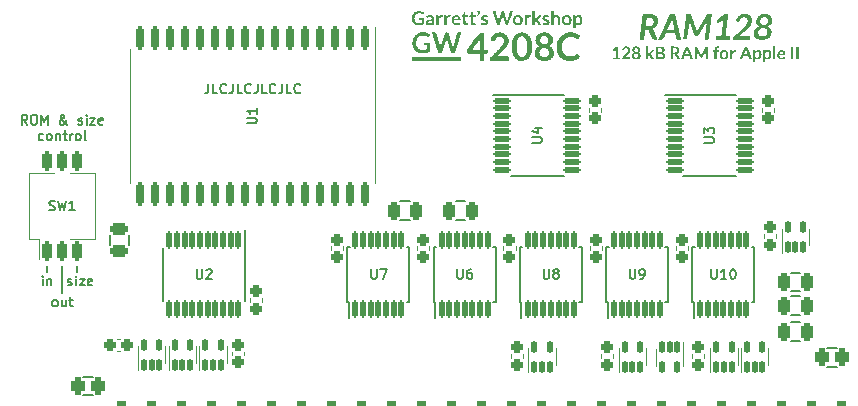
<source format=gto>
G04 #@! TF.GenerationSoftware,KiCad,Pcbnew,(6.0.10-0)*
G04 #@! TF.CreationDate,2023-01-02T07:20:05-05:00*
G04 #@! TF.ProjectId,RAM128,52414d31-3238-42e6-9b69-6361645f7063,1.0*
G04 #@! TF.SameCoordinates,Original*
G04 #@! TF.FileFunction,Legend,Top*
G04 #@! TF.FilePolarity,Positive*
%FSLAX46Y46*%
G04 Gerber Fmt 4.6, Leading zero omitted, Abs format (unit mm)*
G04 Created by KiCad (PCBNEW (6.0.10-0)) date 2023-01-02 07:20:05*
%MOMM*%
%LPD*%
G01*
G04 APERTURE LIST*
G04 Aperture macros list*
%AMRoundRect*
0 Rectangle with rounded corners*
0 $1 Rounding radius*
0 $2 $3 $4 $5 $6 $7 $8 $9 X,Y pos of 4 corners*
0 Add a 4 corners polygon primitive as box body*
4,1,4,$2,$3,$4,$5,$6,$7,$8,$9,$2,$3,0*
0 Add four circle primitives for the rounded corners*
1,1,$1+$1,$2,$3*
1,1,$1+$1,$4,$5*
1,1,$1+$1,$6,$7*
1,1,$1+$1,$8,$9*
0 Add four rect primitives between the rounded corners*
20,1,$1+$1,$2,$3,$4,$5,0*
20,1,$1+$1,$4,$5,$6,$7,0*
20,1,$1+$1,$6,$7,$8,$9,0*
20,1,$1+$1,$8,$9,$2,$3,0*%
G04 Aperture macros list end*
%ADD10C,0.150000*%
%ADD11C,0.203200*%
%ADD12C,0.152400*%
%ADD13C,0.120000*%
%ADD14C,0.000000*%
%ADD15RoundRect,0.457200X0.381000X3.289000X-0.381000X3.289000X-0.381000X-3.289000X0.381000X-3.289000X0*%
%ADD16RoundRect,0.312500X0.262500X0.437500X-0.262500X0.437500X-0.262500X-0.437500X0.262500X-0.437500X0*%
%ADD17C,2.000000*%
%ADD18C,1.448000*%
%ADD19RoundRect,0.262500X-0.262500X0.212500X-0.262500X-0.212500X0.262500X-0.212500X0.262500X0.212500X0*%
%ADD20RoundRect,0.262500X0.212500X0.487500X-0.212500X0.487500X-0.212500X-0.487500X0.212500X-0.487500X0*%
%ADD21RoundRect,0.140000X-0.100000X0.400000X-0.100000X-0.400000X0.100000X-0.400000X0.100000X0.400000X0*%
%ADD22RoundRect,0.136500X-0.612500X-0.112500X0.612500X-0.112500X0.612500X0.112500X-0.612500X0.112500X0*%
%ADD23RoundRect,0.140000X0.100000X-0.400000X0.100000X0.400000X-0.100000X0.400000X-0.100000X-0.400000X0*%
%ADD24RoundRect,0.262500X0.212500X0.262500X-0.212500X0.262500X-0.212500X-0.262500X0.212500X-0.262500X0*%
%ADD25RoundRect,0.136500X0.112500X-0.612500X0.112500X0.612500X-0.112500X0.612500X-0.112500X-0.612500X0*%
%ADD26RoundRect,0.200000X-0.150000X0.802500X-0.150000X-0.802500X0.150000X-0.802500X0.150000X0.802500X0*%
%ADD27RoundRect,0.262500X-0.212500X-0.487500X0.212500X-0.487500X0.212500X0.487500X-0.212500X0.487500X0*%
%ADD28RoundRect,0.136500X-0.112500X0.612500X-0.112500X-0.612500X0.112500X-0.612500X0.112500X0.612500X0*%
%ADD29RoundRect,0.262500X0.262500X-0.212500X0.262500X0.212500X-0.262500X0.212500X-0.262500X-0.212500X0*%
%ADD30RoundRect,0.262500X-0.487500X0.212500X-0.487500X-0.212500X0.487500X-0.212500X0.487500X0.212500X0*%
%ADD31RoundRect,0.240000X0.190000X-0.572000X0.190000X0.572000X-0.190000X0.572000X-0.190000X-0.572000X0*%
G04 APERTURE END LIST*
D10*
X72390000Y-120142000D02*
X72390000Y-120650000D01*
X71120000Y-120142000D02*
X71120000Y-122428000D01*
X69850000Y-120142000D02*
X69850000Y-120650000D01*
D11*
X69482304Y-121779695D02*
X69482304Y-121237828D01*
X69482304Y-120966895D02*
X69443600Y-121005600D01*
X69482304Y-121044304D01*
X69521009Y-121005600D01*
X69482304Y-120966895D01*
X69482304Y-121044304D01*
X69869352Y-121237828D02*
X69869352Y-121779695D01*
X69869352Y-121315238D02*
X69908057Y-121276533D01*
X69985466Y-121237828D01*
X70101580Y-121237828D01*
X70178990Y-121276533D01*
X70217695Y-121353942D01*
X70217695Y-121779695D01*
X70462019Y-123557695D02*
X70384609Y-123518990D01*
X70345904Y-123480285D01*
X70307200Y-123402876D01*
X70307200Y-123170647D01*
X70345904Y-123093238D01*
X70384609Y-123054533D01*
X70462019Y-123015828D01*
X70578133Y-123015828D01*
X70655542Y-123054533D01*
X70694247Y-123093238D01*
X70732952Y-123170647D01*
X70732952Y-123402876D01*
X70694247Y-123480285D01*
X70655542Y-123518990D01*
X70578133Y-123557695D01*
X70462019Y-123557695D01*
X71429638Y-123015828D02*
X71429638Y-123557695D01*
X71081295Y-123015828D02*
X71081295Y-123441580D01*
X71120000Y-123518990D01*
X71197409Y-123557695D01*
X71313523Y-123557695D01*
X71390933Y-123518990D01*
X71429638Y-123480285D01*
X71700571Y-123015828D02*
X72010209Y-123015828D01*
X71816685Y-122744895D02*
X71816685Y-123441580D01*
X71855390Y-123518990D01*
X71932800Y-123557695D01*
X72010209Y-123557695D01*
X71598971Y-121740990D02*
X71676380Y-121779695D01*
X71831200Y-121779695D01*
X71908609Y-121740990D01*
X71947314Y-121663580D01*
X71947314Y-121624876D01*
X71908609Y-121547466D01*
X71831200Y-121508761D01*
X71715085Y-121508761D01*
X71637676Y-121470057D01*
X71598971Y-121392647D01*
X71598971Y-121353942D01*
X71637676Y-121276533D01*
X71715085Y-121237828D01*
X71831200Y-121237828D01*
X71908609Y-121276533D01*
X72295657Y-121779695D02*
X72295657Y-121237828D01*
X72295657Y-120966895D02*
X72256952Y-121005600D01*
X72295657Y-121044304D01*
X72334361Y-121005600D01*
X72295657Y-120966895D01*
X72295657Y-121044304D01*
X72605295Y-121237828D02*
X73031047Y-121237828D01*
X72605295Y-121779695D01*
X73031047Y-121779695D01*
X73650323Y-121740990D02*
X73572914Y-121779695D01*
X73418095Y-121779695D01*
X73340685Y-121740990D01*
X73301980Y-121663580D01*
X73301980Y-121353942D01*
X73340685Y-121276533D01*
X73418095Y-121237828D01*
X73572914Y-121237828D01*
X73650323Y-121276533D01*
X73689028Y-121353942D01*
X73689028Y-121431352D01*
X73301980Y-121508761D01*
X83494638Y-104710895D02*
X83494638Y-105291466D01*
X83455933Y-105407580D01*
X83378523Y-105484990D01*
X83262409Y-105523695D01*
X83185000Y-105523695D01*
X84268733Y-105523695D02*
X83881685Y-105523695D01*
X83881685Y-104710895D01*
X85004123Y-105446285D02*
X84965419Y-105484990D01*
X84849304Y-105523695D01*
X84771895Y-105523695D01*
X84655780Y-105484990D01*
X84578371Y-105407580D01*
X84539666Y-105330171D01*
X84500961Y-105175352D01*
X84500961Y-105059238D01*
X84539666Y-104904419D01*
X84578371Y-104827009D01*
X84655780Y-104749600D01*
X84771895Y-104710895D01*
X84849304Y-104710895D01*
X84965419Y-104749600D01*
X85004123Y-104788304D01*
X85584695Y-104710895D02*
X85584695Y-105291466D01*
X85545990Y-105407580D01*
X85468580Y-105484990D01*
X85352466Y-105523695D01*
X85275057Y-105523695D01*
X86358790Y-105523695D02*
X85971742Y-105523695D01*
X85971742Y-104710895D01*
X87094180Y-105446285D02*
X87055476Y-105484990D01*
X86939361Y-105523695D01*
X86861952Y-105523695D01*
X86745838Y-105484990D01*
X86668428Y-105407580D01*
X86629723Y-105330171D01*
X86591019Y-105175352D01*
X86591019Y-105059238D01*
X86629723Y-104904419D01*
X86668428Y-104827009D01*
X86745838Y-104749600D01*
X86861952Y-104710895D01*
X86939361Y-104710895D01*
X87055476Y-104749600D01*
X87094180Y-104788304D01*
X87674752Y-104710895D02*
X87674752Y-105291466D01*
X87636047Y-105407580D01*
X87558638Y-105484990D01*
X87442523Y-105523695D01*
X87365114Y-105523695D01*
X88448847Y-105523695D02*
X88061800Y-105523695D01*
X88061800Y-104710895D01*
X89184238Y-105446285D02*
X89145533Y-105484990D01*
X89029419Y-105523695D01*
X88952009Y-105523695D01*
X88835895Y-105484990D01*
X88758485Y-105407580D01*
X88719780Y-105330171D01*
X88681076Y-105175352D01*
X88681076Y-105059238D01*
X88719780Y-104904419D01*
X88758485Y-104827009D01*
X88835895Y-104749600D01*
X88952009Y-104710895D01*
X89029419Y-104710895D01*
X89145533Y-104749600D01*
X89184238Y-104788304D01*
X89764809Y-104710895D02*
X89764809Y-105291466D01*
X89726104Y-105407580D01*
X89648695Y-105484990D01*
X89532580Y-105523695D01*
X89455171Y-105523695D01*
X90538904Y-105523695D02*
X90151857Y-105523695D01*
X90151857Y-104710895D01*
X91274295Y-105446285D02*
X91235590Y-105484990D01*
X91119476Y-105523695D01*
X91042066Y-105523695D01*
X90925952Y-105484990D01*
X90848542Y-105407580D01*
X90809838Y-105330171D01*
X90771133Y-105175352D01*
X90771133Y-105059238D01*
X90809838Y-104904419D01*
X90848542Y-104827009D01*
X90925952Y-104749600D01*
X91042066Y-104710895D01*
X91119476Y-104710895D01*
X91235590Y-104749600D01*
X91274295Y-104788304D01*
X68159085Y-108169487D02*
X67888152Y-107779868D01*
X67694628Y-108169487D02*
X67694628Y-107351287D01*
X68004266Y-107351287D01*
X68081676Y-107390249D01*
X68120380Y-107429210D01*
X68159085Y-107507134D01*
X68159085Y-107624020D01*
X68120380Y-107701944D01*
X68081676Y-107740906D01*
X68004266Y-107779868D01*
X67694628Y-107779868D01*
X68662247Y-107351287D02*
X68817066Y-107351287D01*
X68894476Y-107390249D01*
X68971885Y-107468172D01*
X69010590Y-107624020D01*
X69010590Y-107896753D01*
X68971885Y-108052601D01*
X68894476Y-108130525D01*
X68817066Y-108169487D01*
X68662247Y-108169487D01*
X68584838Y-108130525D01*
X68507428Y-108052601D01*
X68468723Y-107896753D01*
X68468723Y-107624020D01*
X68507428Y-107468172D01*
X68584838Y-107390249D01*
X68662247Y-107351287D01*
X69358933Y-108169487D02*
X69358933Y-107351287D01*
X69629866Y-107935715D01*
X69900800Y-107351287D01*
X69900800Y-108169487D01*
X71565104Y-108169487D02*
X71526400Y-108169487D01*
X71448990Y-108130525D01*
X71332876Y-108013639D01*
X71139352Y-107779868D01*
X71061942Y-107662982D01*
X71023238Y-107546096D01*
X71023238Y-107468172D01*
X71061942Y-107390249D01*
X71139352Y-107351287D01*
X71178057Y-107351287D01*
X71255466Y-107390249D01*
X71294171Y-107468172D01*
X71294171Y-107507134D01*
X71255466Y-107585058D01*
X71216761Y-107624020D01*
X70984533Y-107779868D01*
X70945828Y-107818829D01*
X70907123Y-107896753D01*
X70907123Y-108013639D01*
X70945828Y-108091563D01*
X70984533Y-108130525D01*
X71061942Y-108169487D01*
X71178057Y-108169487D01*
X71255466Y-108130525D01*
X71294171Y-108091563D01*
X71410285Y-107935715D01*
X71448990Y-107818829D01*
X71448990Y-107740906D01*
X72494019Y-108130525D02*
X72571428Y-108169487D01*
X72726247Y-108169487D01*
X72803657Y-108130525D01*
X72842361Y-108052601D01*
X72842361Y-108013639D01*
X72803657Y-107935715D01*
X72726247Y-107896753D01*
X72610133Y-107896753D01*
X72532723Y-107857791D01*
X72494019Y-107779868D01*
X72494019Y-107740906D01*
X72532723Y-107662982D01*
X72610133Y-107624020D01*
X72726247Y-107624020D01*
X72803657Y-107662982D01*
X73190704Y-108169487D02*
X73190704Y-107624020D01*
X73190704Y-107351287D02*
X73152000Y-107390249D01*
X73190704Y-107429210D01*
X73229409Y-107390249D01*
X73190704Y-107351287D01*
X73190704Y-107429210D01*
X73500342Y-107624020D02*
X73926095Y-107624020D01*
X73500342Y-108169487D01*
X73926095Y-108169487D01*
X74545371Y-108130525D02*
X74467961Y-108169487D01*
X74313142Y-108169487D01*
X74235733Y-108130525D01*
X74197028Y-108052601D01*
X74197028Y-107740906D01*
X74235733Y-107662982D01*
X74313142Y-107624020D01*
X74467961Y-107624020D01*
X74545371Y-107662982D01*
X74584076Y-107740906D01*
X74584076Y-107818829D01*
X74197028Y-107896753D01*
X69513752Y-109447827D02*
X69436342Y-109486789D01*
X69281523Y-109486789D01*
X69204114Y-109447827D01*
X69165409Y-109408865D01*
X69126704Y-109330941D01*
X69126704Y-109097170D01*
X69165409Y-109019246D01*
X69204114Y-108980284D01*
X69281523Y-108941322D01*
X69436342Y-108941322D01*
X69513752Y-108980284D01*
X69978209Y-109486789D02*
X69900800Y-109447827D01*
X69862095Y-109408865D01*
X69823390Y-109330941D01*
X69823390Y-109097170D01*
X69862095Y-109019246D01*
X69900800Y-108980284D01*
X69978209Y-108941322D01*
X70094323Y-108941322D01*
X70171733Y-108980284D01*
X70210438Y-109019246D01*
X70249142Y-109097170D01*
X70249142Y-109330941D01*
X70210438Y-109408865D01*
X70171733Y-109447827D01*
X70094323Y-109486789D01*
X69978209Y-109486789D01*
X70597485Y-108941322D02*
X70597485Y-109486789D01*
X70597485Y-109019246D02*
X70636190Y-108980284D01*
X70713600Y-108941322D01*
X70829714Y-108941322D01*
X70907123Y-108980284D01*
X70945828Y-109058208D01*
X70945828Y-109486789D01*
X71216761Y-108941322D02*
X71526400Y-108941322D01*
X71332876Y-108668589D02*
X71332876Y-109369903D01*
X71371580Y-109447827D01*
X71448990Y-109486789D01*
X71526400Y-109486789D01*
X71797333Y-109486789D02*
X71797333Y-108941322D01*
X71797333Y-109097170D02*
X71836038Y-109019246D01*
X71874742Y-108980284D01*
X71952152Y-108941322D01*
X72029561Y-108941322D01*
X72416609Y-109486789D02*
X72339200Y-109447827D01*
X72300495Y-109408865D01*
X72261790Y-109330941D01*
X72261790Y-109097170D01*
X72300495Y-109019246D01*
X72339200Y-108980284D01*
X72416609Y-108941322D01*
X72532723Y-108941322D01*
X72610133Y-108980284D01*
X72648838Y-109019246D01*
X72687542Y-109097170D01*
X72687542Y-109330941D01*
X72648838Y-109408865D01*
X72610133Y-109447827D01*
X72532723Y-109486789D01*
X72416609Y-109486789D01*
X73152000Y-109486789D02*
X73074590Y-109447827D01*
X73035885Y-109369903D01*
X73035885Y-108668589D01*
X125504895Y-109694276D02*
X126162876Y-109694276D01*
X126240285Y-109655571D01*
X126278990Y-109616866D01*
X126317695Y-109539457D01*
X126317695Y-109384638D01*
X126278990Y-109307228D01*
X126240285Y-109268523D01*
X126162876Y-109229819D01*
X125504895Y-109229819D01*
X125504895Y-108920180D02*
X125504895Y-108417019D01*
X125814533Y-108687952D01*
X125814533Y-108571838D01*
X125853238Y-108494428D01*
X125891942Y-108455723D01*
X125969352Y-108417019D01*
X126162876Y-108417019D01*
X126240285Y-108455723D01*
X126278990Y-108494428D01*
X126317695Y-108571838D01*
X126317695Y-108804066D01*
X126278990Y-108881476D01*
X126240285Y-108920180D01*
X97280723Y-120404895D02*
X97280723Y-121062876D01*
X97319428Y-121140285D01*
X97358133Y-121178990D01*
X97435542Y-121217695D01*
X97590361Y-121217695D01*
X97667771Y-121178990D01*
X97706476Y-121140285D01*
X97745180Y-121062876D01*
X97745180Y-120404895D01*
X98054819Y-120404895D02*
X98596685Y-120404895D01*
X98248342Y-121217695D01*
X126093676Y-120404895D02*
X126093676Y-121062876D01*
X126132380Y-121140285D01*
X126171085Y-121178990D01*
X126248495Y-121217695D01*
X126403314Y-121217695D01*
X126480723Y-121178990D01*
X126519428Y-121140285D01*
X126558133Y-121062876D01*
X126558133Y-120404895D01*
X127370933Y-121217695D02*
X126906476Y-121217695D01*
X127138704Y-121217695D02*
X127138704Y-120404895D01*
X127061295Y-120521009D01*
X126983885Y-120598419D01*
X126906476Y-120637123D01*
X127874095Y-120404895D02*
X127951504Y-120404895D01*
X128028914Y-120443600D01*
X128067619Y-120482304D01*
X128106323Y-120559714D01*
X128145028Y-120714533D01*
X128145028Y-120908057D01*
X128106323Y-121062876D01*
X128067619Y-121140285D01*
X128028914Y-121178990D01*
X127951504Y-121217695D01*
X127874095Y-121217695D01*
X127796685Y-121178990D01*
X127757980Y-121140285D01*
X127719276Y-121062876D01*
X127680571Y-120908057D01*
X127680571Y-120714533D01*
X127719276Y-120559714D01*
X127757980Y-120482304D01*
X127796685Y-120443600D01*
X127874095Y-120404895D01*
X119180723Y-120404895D02*
X119180723Y-121062876D01*
X119219428Y-121140285D01*
X119258133Y-121178990D01*
X119335542Y-121217695D01*
X119490361Y-121217695D01*
X119567771Y-121178990D01*
X119606476Y-121140285D01*
X119645180Y-121062876D01*
X119645180Y-120404895D01*
X120070933Y-121217695D02*
X120225752Y-121217695D01*
X120303161Y-121178990D01*
X120341866Y-121140285D01*
X120419276Y-121024171D01*
X120457980Y-120869352D01*
X120457980Y-120559714D01*
X120419276Y-120482304D01*
X120380571Y-120443600D01*
X120303161Y-120404895D01*
X120148342Y-120404895D01*
X120070933Y-120443600D01*
X120032228Y-120482304D01*
X119993523Y-120559714D01*
X119993523Y-120753238D01*
X120032228Y-120830647D01*
X120070933Y-120869352D01*
X120148342Y-120908057D01*
X120303161Y-120908057D01*
X120380571Y-120869352D01*
X120419276Y-120830647D01*
X120457980Y-120753238D01*
X111880723Y-120404895D02*
X111880723Y-121062876D01*
X111919428Y-121140285D01*
X111958133Y-121178990D01*
X112035542Y-121217695D01*
X112190361Y-121217695D01*
X112267771Y-121178990D01*
X112306476Y-121140285D01*
X112345180Y-121062876D01*
X112345180Y-120404895D01*
X112848342Y-120753238D02*
X112770933Y-120714533D01*
X112732228Y-120675828D01*
X112693523Y-120598419D01*
X112693523Y-120559714D01*
X112732228Y-120482304D01*
X112770933Y-120443600D01*
X112848342Y-120404895D01*
X113003161Y-120404895D01*
X113080571Y-120443600D01*
X113119276Y-120482304D01*
X113157980Y-120559714D01*
X113157980Y-120598419D01*
X113119276Y-120675828D01*
X113080571Y-120714533D01*
X113003161Y-120753238D01*
X112848342Y-120753238D01*
X112770933Y-120791942D01*
X112732228Y-120830647D01*
X112693523Y-120908057D01*
X112693523Y-121062876D01*
X112732228Y-121140285D01*
X112770933Y-121178990D01*
X112848342Y-121217695D01*
X113003161Y-121217695D01*
X113080571Y-121178990D01*
X113119276Y-121140285D01*
X113157980Y-121062876D01*
X113157980Y-120908057D01*
X113119276Y-120830647D01*
X113080571Y-120791942D01*
X113003161Y-120753238D01*
X104580723Y-120404895D02*
X104580723Y-121062876D01*
X104619428Y-121140285D01*
X104658133Y-121178990D01*
X104735542Y-121217695D01*
X104890361Y-121217695D01*
X104967771Y-121178990D01*
X105006476Y-121140285D01*
X105045180Y-121062876D01*
X105045180Y-120404895D01*
X105780571Y-120404895D02*
X105625752Y-120404895D01*
X105548342Y-120443600D01*
X105509638Y-120482304D01*
X105432228Y-120598419D01*
X105393523Y-120753238D01*
X105393523Y-121062876D01*
X105432228Y-121140285D01*
X105470933Y-121178990D01*
X105548342Y-121217695D01*
X105703161Y-121217695D01*
X105780571Y-121178990D01*
X105819276Y-121140285D01*
X105857980Y-121062876D01*
X105857980Y-120869352D01*
X105819276Y-120791942D01*
X105780571Y-120753238D01*
X105703161Y-120714533D01*
X105548342Y-120714533D01*
X105470933Y-120753238D01*
X105432228Y-120791942D01*
X105393523Y-120869352D01*
X86803895Y-108061276D02*
X87461876Y-108061276D01*
X87539285Y-108022571D01*
X87577990Y-107983866D01*
X87616695Y-107906457D01*
X87616695Y-107751638D01*
X87577990Y-107674228D01*
X87539285Y-107635523D01*
X87461876Y-107596819D01*
X86803895Y-107596819D01*
X87616695Y-106784019D02*
X87616695Y-107248476D01*
X87616695Y-107016247D02*
X86803895Y-107016247D01*
X86920009Y-107093657D01*
X86997419Y-107171066D01*
X87036123Y-107248476D01*
X110904895Y-109694276D02*
X111562876Y-109694276D01*
X111640285Y-109655571D01*
X111678990Y-109616866D01*
X111717695Y-109539457D01*
X111717695Y-109384638D01*
X111678990Y-109307228D01*
X111640285Y-109268523D01*
X111562876Y-109229819D01*
X110904895Y-109229819D01*
X111175828Y-108494428D02*
X111717695Y-108494428D01*
X110866190Y-108687952D02*
X111446761Y-108881476D01*
X111446761Y-108378314D01*
X82505723Y-120404895D02*
X82505723Y-121062876D01*
X82544428Y-121140285D01*
X82583133Y-121178990D01*
X82660542Y-121217695D01*
X82815361Y-121217695D01*
X82892771Y-121178990D01*
X82931476Y-121140285D01*
X82970180Y-121062876D01*
X82970180Y-120404895D01*
X83318523Y-120482304D02*
X83357228Y-120443600D01*
X83434638Y-120404895D01*
X83628161Y-120404895D01*
X83705571Y-120443600D01*
X83744276Y-120482304D01*
X83782980Y-120559714D01*
X83782980Y-120637123D01*
X83744276Y-120753238D01*
X83279819Y-121217695D01*
X83782980Y-121217695D01*
X70036266Y-115390990D02*
X70152380Y-115429695D01*
X70345904Y-115429695D01*
X70423314Y-115390990D01*
X70462019Y-115352285D01*
X70500723Y-115274876D01*
X70500723Y-115197466D01*
X70462019Y-115120057D01*
X70423314Y-115081352D01*
X70345904Y-115042647D01*
X70191085Y-115003942D01*
X70113676Y-114965238D01*
X70074971Y-114926533D01*
X70036266Y-114849123D01*
X70036266Y-114771714D01*
X70074971Y-114694304D01*
X70113676Y-114655600D01*
X70191085Y-114616895D01*
X70384609Y-114616895D01*
X70500723Y-114655600D01*
X70771657Y-114616895D02*
X70965180Y-115429695D01*
X71120000Y-114849123D01*
X71274819Y-115429695D01*
X71468342Y-114616895D01*
X72203733Y-115429695D02*
X71739276Y-115429695D01*
X71971504Y-115429695D02*
X71971504Y-114616895D01*
X71894095Y-114733009D01*
X71816685Y-114810419D01*
X71739276Y-114849123D01*
D12*
X136716400Y-127089000D02*
X135903600Y-127089000D01*
X136716400Y-128689000D02*
X135903600Y-128689000D01*
D13*
X109090000Y-127587221D02*
X109090000Y-127912779D01*
X110110000Y-127587221D02*
X110110000Y-127912779D01*
D12*
X133606400Y-122700000D02*
X132793600Y-122700000D01*
X133606400Y-124300000D02*
X132793600Y-124300000D01*
D13*
X123710000Y-128580000D02*
X123710000Y-126550000D01*
X121390000Y-127170000D02*
X121390000Y-128580000D01*
D10*
X122200000Y-105625000D02*
X128175000Y-105625000D01*
X123725000Y-112525000D02*
X128175000Y-112525000D01*
D13*
X125990000Y-127120000D02*
X125990000Y-129150000D01*
X128310000Y-128530000D02*
X128310000Y-127120000D01*
X77540000Y-126920000D02*
X77540000Y-128950000D01*
X79860000Y-128330000D02*
X79860000Y-126920000D01*
X116740000Y-127587221D02*
X116740000Y-127912779D01*
X117760000Y-127587221D02*
X117760000Y-127912779D01*
X112910000Y-128530000D02*
X112910000Y-127120000D01*
X110590000Y-127120000D02*
X110590000Y-129150000D01*
X120560000Y-128530000D02*
X120560000Y-127120000D01*
X118240000Y-127120000D02*
X118240000Y-129150000D01*
X76062779Y-126290000D02*
X75737221Y-126290000D01*
X76062779Y-127310000D02*
X75737221Y-127310000D01*
X130910000Y-128530000D02*
X130910000Y-127120000D01*
X128590000Y-127120000D02*
X128590000Y-129150000D01*
D10*
X95400000Y-123175000D02*
X95400000Y-124525000D01*
X95275000Y-118525000D02*
X95500000Y-118525000D01*
X100525000Y-118525000D02*
X100300000Y-118525000D01*
X100525000Y-123175000D02*
X100300000Y-123175000D01*
X100525000Y-123175000D02*
X100525000Y-118525000D01*
X95275000Y-123175000D02*
X95400000Y-123175000D01*
X95275000Y-123175000D02*
X95275000Y-118525000D01*
X124475000Y-118525000D02*
X124700000Y-118525000D01*
X124475000Y-123175000D02*
X124600000Y-123175000D01*
X124600000Y-123175000D02*
X124600000Y-124525000D01*
X129725000Y-123175000D02*
X129725000Y-118525000D01*
X129725000Y-123175000D02*
X129500000Y-123175000D01*
X129725000Y-118525000D02*
X129500000Y-118525000D01*
X124475000Y-123175000D02*
X124475000Y-118525000D01*
D13*
X115790000Y-118487221D02*
X115790000Y-118812779D01*
X116810000Y-118487221D02*
X116810000Y-118812779D01*
D10*
X117175000Y-118525000D02*
X117400000Y-118525000D01*
X122425000Y-123175000D02*
X122425000Y-118525000D01*
X122425000Y-123175000D02*
X122200000Y-123175000D01*
X117175000Y-123175000D02*
X117175000Y-118525000D01*
X122425000Y-118525000D02*
X122200000Y-118525000D01*
X117175000Y-123175000D02*
X117300000Y-123175000D01*
X117300000Y-123175000D02*
X117300000Y-124525000D01*
D13*
X94910000Y-118487221D02*
X94910000Y-118812779D01*
X93890000Y-118487221D02*
X93890000Y-118812779D01*
D10*
X115125000Y-123175000D02*
X114900000Y-123175000D01*
X109875000Y-123175000D02*
X109875000Y-118525000D01*
X115125000Y-118525000D02*
X114900000Y-118525000D01*
X109875000Y-123175000D02*
X110000000Y-123175000D01*
X115125000Y-123175000D02*
X115125000Y-118525000D01*
X109875000Y-118525000D02*
X110100000Y-118525000D01*
X110000000Y-123175000D02*
X110000000Y-124525000D01*
D13*
X102210000Y-118487221D02*
X102210000Y-118812779D01*
X101190000Y-118487221D02*
X101190000Y-118812779D01*
D10*
X102575000Y-123175000D02*
X102575000Y-118525000D01*
X107825000Y-118525000D02*
X107600000Y-118525000D01*
X107825000Y-123175000D02*
X107600000Y-123175000D01*
X107825000Y-123175000D02*
X107825000Y-118525000D01*
X102700000Y-123175000D02*
X102700000Y-124525000D01*
X102575000Y-123175000D02*
X102700000Y-123175000D01*
X102575000Y-118525000D02*
X102800000Y-118525000D01*
D13*
X124110000Y-118487221D02*
X124110000Y-118812779D01*
X123090000Y-118487221D02*
X123090000Y-118812779D01*
X109510000Y-118487221D02*
X109510000Y-118812779D01*
X108490000Y-118487221D02*
X108490000Y-118812779D01*
X125510000Y-127587221D02*
X125510000Y-127912779D01*
X124490000Y-127587221D02*
X124490000Y-127912779D01*
X76891500Y-107442000D02*
X76891500Y-113094500D01*
X97606500Y-107442000D02*
X97606500Y-113094500D01*
X76891500Y-107442000D02*
X76891500Y-101789500D01*
X97606500Y-107442000D02*
X97606500Y-99867000D01*
D12*
X99743600Y-114650000D02*
X100556400Y-114650000D01*
X99743600Y-116250000D02*
X100556400Y-116250000D01*
D10*
X107600000Y-105625000D02*
X113575000Y-105625000D01*
X109125000Y-112525000D02*
X113575000Y-112525000D01*
D13*
X116760000Y-106737221D02*
X116760000Y-107062779D01*
X115740000Y-106737221D02*
X115740000Y-107062779D01*
X130340000Y-106737221D02*
X130340000Y-107062779D01*
X131360000Y-106737221D02*
X131360000Y-107062779D01*
D10*
X79675000Y-118625000D02*
X79675000Y-123075000D01*
X86575000Y-117100000D02*
X86575000Y-123075000D01*
D12*
X73706400Y-131100000D02*
X72893600Y-131100000D01*
X73706400Y-129500000D02*
X72893600Y-129500000D01*
D13*
X80140000Y-126920000D02*
X80140000Y-128950000D01*
X82460000Y-128330000D02*
X82460000Y-126920000D01*
X85060000Y-128330000D02*
X85060000Y-126920000D01*
X82740000Y-126920000D02*
X82740000Y-128950000D01*
X86560000Y-127387221D02*
X86560000Y-127712779D01*
X85540000Y-127387221D02*
X85540000Y-127712779D01*
X88010000Y-123212779D02*
X88010000Y-122887221D01*
X86990000Y-123212779D02*
X86990000Y-122887221D01*
X134360000Y-118380000D02*
X134360000Y-116970000D01*
X132040000Y-116970000D02*
X132040000Y-119000000D01*
X130540000Y-117437221D02*
X130540000Y-117762779D01*
X131560000Y-117437221D02*
X131560000Y-117762779D01*
D12*
X133606400Y-126500000D02*
X132793600Y-126500000D01*
X133606400Y-124900000D02*
X132793600Y-124900000D01*
X105256400Y-114650000D02*
X104443600Y-114650000D01*
X105256400Y-116250000D02*
X104443600Y-116250000D01*
X132793600Y-122300000D02*
X133606400Y-122300000D01*
X132793600Y-120700000D02*
X133606400Y-120700000D01*
G36*
X105902922Y-98919758D02*
G01*
X106122422Y-98919758D01*
X106122422Y-99062911D01*
X105902586Y-99062911D01*
X105903947Y-99302691D01*
X105904267Y-99356789D01*
X105904586Y-99402175D01*
X105904939Y-99439679D01*
X105905360Y-99470134D01*
X105905886Y-99494370D01*
X105906552Y-99513217D01*
X105907393Y-99527509D01*
X105908445Y-99538075D01*
X105909742Y-99545746D01*
X105911322Y-99551354D01*
X105913218Y-99555731D01*
X105914851Y-99558673D01*
X105931778Y-99579451D01*
X105952848Y-99591761D01*
X105977633Y-99595517D01*
X106005708Y-99590630D01*
X106027463Y-99581838D01*
X106043237Y-99574275D01*
X106055439Y-99569780D01*
X106065387Y-99569129D01*
X106074397Y-99573097D01*
X106083787Y-99582460D01*
X106094873Y-99597992D01*
X106108972Y-99620471D01*
X106117879Y-99635076D01*
X106148127Y-99684734D01*
X106132639Y-99697664D01*
X106113972Y-99710577D01*
X106089216Y-99723991D01*
X106061602Y-99736347D01*
X106034358Y-99746087D01*
X106029053Y-99747635D01*
X106003729Y-99752796D01*
X105972793Y-99756233D01*
X105939184Y-99757888D01*
X105905846Y-99757704D01*
X105875718Y-99755622D01*
X105851743Y-99751584D01*
X105850189Y-99751178D01*
X105811036Y-99736082D01*
X105776365Y-99713715D01*
X105747588Y-99685210D01*
X105726115Y-99651700D01*
X105725950Y-99651361D01*
X105721064Y-99641025D01*
X105716912Y-99631242D01*
X105713434Y-99621167D01*
X105710571Y-99609954D01*
X105708263Y-99596759D01*
X105706449Y-99580737D01*
X105705070Y-99561043D01*
X105704065Y-99536831D01*
X105703375Y-99507256D01*
X105702940Y-99471475D01*
X105702700Y-99428640D01*
X105702595Y-99377908D01*
X105702565Y-99321778D01*
X105702508Y-99062911D01*
X105650919Y-99062911D01*
X105627398Y-99062701D01*
X105611388Y-99061863D01*
X105600859Y-99060085D01*
X105593783Y-99057054D01*
X105589106Y-99053386D01*
X105581384Y-99043234D01*
X105576577Y-99028963D01*
X105574367Y-99008904D01*
X105574434Y-98981384D01*
X105574595Y-98977151D01*
X105576057Y-98941494D01*
X105611845Y-98935572D01*
X105635225Y-98931697D01*
X105660322Y-98927527D01*
X105679010Y-98924414D01*
X105710388Y-98919177D01*
X105731042Y-98806139D01*
X105737050Y-98773734D01*
X105742757Y-98743830D01*
X105747866Y-98717920D01*
X105752080Y-98697492D01*
X105755101Y-98684038D01*
X105756250Y-98679833D01*
X105761607Y-98669352D01*
X105770292Y-98661816D01*
X105783688Y-98656803D01*
X105803173Y-98653892D01*
X105830127Y-98652660D01*
X105845424Y-98652541D01*
X105902922Y-98652541D01*
X105902922Y-98919758D01*
G37*
G36*
X105403284Y-101818381D02*
G01*
X105426388Y-101786935D01*
X105453836Y-101749713D01*
X105485351Y-101707088D01*
X105520659Y-101659430D01*
X105559482Y-101607112D01*
X105601546Y-101550506D01*
X105646574Y-101489984D01*
X105694290Y-101425918D01*
X105744418Y-101358681D01*
X105796683Y-101288644D01*
X105850808Y-101216179D01*
X105906518Y-101141659D01*
X105917043Y-101127587D01*
X106472758Y-100384684D01*
X106857271Y-100384684D01*
X106857271Y-101854382D01*
X107153544Y-101854382D01*
X107152138Y-101987651D01*
X107151692Y-102026934D01*
X107151216Y-102057827D01*
X107150623Y-102081481D01*
X107149823Y-102099049D01*
X107148726Y-102111683D01*
X107147242Y-102120536D01*
X107145284Y-102126761D01*
X107142760Y-102131510D01*
X107140751Y-102134382D01*
X107129742Y-102146406D01*
X107116273Y-102157689D01*
X107114993Y-102158581D01*
X107109830Y-102161874D01*
X107104391Y-102164414D01*
X107097432Y-102166299D01*
X107087712Y-102167627D01*
X107073988Y-102168494D01*
X107055017Y-102169000D01*
X107029557Y-102169240D01*
X106996365Y-102169313D01*
X106978244Y-102169317D01*
X106857271Y-102169317D01*
X106857271Y-102746698D01*
X106504161Y-102746698D01*
X106504161Y-102169317D01*
X105993431Y-102169317D01*
X105910331Y-102169300D01*
X105836268Y-102169243D01*
X105770738Y-102169142D01*
X105713234Y-102168989D01*
X105663250Y-102168778D01*
X105620282Y-102168503D01*
X105583824Y-102168158D01*
X105553370Y-102167736D01*
X105528413Y-102167231D01*
X105508450Y-102166637D01*
X105492973Y-102165947D01*
X105481478Y-102165155D01*
X105473458Y-102164255D01*
X105468409Y-102163240D01*
X105467000Y-102162756D01*
X105446125Y-102150607D01*
X105426367Y-102133242D01*
X105411008Y-102113788D01*
X105406279Y-102104898D01*
X105402923Y-102094722D01*
X105398356Y-102077389D01*
X105392924Y-102054591D01*
X105386977Y-102028017D01*
X105380860Y-101999360D01*
X105374922Y-101970308D01*
X105369511Y-101942554D01*
X105364974Y-101917787D01*
X105361658Y-101897698D01*
X105359912Y-101883979D01*
X105359827Y-101878958D01*
X105362796Y-101874338D01*
X105371212Y-101862454D01*
X105377054Y-101854382D01*
X105788571Y-101854382D01*
X106504161Y-101854382D01*
X106504161Y-101424553D01*
X106504224Y-101341931D01*
X106504411Y-101265796D01*
X106504716Y-101196507D01*
X106505138Y-101134425D01*
X106505671Y-101079907D01*
X106506312Y-101033316D01*
X106507058Y-100995009D01*
X106507903Y-100965347D01*
X106508845Y-100944690D01*
X106509348Y-100937887D01*
X106511240Y-100915424D01*
X106512545Y-100896423D01*
X106513144Y-100882905D01*
X106512927Y-100876910D01*
X106509939Y-100880081D01*
X106501690Y-100890437D01*
X106488563Y-100907466D01*
X106470940Y-100930656D01*
X106449205Y-100959497D01*
X106423740Y-100993476D01*
X106394927Y-101032083D01*
X106363151Y-101074806D01*
X106328792Y-101121134D01*
X106292235Y-101170554D01*
X106253862Y-101222557D01*
X106232172Y-101252004D01*
X106190766Y-101308254D01*
X106149469Y-101364354D01*
X106108826Y-101419563D01*
X106069384Y-101473137D01*
X106031689Y-101524336D01*
X105996287Y-101572418D01*
X105963725Y-101616641D01*
X105934548Y-101656262D01*
X105909303Y-101690540D01*
X105888537Y-101718734D01*
X105872794Y-101740101D01*
X105870798Y-101742810D01*
X105788571Y-101854382D01*
X105377054Y-101854382D01*
X105384801Y-101843678D01*
X105403284Y-101818381D01*
G37*
G36*
X101752094Y-100353284D02*
G01*
X101826091Y-100359489D01*
X101894748Y-100370283D01*
X101959751Y-100386016D01*
X102022788Y-100407036D01*
X102085546Y-100433691D01*
X102097455Y-100439362D01*
X102127745Y-100454843D01*
X102158555Y-100472065D01*
X102188806Y-100490273D01*
X102217419Y-100508713D01*
X102243315Y-100526629D01*
X102265413Y-100543267D01*
X102282636Y-100557873D01*
X102293902Y-100569691D01*
X102298134Y-100577967D01*
X102297918Y-100579531D01*
X102292872Y-100589572D01*
X102283526Y-100605397D01*
X102270945Y-100625431D01*
X102256189Y-100648101D01*
X102240322Y-100671835D01*
X102224405Y-100695058D01*
X102209502Y-100716198D01*
X102196675Y-100733681D01*
X102186986Y-100745934D01*
X102182144Y-100750963D01*
X102161522Y-100761349D01*
X102136972Y-100765620D01*
X102112325Y-100763220D01*
X102107521Y-100761825D01*
X102096771Y-100757226D01*
X102080086Y-100748855D01*
X102059695Y-100737876D01*
X102037829Y-100725457D01*
X102036572Y-100724723D01*
X101987741Y-100697714D01*
X101942529Y-100676390D01*
X101897883Y-100659612D01*
X101850748Y-100646242D01*
X101798071Y-100635142D01*
X101794449Y-100634484D01*
X101763417Y-100630307D01*
X101726308Y-100627546D01*
X101685773Y-100626203D01*
X101644462Y-100626281D01*
X101605024Y-100627779D01*
X101570109Y-100630702D01*
X101545869Y-100634325D01*
X101478202Y-100651225D01*
X101417175Y-100674236D01*
X101361669Y-100703912D01*
X101310563Y-100740810D01*
X101284290Y-100764038D01*
X101236941Y-100814963D01*
X101196948Y-100871493D01*
X101164182Y-100933883D01*
X101138514Y-101002388D01*
X101119815Y-101077263D01*
X101116303Y-101096490D01*
X101112845Y-101118035D01*
X101110361Y-101137385D01*
X101108753Y-101156627D01*
X101107924Y-101177852D01*
X101107775Y-101203147D01*
X101108207Y-101234603D01*
X101108720Y-101257914D01*
X101109952Y-101298884D01*
X101111575Y-101332024D01*
X101113729Y-101359042D01*
X101116554Y-101381647D01*
X101120188Y-101401548D01*
X101120601Y-101403452D01*
X101140973Y-101478051D01*
X101168086Y-101547839D01*
X101201418Y-101611534D01*
X101213107Y-101630110D01*
X101230631Y-101653666D01*
X101253670Y-101680226D01*
X101279860Y-101707404D01*
X101306838Y-101732815D01*
X101332242Y-101754073D01*
X101345320Y-101763559D01*
X101404104Y-101797438D01*
X101468336Y-101824134D01*
X101536860Y-101843352D01*
X101608521Y-101854798D01*
X101682164Y-101858179D01*
X101713329Y-101857128D01*
X101773081Y-101852109D01*
X101827666Y-101843845D01*
X101880556Y-101831582D01*
X101935223Y-101814569D01*
X101972196Y-101801051D01*
X102009177Y-101786884D01*
X102009177Y-101472642D01*
X101889427Y-101472642D01*
X101845886Y-101472676D01*
X101810939Y-101472225D01*
X101783643Y-101470456D01*
X101763056Y-101466538D01*
X101748235Y-101459639D01*
X101738236Y-101448928D01*
X101732118Y-101433573D01*
X101728936Y-101412743D01*
X101727749Y-101385605D01*
X101727613Y-101351328D01*
X101727644Y-101329946D01*
X101727644Y-101229283D01*
X102300254Y-101229283D01*
X102300254Y-101934582D01*
X102261010Y-101959756D01*
X102181872Y-102005401D01*
X102099217Y-102042915D01*
X102012264Y-102072579D01*
X101920231Y-102094675D01*
X101856482Y-102105226D01*
X101827115Y-102108442D01*
X101791121Y-102111050D01*
X101750432Y-102113026D01*
X101706983Y-102114348D01*
X101662705Y-102114993D01*
X101619533Y-102114938D01*
X101579400Y-102114160D01*
X101544239Y-102112636D01*
X101515984Y-102110343D01*
X101508144Y-102109363D01*
X101418453Y-102092107D01*
X101332514Y-102066297D01*
X101250746Y-102032138D01*
X101173567Y-101989837D01*
X101101393Y-101939598D01*
X101034644Y-101881628D01*
X101023812Y-101870964D01*
X100976429Y-101819738D01*
X100935644Y-101767124D01*
X100899237Y-101710070D01*
X100876417Y-101668284D01*
X100838887Y-101585199D01*
X100809828Y-101498122D01*
X100789364Y-101407681D01*
X100777616Y-101314507D01*
X100774708Y-101219229D01*
X100777404Y-101159285D01*
X100788599Y-101063412D01*
X100807610Y-100972468D01*
X100834295Y-100886676D01*
X100868515Y-100806261D01*
X100910129Y-100731446D01*
X100958996Y-100662454D01*
X101014975Y-100599509D01*
X101077926Y-100542834D01*
X101147709Y-100492653D01*
X101224181Y-100449189D01*
X101224225Y-100449167D01*
X101298705Y-100415766D01*
X101375008Y-100389622D01*
X101454382Y-100370462D01*
X101538074Y-100358012D01*
X101627329Y-100352000D01*
X101671071Y-100351321D01*
X101752094Y-100353284D01*
G37*
G36*
X109295254Y-99274301D02*
G01*
X109300568Y-99227401D01*
X109310076Y-99184554D01*
X109324330Y-99143271D01*
X109343872Y-99101085D01*
X109374372Y-99051870D01*
X109411676Y-99008994D01*
X109455219Y-98972735D01*
X109504436Y-98943368D01*
X109558762Y-98921168D01*
X109617632Y-98906412D01*
X109680481Y-98899376D01*
X109746743Y-98900335D01*
X109753829Y-98900906D01*
X109817852Y-98910707D01*
X109876730Y-98928385D01*
X109930146Y-98953680D01*
X109977782Y-98986334D01*
X110019321Y-99026086D01*
X110054445Y-99072677D01*
X110082835Y-99125847D01*
X110104175Y-99185337D01*
X110104820Y-99187637D01*
X110112390Y-99223056D01*
X110117638Y-99264713D01*
X110120440Y-99309561D01*
X110120669Y-99354549D01*
X110118199Y-99396629D01*
X110114561Y-99424108D01*
X110099285Y-99487501D01*
X110076709Y-99545110D01*
X110047133Y-99596615D01*
X110010862Y-99641701D01*
X109968198Y-99680048D01*
X109919443Y-99711341D01*
X109864899Y-99735260D01*
X109804870Y-99751489D01*
X109802103Y-99752022D01*
X109765889Y-99756832D01*
X109724388Y-99759015D01*
X109681253Y-99758603D01*
X109640136Y-99755627D01*
X109605673Y-99750328D01*
X109545797Y-99733184D01*
X109491279Y-99708310D01*
X109442496Y-99676018D01*
X109399824Y-99636617D01*
X109363639Y-99590419D01*
X109334316Y-99537734D01*
X109326462Y-99519603D01*
X109312925Y-99482215D01*
X109303337Y-99445501D01*
X109297238Y-99406789D01*
X109294171Y-99363402D01*
X109293622Y-99330129D01*
X109504028Y-99330129D01*
X109506555Y-99389911D01*
X109514229Y-99441845D01*
X109527193Y-99486208D01*
X109545591Y-99523275D01*
X109569563Y-99553326D01*
X109599254Y-99576635D01*
X109634806Y-99593481D01*
X109640563Y-99595439D01*
X109659914Y-99599174D01*
X109688562Y-99600837D01*
X109715546Y-99600737D01*
X109740901Y-99599901D01*
X109759375Y-99598427D01*
X109773626Y-99595867D01*
X109786315Y-99591775D01*
X109797372Y-99586984D01*
X109828486Y-99567999D01*
X109854614Y-99542040D01*
X109876140Y-99508576D01*
X109893446Y-99467078D01*
X109900231Y-99444650D01*
X109904287Y-99423249D01*
X109907149Y-99394819D01*
X109908816Y-99361785D01*
X109909289Y-99326573D01*
X109908569Y-99291608D01*
X109906655Y-99259314D01*
X109903548Y-99232117D01*
X109900190Y-99215607D01*
X109885334Y-99171194D01*
X109867169Y-99135131D01*
X109845170Y-99106641D01*
X109818810Y-99084945D01*
X109807493Y-99078295D01*
X109771162Y-99063564D01*
X109732244Y-99055937D01*
X109692518Y-99055189D01*
X109653762Y-99061094D01*
X109617755Y-99073426D01*
X109586278Y-99091960D01*
X109567725Y-99108683D01*
X109544952Y-99138579D01*
X109527445Y-99173522D01*
X109514964Y-99214340D01*
X109507272Y-99261860D01*
X109504132Y-99316910D01*
X109504028Y-99330129D01*
X109293622Y-99330129D01*
X109293583Y-99327743D01*
X109295254Y-99274301D01*
G37*
G36*
X101926712Y-99493117D02*
G01*
X101930211Y-99475580D01*
X101930486Y-99474628D01*
X101946451Y-99437399D01*
X101971046Y-99403253D01*
X102003795Y-99372420D01*
X102044220Y-99345131D01*
X102091846Y-99321617D01*
X102146194Y-99302108D01*
X102206788Y-99286835D01*
X102273152Y-99276028D01*
X102344807Y-99269919D01*
X102354615Y-99269477D01*
X102425678Y-99266595D01*
X102422721Y-99218435D01*
X102418230Y-99174883D01*
X102410274Y-99139540D01*
X102398292Y-99111525D01*
X102381725Y-99089955D01*
X102360013Y-99073949D01*
X102332598Y-99062627D01*
X102321977Y-99059712D01*
X102303733Y-99055782D01*
X102287939Y-99054164D01*
X102270630Y-99054726D01*
X102248477Y-99057251D01*
X102231270Y-99059906D01*
X102216020Y-99063367D01*
X102200546Y-99068426D01*
X102182665Y-99075875D01*
X102160195Y-99086507D01*
X102139355Y-99096877D01*
X102113007Y-99109963D01*
X102093475Y-99119134D01*
X102079157Y-99124973D01*
X102068450Y-99128061D01*
X102059753Y-99128982D01*
X102052494Y-99128461D01*
X102034439Y-99123846D01*
X102018671Y-99114407D01*
X102003697Y-99098827D01*
X101988023Y-99075790D01*
X101982928Y-99067172D01*
X101960668Y-99028581D01*
X101971801Y-99016667D01*
X101985466Y-99004529D01*
X102005512Y-98989856D01*
X102029641Y-98974088D01*
X102055555Y-98958664D01*
X102080960Y-98945026D01*
X102101042Y-98935655D01*
X102135406Y-98922103D01*
X102166777Y-98912136D01*
X102197775Y-98905272D01*
X102231017Y-98901027D01*
X102269124Y-98898918D01*
X102302640Y-98898446D01*
X102332797Y-98898471D01*
X102355445Y-98898835D01*
X102372618Y-98899763D01*
X102386348Y-98901483D01*
X102398671Y-98904221D01*
X102411618Y-98908203D01*
X102421751Y-98911714D01*
X102470883Y-98933607D01*
X102513314Y-98962241D01*
X102549156Y-98997731D01*
X102578520Y-99040193D01*
X102601517Y-99089741D01*
X102606359Y-99103471D01*
X102608589Y-99110300D01*
X102610503Y-99116862D01*
X102612127Y-99123917D01*
X102613490Y-99132229D01*
X102614620Y-99142559D01*
X102615545Y-99155671D01*
X102616293Y-99172326D01*
X102616893Y-99193288D01*
X102617372Y-99219318D01*
X102617760Y-99251178D01*
X102618083Y-99289632D01*
X102618370Y-99335441D01*
X102618649Y-99389369D01*
X102618907Y-99443457D01*
X102620356Y-99750042D01*
X102576020Y-99749758D01*
X102540390Y-99748729D01*
X102513092Y-99746024D01*
X102493031Y-99741446D01*
X102479109Y-99734796D01*
X102474949Y-99731449D01*
X102467486Y-99720866D01*
X102459546Y-99703739D01*
X102453105Y-99685103D01*
X102447594Y-99667307D01*
X102443573Y-99657223D01*
X102440072Y-99653345D01*
X102436123Y-99654164D01*
X102434122Y-99655528D01*
X102426438Y-99661329D01*
X102413673Y-99671026D01*
X102398329Y-99682718D01*
X102395222Y-99685090D01*
X102359309Y-99708961D01*
X102319394Y-99729482D01*
X102278974Y-99745020D01*
X102251545Y-99752200D01*
X102214918Y-99757329D01*
X102174780Y-99759219D01*
X102134677Y-99757920D01*
X102098156Y-99753482D01*
X102081230Y-99749813D01*
X102037329Y-99734044D01*
X102000240Y-99711666D01*
X101970173Y-99682962D01*
X101947340Y-99648216D01*
X101931951Y-99607711D01*
X101924217Y-99561729D01*
X101923286Y-99537563D01*
X101923746Y-99526700D01*
X102117675Y-99526700D01*
X102121859Y-99556744D01*
X102133570Y-99581209D01*
X102152445Y-99599883D01*
X102178123Y-99612555D01*
X102210240Y-99619014D01*
X102248433Y-99619049D01*
X102271623Y-99616296D01*
X102306562Y-99607177D01*
X102342805Y-99591239D01*
X102377146Y-99570072D01*
X102397010Y-99554187D01*
X102424575Y-99529550D01*
X102423254Y-99462049D01*
X102421933Y-99394547D01*
X102369444Y-99396040D01*
X102320877Y-99399261D01*
X102274934Y-99405864D01*
X102233067Y-99415467D01*
X102196731Y-99427691D01*
X102167376Y-99442154D01*
X102152359Y-99452890D01*
X102133373Y-99472350D01*
X102122341Y-99492566D01*
X102117912Y-99516413D01*
X102117675Y-99526700D01*
X101923746Y-99526700D01*
X101924229Y-99515298D01*
X101926712Y-99493117D01*
G37*
G36*
X110748692Y-98895650D02*
G01*
X110780117Y-98905194D01*
X110805653Y-98919767D01*
X110806448Y-98920393D01*
X110808233Y-98925318D01*
X110808118Y-98936407D01*
X110806020Y-98954612D01*
X110801853Y-98980881D01*
X110800236Y-98990199D01*
X110795612Y-99015814D01*
X110791114Y-99039603D01*
X110787203Y-99059197D01*
X110784340Y-99072230D01*
X110783929Y-99073857D01*
X110779006Y-99086585D01*
X110771252Y-99094522D01*
X110759138Y-99098097D01*
X110741135Y-99097741D01*
X110715713Y-99093881D01*
X110713840Y-99093532D01*
X110667752Y-99088696D01*
X110625887Y-99092356D01*
X110588004Y-99104625D01*
X110553857Y-99125616D01*
X110523203Y-99155440D01*
X110496011Y-99193853D01*
X110479025Y-99222203D01*
X110479025Y-99745270D01*
X110273840Y-99745270D01*
X110273840Y-98910215D01*
X110350405Y-98910215D01*
X110379085Y-98910269D01*
X110399812Y-98910571D01*
X110414177Y-98911328D01*
X110423769Y-98912749D01*
X110430181Y-98915041D01*
X110435001Y-98918413D01*
X110438488Y-98921733D01*
X110444386Y-98928183D01*
X110448779Y-98935094D01*
X110452154Y-98944247D01*
X110454997Y-98957423D01*
X110457794Y-98976402D01*
X110461031Y-99002965D01*
X110461299Y-99005267D01*
X110467096Y-99054987D01*
X110484249Y-99029125D01*
X110516762Y-98986492D01*
X110552835Y-98950823D01*
X110591500Y-98922907D01*
X110631792Y-98903535D01*
X110642223Y-98900053D01*
X110677431Y-98892793D01*
X110713692Y-98891421D01*
X110748692Y-98895650D01*
G37*
G36*
X104103754Y-99206105D02*
G01*
X104108261Y-99188509D01*
X104110539Y-99180737D01*
X104132428Y-99122295D01*
X104161113Y-99070412D01*
X104196949Y-99024605D01*
X104240291Y-98984390D01*
X104271532Y-98961761D01*
X104318664Y-98935518D01*
X104369438Y-98916832D01*
X104424721Y-98905491D01*
X104485380Y-98901284D01*
X104518076Y-98901793D01*
X104546646Y-98903307D01*
X104568971Y-98905534D01*
X104588349Y-98909023D01*
X104608075Y-98914322D01*
X104623835Y-98919396D01*
X104667419Y-98936441D01*
X104704324Y-98956592D01*
X104737311Y-98981529D01*
X104757703Y-99000839D01*
X104793530Y-99043811D01*
X104821388Y-99091649D01*
X104841350Y-99144555D01*
X104853493Y-99202728D01*
X104857890Y-99266371D01*
X104857909Y-99271138D01*
X104856924Y-99302204D01*
X104853787Y-99324902D01*
X104848233Y-99340221D01*
X104839991Y-99349148D01*
X104836223Y-99351023D01*
X104830127Y-99351574D01*
X104815376Y-99352092D01*
X104792856Y-99352567D01*
X104763456Y-99352990D01*
X104728063Y-99353351D01*
X104687564Y-99353640D01*
X104642847Y-99353847D01*
X104594800Y-99353964D01*
X104561671Y-99353987D01*
X104511664Y-99354059D01*
X104464816Y-99354267D01*
X104421961Y-99354596D01*
X104383934Y-99355035D01*
X104351570Y-99355571D01*
X104325703Y-99356190D01*
X104307170Y-99356879D01*
X104296805Y-99357626D01*
X104294843Y-99358134D01*
X104295991Y-99369931D01*
X104299026Y-99388088D01*
X104303339Y-99409756D01*
X104308321Y-99432083D01*
X104313362Y-99452219D01*
X104317853Y-99467314D01*
X104318684Y-99469617D01*
X104338257Y-99508688D01*
X104364720Y-99542166D01*
X104397037Y-99569055D01*
X104434172Y-99588356D01*
X104446551Y-99592659D01*
X104469061Y-99598132D01*
X104494550Y-99601161D01*
X104526184Y-99602117D01*
X104527127Y-99602118D01*
X104558967Y-99600864D01*
X104588210Y-99596645D01*
X104617240Y-99588778D01*
X104648441Y-99576580D01*
X104684198Y-99559366D01*
X104693973Y-99554281D01*
X104721126Y-99541030D01*
X104742239Y-99533328D01*
X104758781Y-99530837D01*
X104772224Y-99533220D01*
X104776698Y-99535265D01*
X104783126Y-99540802D01*
X104793759Y-99552176D01*
X104807022Y-99567630D01*
X104818934Y-99582343D01*
X104852345Y-99624699D01*
X104827690Y-99648532D01*
X104789534Y-99680686D01*
X104747246Y-99706903D01*
X104699190Y-99728052D01*
X104648007Y-99743900D01*
X104619615Y-99749650D01*
X104585225Y-99754058D01*
X104547410Y-99757027D01*
X104508744Y-99758460D01*
X104471798Y-99758259D01*
X104439147Y-99756328D01*
X104414137Y-99752735D01*
X104358293Y-99737594D01*
X104309096Y-99716952D01*
X104264830Y-99689911D01*
X104223781Y-99655572D01*
X104218024Y-99649963D01*
X104179928Y-99607257D01*
X104149292Y-99561713D01*
X104125815Y-99512469D01*
X104109197Y-99458664D01*
X104099137Y-99399435D01*
X104095335Y-99333920D01*
X104095670Y-99299112D01*
X104096809Y-99267613D01*
X104098333Y-99243230D01*
X104099617Y-99231804D01*
X104299615Y-99231804D01*
X104304218Y-99232437D01*
X104317348Y-99233022D01*
X104337992Y-99233544D01*
X104365133Y-99233987D01*
X104397757Y-99234336D01*
X104434848Y-99234574D01*
X104475390Y-99234687D01*
X104488547Y-99234694D01*
X104677479Y-99234694D01*
X104674322Y-99209642D01*
X104665108Y-99165470D01*
X104649496Y-99128219D01*
X104629820Y-99100501D01*
X104600668Y-99075014D01*
X104566354Y-99057125D01*
X104527888Y-99047149D01*
X104486279Y-99045405D01*
X104462762Y-99048014D01*
X104421163Y-99059030D01*
X104385491Y-99077511D01*
X104355798Y-99103418D01*
X104332135Y-99136715D01*
X104328124Y-99144271D01*
X104321383Y-99159465D01*
X104314232Y-99178463D01*
X104307619Y-99198351D01*
X104302494Y-99216216D01*
X104299806Y-99229144D01*
X104299615Y-99231804D01*
X104099617Y-99231804D01*
X104100546Y-99223536D01*
X104103754Y-99206105D01*
G37*
G36*
X109207344Y-98566413D02*
G01*
X109230304Y-98567191D01*
X109248803Y-98568427D01*
X109261222Y-98570129D01*
X109265937Y-98572303D01*
X109265902Y-98572614D01*
X109264251Y-98577830D01*
X109259943Y-98591615D01*
X109253149Y-98613422D01*
X109244038Y-98642704D01*
X109232780Y-98678914D01*
X109219545Y-98721506D01*
X109204503Y-98769932D01*
X109187823Y-98823647D01*
X109169676Y-98882103D01*
X109150231Y-98944754D01*
X109129658Y-99011052D01*
X109108127Y-99080452D01*
X109085808Y-99152406D01*
X109082873Y-99161869D01*
X108901963Y-99745159D01*
X108800803Y-99745215D01*
X108699642Y-99745270D01*
X108682364Y-99691588D01*
X108678124Y-99678457D01*
X108671203Y-99657077D01*
X108661870Y-99628276D01*
X108650394Y-99592883D01*
X108637043Y-99551724D01*
X108622085Y-99505629D01*
X108605790Y-99455424D01*
X108588426Y-99401938D01*
X108570261Y-99345999D01*
X108551564Y-99288433D01*
X108548833Y-99280025D01*
X108530465Y-99223434D01*
X108512887Y-99169185D01*
X108496331Y-99118004D01*
X108481033Y-99070618D01*
X108467225Y-99027753D01*
X108455141Y-98990137D01*
X108445014Y-98958496D01*
X108437080Y-98933556D01*
X108431570Y-98916044D01*
X108428719Y-98906687D01*
X108428438Y-98905664D01*
X108426490Y-98898811D01*
X108424587Y-98896323D01*
X108422094Y-98899247D01*
X108418375Y-98908630D01*
X108412793Y-98925520D01*
X108408839Y-98937946D01*
X108404949Y-98950051D01*
X108398336Y-98970438D01*
X108389255Y-98998320D01*
X108377964Y-99032914D01*
X108364719Y-99073434D01*
X108349778Y-99119096D01*
X108333397Y-99169114D01*
X108315832Y-99222703D01*
X108297341Y-99279078D01*
X108278180Y-99337455D01*
X108269511Y-99363853D01*
X108250582Y-99421512D01*
X108232534Y-99476535D01*
X108215587Y-99528251D01*
X108199959Y-99575991D01*
X108185869Y-99619083D01*
X108173536Y-99656858D01*
X108163180Y-99688645D01*
X108155018Y-99713773D01*
X108149270Y-99731573D01*
X108146156Y-99741374D01*
X108145642Y-99743134D01*
X108141101Y-99743765D01*
X108128403Y-99744322D01*
X108108932Y-99744776D01*
X108084076Y-99745098D01*
X108055218Y-99745258D01*
X108044225Y-99745270D01*
X107942808Y-99745270D01*
X107761499Y-99162519D01*
X107739036Y-99090308D01*
X107717351Y-99020572D01*
X107696613Y-98953859D01*
X107676991Y-98890715D01*
X107658657Y-98831688D01*
X107641779Y-98777325D01*
X107626528Y-98728175D01*
X107613074Y-98684784D01*
X107601585Y-98647699D01*
X107592233Y-98617469D01*
X107585187Y-98594641D01*
X107580617Y-98579762D01*
X107578693Y-98573380D01*
X107578647Y-98573208D01*
X107579585Y-98571035D01*
X107584244Y-98569383D01*
X107593661Y-98568188D01*
X107608872Y-98567385D01*
X107630913Y-98566909D01*
X107660822Y-98566696D01*
X107683626Y-98566667D01*
X107718611Y-98566735D01*
X107745397Y-98566994D01*
X107765324Y-98567547D01*
X107779734Y-98568497D01*
X107789972Y-98569946D01*
X107797378Y-98571997D01*
X107803295Y-98574752D01*
X107805396Y-98575983D01*
X107817793Y-98585348D01*
X107827306Y-98595538D01*
X107827784Y-98596245D01*
X107830255Y-98602606D01*
X107835035Y-98617336D01*
X107841889Y-98639604D01*
X107850581Y-98668580D01*
X107860876Y-98703435D01*
X107872538Y-98743340D01*
X107885332Y-98787463D01*
X107899022Y-98834976D01*
X107913373Y-98885048D01*
X107928149Y-98936850D01*
X107943115Y-98989552D01*
X107958035Y-99042324D01*
X107972675Y-99094336D01*
X107986797Y-99144759D01*
X108000167Y-99192762D01*
X108012550Y-99237517D01*
X108023709Y-99278192D01*
X108033410Y-99313959D01*
X108041417Y-99343987D01*
X108047494Y-99367447D01*
X108051406Y-99383509D01*
X108052105Y-99386680D01*
X108062549Y-99436074D01*
X108071213Y-99398610D01*
X108074178Y-99387656D01*
X108079777Y-99368818D01*
X108087742Y-99342916D01*
X108097804Y-99310774D01*
X108109695Y-99273213D01*
X108123147Y-99231054D01*
X108137890Y-99185121D01*
X108153658Y-99136235D01*
X108170180Y-99085218D01*
X108187190Y-99032892D01*
X108204417Y-98980079D01*
X108221595Y-98927602D01*
X108238453Y-98876282D01*
X108254725Y-98826941D01*
X108270141Y-98780401D01*
X108284434Y-98737484D01*
X108297334Y-98699013D01*
X108308573Y-98665809D01*
X108317883Y-98638694D01*
X108324995Y-98618491D01*
X108329641Y-98606021D01*
X108331211Y-98602454D01*
X108340896Y-98590030D01*
X108353742Y-98578542D01*
X108355369Y-98577402D01*
X108363153Y-98572763D01*
X108371527Y-98569679D01*
X108382595Y-98567841D01*
X108398462Y-98566937D01*
X108421231Y-98566658D01*
X108428352Y-98566649D01*
X108459883Y-98567326D01*
X108483544Y-98569686D01*
X108500938Y-98574222D01*
X108513665Y-98581428D01*
X108523324Y-98591798D01*
X108526711Y-98596981D01*
X108529439Y-98603583D01*
X108534806Y-98618462D01*
X108542549Y-98640804D01*
X108552403Y-98669796D01*
X108564101Y-98704624D01*
X108577380Y-98744474D01*
X108591973Y-98788533D01*
X108607617Y-98835987D01*
X108624046Y-98886023D01*
X108640995Y-98937826D01*
X108658199Y-98990583D01*
X108675393Y-99043481D01*
X108692312Y-99095705D01*
X108708691Y-99146443D01*
X108724265Y-99194880D01*
X108738769Y-99240203D01*
X108751938Y-99281599D01*
X108763506Y-99318253D01*
X108773210Y-99349352D01*
X108780783Y-99374083D01*
X108785961Y-99391631D01*
X108788024Y-99399228D01*
X108796313Y-99432539D01*
X108806871Y-99382167D01*
X108809853Y-99369565D01*
X108815230Y-99348608D01*
X108822777Y-99320118D01*
X108832269Y-99284918D01*
X108843481Y-99243829D01*
X108856186Y-99197673D01*
X108870159Y-99147272D01*
X108885175Y-99093448D01*
X108901008Y-99037023D01*
X108917433Y-98978819D01*
X108920712Y-98967236D01*
X108939891Y-98899560D01*
X108956678Y-98840457D01*
X108971285Y-98789320D01*
X108983924Y-98745539D01*
X108994808Y-98708508D01*
X109004148Y-98677618D01*
X109012155Y-98652261D01*
X109019043Y-98631829D01*
X109025023Y-98615713D01*
X109030306Y-98603307D01*
X109035106Y-98594001D01*
X109039633Y-98587187D01*
X109044100Y-98582258D01*
X109048718Y-98578606D01*
X109053700Y-98575622D01*
X109058001Y-98573354D01*
X109066765Y-98571076D01*
X109082422Y-98569217D01*
X109103351Y-98567784D01*
X109127929Y-98566781D01*
X109154536Y-98566214D01*
X109181548Y-98566090D01*
X109207344Y-98566413D01*
G37*
G36*
X111123118Y-102031370D02*
G01*
X111126379Y-101988990D01*
X111130107Y-101961746D01*
X111147040Y-101889440D01*
X111171961Y-101822270D01*
X111204680Y-101760458D01*
X111245006Y-101704220D01*
X111292750Y-101653778D01*
X111347721Y-101609349D01*
X111409729Y-101571152D01*
X111478583Y-101539407D01*
X111505777Y-101529333D01*
X111537620Y-101518261D01*
X111490186Y-101493425D01*
X111426594Y-101455694D01*
X111371237Y-101413323D01*
X111323883Y-101366070D01*
X111284297Y-101313690D01*
X111252244Y-101255941D01*
X111244202Y-101237865D01*
X111222512Y-101175261D01*
X111207801Y-101107984D01*
X111200176Y-101037983D01*
X111199875Y-100988310D01*
X111596752Y-100988310D01*
X111598114Y-101054514D01*
X111606677Y-101114960D01*
X111622287Y-101169442D01*
X111644789Y-101217751D01*
X111674028Y-101259678D01*
X111709851Y-101295016D01*
X111752102Y-101323557D01*
X111800626Y-101345092D01*
X111855271Y-101359414D01*
X111874761Y-101362541D01*
X111902279Y-101364850D01*
X111935234Y-101365383D01*
X111970282Y-101364278D01*
X112004075Y-101361675D01*
X112033269Y-101357713D01*
X112044158Y-101355490D01*
X112090237Y-101340511D01*
X112134097Y-101318381D01*
X112172981Y-101290597D01*
X112186870Y-101277895D01*
X112219282Y-101239956D01*
X112244977Y-101196606D01*
X112264205Y-101147254D01*
X112277214Y-101091309D01*
X112282516Y-101050466D01*
X112284466Y-100988230D01*
X112278325Y-100930203D01*
X112264352Y-100876793D01*
X112242807Y-100828406D01*
X112213951Y-100785448D01*
X112178043Y-100748326D01*
X112135346Y-100717447D01*
X112086117Y-100693217D01*
X112045091Y-100679658D01*
X112014444Y-100673713D01*
X111977665Y-100670185D01*
X111937858Y-100669071D01*
X111898121Y-100670369D01*
X111861558Y-100674079D01*
X111832833Y-100679769D01*
X111795715Y-100692357D01*
X111758146Y-100709687D01*
X111723544Y-100729994D01*
X111697249Y-100749805D01*
X111670448Y-100777857D01*
X111645682Y-100812453D01*
X111624882Y-100850594D01*
X111612595Y-100881060D01*
X111606771Y-100899592D01*
X111602691Y-100916455D01*
X111599951Y-100934368D01*
X111598152Y-100956050D01*
X111596892Y-100984218D01*
X111596752Y-100988310D01*
X111199875Y-100988310D01*
X111199747Y-100967211D01*
X111206620Y-100897616D01*
X111220906Y-100831150D01*
X111221516Y-100828991D01*
X111243461Y-100767391D01*
X111273510Y-100706439D01*
X111310351Y-100648340D01*
X111352674Y-100595299D01*
X111373660Y-100573168D01*
X111433977Y-100519812D01*
X111500138Y-100473926D01*
X111571933Y-100435607D01*
X111649153Y-100404949D01*
X111731585Y-100382047D01*
X111819021Y-100366995D01*
X111835866Y-100365063D01*
X111872731Y-100362401D01*
X111915562Y-100361334D01*
X111961633Y-100361769D01*
X112008219Y-100363611D01*
X112052595Y-100366767D01*
X112092037Y-100371141D01*
X112114328Y-100374703D01*
X112195749Y-100394153D01*
X112272569Y-100420921D01*
X112344308Y-100454618D01*
X112410487Y-100494855D01*
X112470626Y-100541241D01*
X112524247Y-100593387D01*
X112570869Y-100650903D01*
X112610012Y-100713401D01*
X112641198Y-100780489D01*
X112652487Y-100812008D01*
X112665693Y-100860449D01*
X112674168Y-100911316D01*
X112678266Y-100967121D01*
X112678785Y-100998421D01*
X112674867Y-101076181D01*
X112663061Y-101148575D01*
X112643343Y-101215644D01*
X112615688Y-101277431D01*
X112580071Y-101333977D01*
X112536469Y-101385323D01*
X112484857Y-101431511D01*
X112425210Y-101472583D01*
X112388363Y-101493326D01*
X112339758Y-101518775D01*
X112360162Y-101524887D01*
X112407951Y-101542333D01*
X112458334Y-101566391D01*
X112508734Y-101595652D01*
X112556573Y-101628707D01*
X112571976Y-101640703D01*
X112615237Y-101681275D01*
X112654032Y-101729309D01*
X112687626Y-101783482D01*
X112715281Y-101842472D01*
X112736261Y-101904957D01*
X112747673Y-101956159D01*
X112757043Y-102035222D01*
X112757900Y-102113818D01*
X112750431Y-102190990D01*
X112734821Y-102265780D01*
X112711258Y-102337230D01*
X112679926Y-102404382D01*
X112651370Y-102451457D01*
X112604489Y-102512465D01*
X112550350Y-102567494D01*
X112489263Y-102616375D01*
X112421538Y-102658942D01*
X112347485Y-102695029D01*
X112267414Y-102724469D01*
X112181636Y-102747095D01*
X112090460Y-102762740D01*
X112067012Y-102765525D01*
X112042205Y-102767455D01*
X112010284Y-102768806D01*
X111973661Y-102769580D01*
X111934749Y-102769779D01*
X111895959Y-102769404D01*
X111859703Y-102768458D01*
X111828394Y-102766943D01*
X111808512Y-102765320D01*
X111718418Y-102751936D01*
X111633283Y-102731477D01*
X111553446Y-102704220D01*
X111479245Y-102670445D01*
X111411017Y-102630431D01*
X111349101Y-102584458D01*
X111293835Y-102532804D01*
X111245557Y-102475749D01*
X111204605Y-102413571D01*
X111171318Y-102346551D01*
X111146032Y-102274967D01*
X111130091Y-102205105D01*
X111125344Y-102167531D01*
X111122600Y-102123887D01*
X111122102Y-102092674D01*
X111538997Y-102092674D01*
X111541215Y-102132143D01*
X111546619Y-102167760D01*
X111555573Y-102202207D01*
X111563966Y-102226578D01*
X111582542Y-102268603D01*
X111605384Y-102305063D01*
X111634618Y-102339139D01*
X111647929Y-102352203D01*
X111681093Y-102380140D01*
X111716490Y-102402954D01*
X111755636Y-102421280D01*
X111800050Y-102435750D01*
X111851248Y-102446999D01*
X111889076Y-102452909D01*
X111905305Y-102453954D01*
X111928308Y-102453933D01*
X111955394Y-102452998D01*
X111983871Y-102451300D01*
X112011048Y-102448991D01*
X112034233Y-102446224D01*
X112047060Y-102444007D01*
X112106552Y-102427127D01*
X112160240Y-102403224D01*
X112207720Y-102372662D01*
X112248589Y-102335808D01*
X112282444Y-102293029D01*
X112308879Y-102244689D01*
X112327492Y-102191154D01*
X112327933Y-102189443D01*
X112337486Y-102137671D01*
X112341135Y-102082506D01*
X112339097Y-102026168D01*
X112331592Y-101970879D01*
X112318836Y-101918858D01*
X112301049Y-101872326D01*
X112295766Y-101861668D01*
X112280451Y-101837851D01*
X112258975Y-101811799D01*
X112233614Y-101785744D01*
X112206639Y-101761918D01*
X112180325Y-101742554D01*
X112165660Y-101733933D01*
X112115674Y-101712707D01*
X112059923Y-101697235D01*
X112000380Y-101687688D01*
X111939020Y-101684237D01*
X111877819Y-101687052D01*
X111818750Y-101696306D01*
X111796027Y-101701886D01*
X111745600Y-101719016D01*
X111701551Y-101741498D01*
X111661620Y-101770626D01*
X111638389Y-101792139D01*
X111607179Y-101827190D01*
X111582610Y-101863815D01*
X111564111Y-101903487D01*
X111551108Y-101947679D01*
X111543032Y-101997863D01*
X111539601Y-102046667D01*
X111538997Y-102092674D01*
X111122102Y-102092674D01*
X111121858Y-102077417D01*
X111123118Y-102031370D01*
G37*
G36*
X111151841Y-99231228D02*
G01*
X111183471Y-99228690D01*
X111192681Y-99227949D01*
X111200645Y-99226908D01*
X111208032Y-99224912D01*
X111215513Y-99221309D01*
X111223757Y-99215447D01*
X111233432Y-99206672D01*
X111245210Y-99194332D01*
X111259760Y-99177773D01*
X111277750Y-99156344D01*
X111299851Y-99129391D01*
X111326733Y-99096261D01*
X111354465Y-99061986D01*
X111379668Y-99031096D01*
X111403638Y-99002202D01*
X111425563Y-98976249D01*
X111444627Y-98954182D01*
X111460018Y-98936944D01*
X111470922Y-98925480D01*
X111475833Y-98921123D01*
X111481434Y-98917596D01*
X111487260Y-98914924D01*
X111494655Y-98912989D01*
X111504963Y-98911672D01*
X111519529Y-98910855D01*
X111539699Y-98910419D01*
X111566817Y-98910245D01*
X111599445Y-98910215D01*
X111634045Y-98910251D01*
X111660174Y-98910420D01*
X111678904Y-98910809D01*
X111691309Y-98911510D01*
X111698459Y-98912610D01*
X111701429Y-98914200D01*
X111701289Y-98916369D01*
X111699673Y-98918565D01*
X111695169Y-98923919D01*
X111685229Y-98935805D01*
X111670522Y-98953419D01*
X111651720Y-98975958D01*
X111629492Y-99002619D01*
X111604507Y-99032598D01*
X111577436Y-99065093D01*
X111561370Y-99084384D01*
X111532860Y-99118476D01*
X111505522Y-99150896D01*
X111480111Y-99180767D01*
X111457380Y-99207215D01*
X111438083Y-99229366D01*
X111422976Y-99246344D01*
X111412810Y-99257275D01*
X111409812Y-99260204D01*
X111389387Y-99278556D01*
X111406232Y-99295992D01*
X111412105Y-99303177D01*
X111422811Y-99317441D01*
X111437787Y-99337991D01*
X111456469Y-99364033D01*
X111478293Y-99394777D01*
X111502694Y-99429428D01*
X111529110Y-99467194D01*
X111556976Y-99507284D01*
X111571418Y-99528156D01*
X111719758Y-99742884D01*
X111616407Y-99744172D01*
X111581782Y-99744530D01*
X111555311Y-99744569D01*
X111535607Y-99744204D01*
X111521283Y-99743348D01*
X111510952Y-99741917D01*
X111503229Y-99739824D01*
X111496725Y-99736983D01*
X111496240Y-99736733D01*
X111491075Y-99733130D01*
X111484440Y-99726648D01*
X111475856Y-99716636D01*
X111464845Y-99702440D01*
X111450926Y-99683408D01*
X111433620Y-99658887D01*
X111412449Y-99628225D01*
X111386932Y-99590767D01*
X111362157Y-99554119D01*
X111332690Y-99510442D01*
X111307961Y-99474005D01*
X111287351Y-99444153D01*
X111270236Y-99420229D01*
X111255997Y-99401577D01*
X111244012Y-99387541D01*
X111233660Y-99377466D01*
X111224319Y-99370695D01*
X111215368Y-99366572D01*
X111206187Y-99364443D01*
X111196153Y-99363649D01*
X111184646Y-99363537D01*
X111181665Y-99363538D01*
X111151841Y-99363531D01*
X111151841Y-99745270D01*
X110946656Y-99745270D01*
X110946656Y-98533247D01*
X111151841Y-98533247D01*
X111151841Y-99231228D01*
G37*
G36*
X106428685Y-98497998D02*
G01*
X106432925Y-98503355D01*
X106439624Y-98514567D01*
X106445236Y-98525127D01*
X106467325Y-98578531D01*
X106479964Y-98632543D01*
X106483185Y-98686663D01*
X106477016Y-98740390D01*
X106461487Y-98793222D01*
X106436629Y-98844660D01*
X106425118Y-98863170D01*
X106414953Y-98877159D01*
X106401323Y-98894008D01*
X106385602Y-98912236D01*
X106369163Y-98930361D01*
X106353379Y-98946903D01*
X106339626Y-98960381D01*
X106329276Y-98969314D01*
X106323941Y-98972245D01*
X106318459Y-98969906D01*
X106307181Y-98963729D01*
X106292379Y-98954969D01*
X106289892Y-98953447D01*
X106273945Y-98943277D01*
X106260575Y-98934104D01*
X106252480Y-98927784D01*
X106252116Y-98927432D01*
X106245539Y-98915976D01*
X106246278Y-98901422D01*
X106254529Y-98882985D01*
X106268485Y-98862497D01*
X106294729Y-98822055D01*
X106311551Y-98782005D01*
X106319019Y-98741727D01*
X106317202Y-98700604D01*
X106306167Y-98658015D01*
X106294162Y-98629417D01*
X106282822Y-98603626D01*
X106276847Y-98584261D01*
X106276054Y-98569980D01*
X106280258Y-98559442D01*
X106284042Y-98555280D01*
X106291534Y-98550664D01*
X106305500Y-98543889D01*
X106324078Y-98535689D01*
X106345408Y-98526804D01*
X106367631Y-98517968D01*
X106388887Y-98509919D01*
X106407314Y-98503394D01*
X106421053Y-98499128D01*
X106428244Y-98497860D01*
X106428685Y-98497998D01*
G37*
G36*
X114477985Y-98905443D02*
G01*
X114511208Y-98905616D01*
X114536281Y-98906732D01*
X114554597Y-98909689D01*
X114567551Y-98915386D01*
X114576535Y-98924720D01*
X114582943Y-98938590D01*
X114588169Y-98957894D01*
X114592755Y-98979405D01*
X114596046Y-98994711D01*
X114598664Y-99005722D01*
X114599884Y-99009671D01*
X114603773Y-99007492D01*
X114613260Y-99000306D01*
X114626737Y-98989364D01*
X114636630Y-98981040D01*
X114675586Y-98950305D01*
X114712190Y-98927103D01*
X114748583Y-98910549D01*
X114786901Y-98899754D01*
X114829285Y-98893832D01*
X114849944Y-98892534D01*
X114899067Y-98892862D01*
X114941870Y-98898904D01*
X114980127Y-98911317D01*
X115015609Y-98930754D01*
X115050090Y-98957873D01*
X115065078Y-98972087D01*
X115095606Y-99006204D01*
X115119901Y-99042448D01*
X115139563Y-99083494D01*
X115151414Y-99116476D01*
X115166363Y-99174779D01*
X115175682Y-99237658D01*
X115179360Y-99302761D01*
X115177386Y-99367731D01*
X115169751Y-99430216D01*
X115156443Y-99487861D01*
X115153095Y-99498620D01*
X115130236Y-99555251D01*
X115100765Y-99606148D01*
X115065257Y-99650730D01*
X115024290Y-99688419D01*
X114978442Y-99718634D01*
X114928290Y-99740796D01*
X114904819Y-99747897D01*
X114881462Y-99752094D01*
X114851943Y-99754615D01*
X114819352Y-99755460D01*
X114786781Y-99754633D01*
X114757321Y-99752133D01*
X114734062Y-99747964D01*
X114733425Y-99747795D01*
X114699780Y-99735839D01*
X114665909Y-99718743D01*
X114636211Y-99698800D01*
X114630662Y-99694246D01*
X114611357Y-99677722D01*
X114611357Y-100017260D01*
X114406172Y-100017260D01*
X114406172Y-99527406D01*
X114611357Y-99527406D01*
X114632792Y-99547945D01*
X114648191Y-99561173D01*
X114664723Y-99573092D01*
X114674014Y-99578578D01*
X114710629Y-99592338D01*
X114751078Y-99599061D01*
X114792602Y-99598610D01*
X114832441Y-99590846D01*
X114843618Y-99587082D01*
X114875502Y-99570156D01*
X114903524Y-99545053D01*
X114926748Y-99512681D01*
X114933493Y-99499957D01*
X114945291Y-99473807D01*
X114954022Y-99449070D01*
X114960195Y-99423337D01*
X114964318Y-99394199D01*
X114966901Y-99359248D01*
X114967827Y-99337286D01*
X114967702Y-99275337D01*
X114962712Y-99221286D01*
X114952777Y-99174777D01*
X114937822Y-99135453D01*
X114917770Y-99102958D01*
X114916767Y-99101677D01*
X114892272Y-99078180D01*
X114861929Y-99061537D01*
X114826914Y-99052141D01*
X114788402Y-99050385D01*
X114769192Y-99052346D01*
X114734238Y-99060071D01*
X114703355Y-99072897D01*
X114673997Y-99092151D01*
X114646697Y-99116147D01*
X114611357Y-99150415D01*
X114611357Y-99527406D01*
X114406172Y-99527406D01*
X114406172Y-98905443D01*
X114477985Y-98905443D01*
G37*
G36*
X109188056Y-101443322D02*
G01*
X109196116Y-101331372D01*
X109209274Y-101223433D01*
X109224053Y-101138403D01*
X109248482Y-101034880D01*
X109278872Y-100938164D01*
X109315073Y-100848400D01*
X109356931Y-100765731D01*
X109404294Y-100690301D01*
X109457010Y-100622254D01*
X109514927Y-100561733D01*
X109577893Y-100508884D01*
X109645755Y-100463848D01*
X109718361Y-100426772D01*
X109795560Y-100397797D01*
X109877198Y-100377069D01*
X109963123Y-100364731D01*
X110046570Y-100360913D01*
X110136567Y-100365200D01*
X110222761Y-100378181D01*
X110304911Y-100399696D01*
X110382777Y-100429585D01*
X110456116Y-100467687D01*
X110524688Y-100513844D01*
X110588252Y-100567894D01*
X110646567Y-100629678D01*
X110699391Y-100699036D01*
X110746484Y-100775807D01*
X110783243Y-100849929D01*
X110816462Y-100930979D01*
X110844459Y-101014048D01*
X110867416Y-101100140D01*
X110885514Y-101190257D01*
X110898935Y-101285402D01*
X110907863Y-101386579D01*
X110912478Y-101494789D01*
X110913254Y-101565691D01*
X110910927Y-101683841D01*
X110903844Y-101794433D01*
X110891850Y-101898272D01*
X110874792Y-101996159D01*
X110852516Y-102088899D01*
X110824868Y-102177295D01*
X110791693Y-102262149D01*
X110770988Y-102307698D01*
X110727752Y-102388223D01*
X110678454Y-102461655D01*
X110623349Y-102527801D01*
X110562696Y-102586466D01*
X110496752Y-102637456D01*
X110425772Y-102680576D01*
X110350013Y-102715632D01*
X110269734Y-102742430D01*
X110185189Y-102760775D01*
X110168718Y-102763282D01*
X110135637Y-102766737D01*
X110096156Y-102768892D01*
X110053223Y-102769747D01*
X110009783Y-102769307D01*
X109968784Y-102767574D01*
X109933171Y-102764550D01*
X109921631Y-102763058D01*
X109837113Y-102746213D01*
X109757141Y-102721049D01*
X109681841Y-102687705D01*
X109611338Y-102646319D01*
X109545759Y-102597031D01*
X109485230Y-102539981D01*
X109429875Y-102475306D01*
X109379822Y-102403146D01*
X109335196Y-102323640D01*
X109296122Y-102236927D01*
X109262728Y-102143146D01*
X109235138Y-102042436D01*
X109224214Y-101992762D01*
X109206790Y-101890960D01*
X109194461Y-101783101D01*
X109187229Y-101671200D01*
X109185309Y-101568718D01*
X109603222Y-101568718D01*
X109604670Y-101657564D01*
X109608831Y-101744505D01*
X109615705Y-101827699D01*
X109625291Y-101905303D01*
X109636669Y-101970985D01*
X109656496Y-102055161D01*
X109680122Y-102130650D01*
X109707609Y-102197543D01*
X109739017Y-102255935D01*
X109774408Y-102305916D01*
X109813842Y-102347582D01*
X109857380Y-102381023D01*
X109905083Y-102406333D01*
X109927889Y-102415082D01*
X109982216Y-102428816D01*
X110039275Y-102434237D01*
X110096945Y-102431249D01*
X110135460Y-102424359D01*
X110153841Y-102418901D01*
X110176826Y-102410424D01*
X110200591Y-102400383D01*
X110210663Y-102395675D01*
X110257263Y-102367770D01*
X110299810Y-102331231D01*
X110338298Y-102286067D01*
X110372721Y-102232289D01*
X110403073Y-102169905D01*
X110429348Y-102098925D01*
X110449884Y-102026165D01*
X110461347Y-101976721D01*
X110470842Y-101928857D01*
X110478516Y-101881059D01*
X110484517Y-101831814D01*
X110488993Y-101779609D01*
X110492091Y-101722928D01*
X110493958Y-101660260D01*
X110494743Y-101590089D01*
X110494790Y-101565691D01*
X110494322Y-101492788D01*
X110492818Y-101427873D01*
X110490132Y-101369433D01*
X110486115Y-101315954D01*
X110480620Y-101265922D01*
X110473500Y-101217825D01*
X110464607Y-101170147D01*
X110453792Y-101121376D01*
X110449884Y-101105218D01*
X110427356Y-101026341D01*
X110400745Y-100956055D01*
X110370056Y-100894367D01*
X110335294Y-100841287D01*
X110296465Y-100796823D01*
X110253575Y-100760984D01*
X110210663Y-100735699D01*
X110170707Y-100718284D01*
X110133468Y-100706776D01*
X110095174Y-100700301D01*
X110052052Y-100697991D01*
X110047182Y-100697954D01*
X110006758Y-100699353D01*
X109970910Y-100704424D01*
X109936173Y-100713971D01*
X109899083Y-100728798D01*
X109884106Y-100735765D01*
X109839790Y-100762265D01*
X109798984Y-100797557D01*
X109761751Y-100841535D01*
X109728153Y-100894092D01*
X109698251Y-100955121D01*
X109672109Y-101024515D01*
X109649788Y-101102169D01*
X109636669Y-101160398D01*
X109624555Y-101231132D01*
X109615153Y-101309174D01*
X109608463Y-101392680D01*
X109604486Y-101479809D01*
X109603222Y-101568718D01*
X109185309Y-101568718D01*
X109185094Y-101557269D01*
X109188056Y-101443322D01*
G37*
G36*
X103290454Y-98895650D02*
G01*
X103321879Y-98905194D01*
X103347415Y-98919767D01*
X103348210Y-98920393D01*
X103349995Y-98925318D01*
X103349880Y-98936407D01*
X103347782Y-98954612D01*
X103343615Y-98980881D01*
X103341998Y-98990199D01*
X103337375Y-99015814D01*
X103332877Y-99039603D01*
X103328965Y-99059197D01*
X103326102Y-99072230D01*
X103325691Y-99073857D01*
X103320768Y-99086585D01*
X103313014Y-99094522D01*
X103300900Y-99098097D01*
X103282897Y-99097741D01*
X103257475Y-99093881D01*
X103255602Y-99093532D01*
X103209514Y-99088696D01*
X103167650Y-99092356D01*
X103129766Y-99104625D01*
X103095619Y-99125616D01*
X103064965Y-99155440D01*
X103037773Y-99193853D01*
X103020787Y-99222203D01*
X103020787Y-99745270D01*
X102815602Y-99745270D01*
X102815602Y-98910215D01*
X102892167Y-98910215D01*
X102920847Y-98910269D01*
X102941574Y-98910571D01*
X102955939Y-98911328D01*
X102965532Y-98912749D01*
X102971943Y-98915041D01*
X102976763Y-98918413D01*
X102980250Y-98921733D01*
X102986148Y-98928183D01*
X102990541Y-98935094D01*
X102993916Y-98944247D01*
X102996759Y-98957423D01*
X102999556Y-98976402D01*
X103002793Y-99002965D01*
X103003062Y-99005267D01*
X103008858Y-99054987D01*
X103026011Y-99029125D01*
X103058524Y-98986492D01*
X103094597Y-98950823D01*
X103133262Y-98922907D01*
X103173554Y-98903535D01*
X103183985Y-98900053D01*
X103219193Y-98892793D01*
X103255454Y-98891421D01*
X103290454Y-98895650D01*
G37*
G36*
X112755148Y-98762291D02*
G01*
X112755203Y-98808024D01*
X112755360Y-98850715D01*
X112755609Y-98889441D01*
X112755938Y-98923280D01*
X112756337Y-98951309D01*
X112756795Y-98972608D01*
X112757301Y-98986253D01*
X112757843Y-98991323D01*
X112757870Y-98991335D01*
X112762716Y-98988538D01*
X112772549Y-98981274D01*
X112782922Y-98972996D01*
X112825506Y-98942166D01*
X112868681Y-98919687D01*
X112914100Y-98905031D01*
X112963413Y-98897667D01*
X113018275Y-98897067D01*
X113019592Y-98897127D01*
X113072205Y-98903342D01*
X113118754Y-98916862D01*
X113159528Y-98937870D01*
X113194812Y-98966547D01*
X113224893Y-99003075D01*
X113246956Y-99041181D01*
X113253611Y-99054779D01*
X113259354Y-99067148D01*
X113264257Y-99079085D01*
X113268392Y-99091384D01*
X113271831Y-99104839D01*
X113274645Y-99120246D01*
X113276907Y-99138399D01*
X113278689Y-99160093D01*
X113280062Y-99186124D01*
X113281097Y-99217286D01*
X113281868Y-99254373D01*
X113282446Y-99298181D01*
X113282902Y-99349505D01*
X113283308Y-99409139D01*
X113283538Y-99445843D01*
X113285395Y-99745270D01*
X113080035Y-99745270D01*
X113077241Y-99155742D01*
X113061445Y-99123665D01*
X113044955Y-99096212D01*
X113025547Y-99076285D01*
X113001803Y-99063075D01*
X112972303Y-99055773D01*
X112938414Y-99053577D01*
X112895189Y-99057622D01*
X112853802Y-99070417D01*
X112813623Y-99092227D01*
X112774507Y-99122880D01*
X112755148Y-99140369D01*
X112755148Y-99745270D01*
X112549963Y-99745270D01*
X112549963Y-98533247D01*
X112755148Y-98533247D01*
X112755148Y-98762291D01*
G37*
G36*
X112169192Y-98899635D02*
G01*
X112227514Y-98910964D01*
X112281249Y-98930070D01*
X112322227Y-98951569D01*
X112342063Y-98964431D01*
X112359636Y-98977311D01*
X112373304Y-98988862D01*
X112381424Y-98997740D01*
X112382952Y-99001324D01*
X112380443Y-99007428D01*
X112373839Y-99019180D01*
X112364526Y-99034412D01*
X112353888Y-99050958D01*
X112343310Y-99066653D01*
X112334178Y-99079328D01*
X112329088Y-99085577D01*
X112317550Y-99093688D01*
X112302150Y-99096234D01*
X112281869Y-99093115D01*
X112255687Y-99084232D01*
X112238190Y-99076758D01*
X112194033Y-99059183D01*
X112154416Y-99048599D01*
X112117669Y-99044749D01*
X112082125Y-99047378D01*
X112066775Y-99050441D01*
X112035367Y-99061357D01*
X112011451Y-99077353D01*
X111995407Y-99098030D01*
X111987617Y-99122989D01*
X111986897Y-99134252D01*
X111988223Y-99150892D01*
X111992757Y-99165464D01*
X112001335Y-99178553D01*
X112014791Y-99190742D01*
X112033960Y-99202617D01*
X112059675Y-99214761D01*
X112092773Y-99227759D01*
X112134088Y-99242195D01*
X112147473Y-99246650D01*
X112194341Y-99262726D01*
X112233087Y-99277464D01*
X112264930Y-99291466D01*
X112291093Y-99305336D01*
X112312795Y-99319679D01*
X112331259Y-99335097D01*
X112336403Y-99340077D01*
X112358771Y-99365076D01*
X112374431Y-99389644D01*
X112384461Y-99416384D01*
X112389940Y-99447899D01*
X112391613Y-99473281D01*
X112390866Y-99517988D01*
X112384819Y-99556898D01*
X112373011Y-99592438D01*
X112366280Y-99606831D01*
X112341119Y-99646072D01*
X112308223Y-99680316D01*
X112268230Y-99709141D01*
X112221780Y-99732126D01*
X112169514Y-99748849D01*
X112142295Y-99754572D01*
X112122230Y-99756916D01*
X112095647Y-99758352D01*
X112065527Y-99758883D01*
X112034850Y-99758512D01*
X112006598Y-99757241D01*
X111983754Y-99755076D01*
X111979227Y-99754393D01*
X111955071Y-99749158D01*
X111926374Y-99741147D01*
X111896723Y-99731515D01*
X111869707Y-99721417D01*
X111850902Y-99713037D01*
X111835386Y-99704570D01*
X111817758Y-99693981D01*
X111800201Y-99682704D01*
X111784895Y-99672177D01*
X111774023Y-99663835D01*
X111770050Y-99659813D01*
X111771038Y-99653655D01*
X111776446Y-99641744D01*
X111785067Y-99626033D01*
X111795697Y-99608477D01*
X111807129Y-99591030D01*
X111818156Y-99575647D01*
X111827573Y-99564282D01*
X111831097Y-99560887D01*
X111847628Y-99551831D01*
X111867564Y-99550077D01*
X111891610Y-99555721D01*
X111920473Y-99568861D01*
X111930675Y-99574568D01*
X111963248Y-99591997D01*
X111992125Y-99603703D01*
X112020477Y-99610592D01*
X112051474Y-99613568D01*
X112068323Y-99613874D01*
X112090677Y-99613577D01*
X112106808Y-99612273D01*
X112120030Y-99609289D01*
X112133657Y-99603953D01*
X112145827Y-99598157D01*
X112164927Y-99587740D01*
X112177850Y-99577661D01*
X112187544Y-99565461D01*
X112190220Y-99561095D01*
X112197571Y-99546780D01*
X112200868Y-99533846D01*
X112201088Y-99517639D01*
X112200684Y-99511219D01*
X112198146Y-99494059D01*
X112192618Y-99479151D01*
X112183217Y-99465889D01*
X112169061Y-99453668D01*
X112149267Y-99441880D01*
X112122951Y-99429921D01*
X112089232Y-99417184D01*
X112047226Y-99403062D01*
X112039587Y-99400605D01*
X111992255Y-99384688D01*
X111953053Y-99369703D01*
X111920693Y-99355026D01*
X111893889Y-99340037D01*
X111871354Y-99324112D01*
X111858403Y-99312979D01*
X111830054Y-99280624D01*
X111809473Y-99244130D01*
X111796515Y-99204693D01*
X111791036Y-99163509D01*
X111792891Y-99121776D01*
X111801935Y-99080689D01*
X111818024Y-99041445D01*
X111841013Y-99005241D01*
X111870757Y-98973272D01*
X111902332Y-98949640D01*
X111944059Y-98926904D01*
X111986533Y-98910828D01*
X112031976Y-98900824D01*
X112082610Y-98896304D01*
X112105569Y-98895900D01*
X112169192Y-98899635D01*
G37*
G36*
X103953727Y-98895650D02*
G01*
X103985152Y-98905194D01*
X104010688Y-98919767D01*
X104011483Y-98920393D01*
X104013267Y-98925318D01*
X104013153Y-98936407D01*
X104011054Y-98954612D01*
X104006888Y-98980881D01*
X104005270Y-98990199D01*
X104000647Y-99015814D01*
X103996149Y-99039603D01*
X103992238Y-99059197D01*
X103989374Y-99072230D01*
X103988964Y-99073857D01*
X103984040Y-99086585D01*
X103976287Y-99094522D01*
X103964173Y-99098097D01*
X103946169Y-99097741D01*
X103920747Y-99093881D01*
X103918875Y-99093532D01*
X103872786Y-99088696D01*
X103830922Y-99092356D01*
X103793039Y-99104625D01*
X103758892Y-99125616D01*
X103728238Y-99155440D01*
X103701046Y-99193853D01*
X103684060Y-99222203D01*
X103684060Y-99745270D01*
X103478875Y-99745270D01*
X103478875Y-98910215D01*
X103555440Y-98910215D01*
X103584120Y-98910269D01*
X103604847Y-98910571D01*
X103619211Y-98911328D01*
X103628804Y-98912749D01*
X103635216Y-98915041D01*
X103640036Y-98918413D01*
X103643523Y-98921733D01*
X103649421Y-98928183D01*
X103653814Y-98935094D01*
X103657189Y-98944247D01*
X103660032Y-98957423D01*
X103662828Y-98976402D01*
X103666065Y-99002965D01*
X103666334Y-99005267D01*
X103672131Y-99054987D01*
X103689283Y-99029125D01*
X103721797Y-98986492D01*
X103757870Y-98950823D01*
X103796535Y-98922907D01*
X103836827Y-98903535D01*
X103847258Y-98900053D01*
X103882466Y-98892793D01*
X103918727Y-98891421D01*
X103953727Y-98895650D01*
G37*
G36*
X113427586Y-99274301D02*
G01*
X113432899Y-99227401D01*
X113442407Y-99184554D01*
X113456661Y-99143271D01*
X113476203Y-99101085D01*
X113506703Y-99051870D01*
X113544007Y-99008994D01*
X113587550Y-98972735D01*
X113636767Y-98943368D01*
X113691094Y-98921168D01*
X113749964Y-98906412D01*
X113812812Y-98899376D01*
X113879075Y-98900335D01*
X113886161Y-98900906D01*
X113950183Y-98910707D01*
X114009061Y-98928385D01*
X114062477Y-98953680D01*
X114110114Y-98986334D01*
X114151653Y-99026086D01*
X114186776Y-99072677D01*
X114215167Y-99125847D01*
X114236506Y-99185337D01*
X114237151Y-99187637D01*
X114244721Y-99223056D01*
X114249969Y-99264713D01*
X114252771Y-99309561D01*
X114253000Y-99354549D01*
X114250531Y-99396629D01*
X114246892Y-99424108D01*
X114231617Y-99487501D01*
X114209040Y-99545110D01*
X114179465Y-99596615D01*
X114143194Y-99641701D01*
X114100529Y-99680048D01*
X114051774Y-99711341D01*
X113997230Y-99735260D01*
X113937201Y-99751489D01*
X113934435Y-99752022D01*
X113898220Y-99756832D01*
X113856719Y-99759015D01*
X113813584Y-99758603D01*
X113772468Y-99755627D01*
X113738004Y-99750328D01*
X113678128Y-99733184D01*
X113623610Y-99708310D01*
X113574828Y-99676018D01*
X113532155Y-99636617D01*
X113495970Y-99590419D01*
X113466647Y-99537734D01*
X113458794Y-99519603D01*
X113445257Y-99482215D01*
X113435668Y-99445501D01*
X113429569Y-99406789D01*
X113426503Y-99363402D01*
X113425953Y-99330129D01*
X113636360Y-99330129D01*
X113638886Y-99389911D01*
X113646560Y-99441845D01*
X113659525Y-99486208D01*
X113677922Y-99523275D01*
X113701895Y-99553326D01*
X113731586Y-99576635D01*
X113767137Y-99593481D01*
X113772894Y-99595439D01*
X113792245Y-99599174D01*
X113820893Y-99600837D01*
X113847877Y-99600737D01*
X113873233Y-99599901D01*
X113891706Y-99598427D01*
X113905957Y-99595867D01*
X113918646Y-99591775D01*
X113929703Y-99586984D01*
X113960818Y-99567999D01*
X113986946Y-99542040D01*
X114008471Y-99508576D01*
X114025778Y-99467078D01*
X114032562Y-99444650D01*
X114036619Y-99423249D01*
X114039481Y-99394819D01*
X114041148Y-99361785D01*
X114041621Y-99326573D01*
X114040900Y-99291608D01*
X114038986Y-99259314D01*
X114035879Y-99232117D01*
X114032521Y-99215607D01*
X114017666Y-99171194D01*
X113999501Y-99135131D01*
X113977501Y-99106641D01*
X113951141Y-99084945D01*
X113939824Y-99078295D01*
X113903494Y-99063564D01*
X113864576Y-99055937D01*
X113824849Y-99055189D01*
X113786093Y-99061094D01*
X113750087Y-99073426D01*
X113718609Y-99091960D01*
X113700057Y-99108683D01*
X113677284Y-99138579D01*
X113659776Y-99173522D01*
X113647295Y-99214340D01*
X113639604Y-99261860D01*
X113636463Y-99316910D01*
X113636360Y-99330129D01*
X113425953Y-99330129D01*
X113425914Y-99327743D01*
X113427586Y-99274301D01*
G37*
G36*
X101437340Y-98561658D02*
G01*
X101492310Y-98569681D01*
X101543985Y-98582483D01*
X101594188Y-98600403D01*
X101634595Y-98618688D01*
X101657146Y-98630501D01*
X101680996Y-98644210D01*
X101704695Y-98658835D01*
X101726788Y-98673398D01*
X101745824Y-98686918D01*
X101760349Y-98698417D01*
X101768911Y-98706916D01*
X101770590Y-98710352D01*
X101768027Y-98716325D01*
X101761122Y-98728301D01*
X101751057Y-98744497D01*
X101739011Y-98763134D01*
X101726165Y-98782429D01*
X101713697Y-98800600D01*
X101702789Y-98815865D01*
X101694620Y-98826444D01*
X101691428Y-98829884D01*
X101680421Y-98836244D01*
X101666172Y-98840818D01*
X101665345Y-98840978D01*
X101655304Y-98841835D01*
X101644871Y-98839906D01*
X101631492Y-98834398D01*
X101612856Y-98824648D01*
X101576972Y-98805386D01*
X101547077Y-98790389D01*
X101521126Y-98778766D01*
X101497076Y-98769628D01*
X101472883Y-98762087D01*
X101462772Y-98759335D01*
X101442356Y-98754283D01*
X101424359Y-98750776D01*
X101406144Y-98748542D01*
X101385075Y-98747306D01*
X101358514Y-98746796D01*
X101341133Y-98746726D01*
X101298605Y-98747570D01*
X101262824Y-98750573D01*
X101231127Y-98756300D01*
X101200851Y-98765317D01*
X101169333Y-98778188D01*
X101150263Y-98787233D01*
X101128518Y-98798865D01*
X101109590Y-98811453D01*
X101090569Y-98827171D01*
X101068539Y-98848190D01*
X101068486Y-98848244D01*
X101049037Y-98868229D01*
X101034584Y-98885063D01*
X101022900Y-98901835D01*
X101011761Y-98921634D01*
X101003014Y-98939116D01*
X100983933Y-98982845D01*
X100970368Y-99025354D01*
X100961533Y-99069848D01*
X100956643Y-99119528D01*
X100956047Y-99130863D01*
X100956721Y-99203737D01*
X100965656Y-99271853D01*
X100982850Y-99335200D01*
X101008302Y-99393769D01*
X101012589Y-99401705D01*
X101030030Y-99428224D01*
X101053296Y-99456607D01*
X101079949Y-99484343D01*
X101107551Y-99508922D01*
X101133663Y-99527832D01*
X101137087Y-99529899D01*
X101186540Y-99553584D01*
X101241090Y-99570077D01*
X101299495Y-99579317D01*
X101360513Y-99581245D01*
X101422900Y-99575801D01*
X101485414Y-99562925D01*
X101530279Y-99548848D01*
X101570177Y-99534411D01*
X101570177Y-99320585D01*
X101486454Y-99320585D01*
X101456317Y-99320544D01*
X101434219Y-99320300D01*
X101418658Y-99319666D01*
X101408129Y-99318460D01*
X101401130Y-99316495D01*
X101396156Y-99313588D01*
X101391704Y-99309555D01*
X101391020Y-99308873D01*
X101386452Y-99303910D01*
X101383259Y-99298561D01*
X101381193Y-99291127D01*
X101380011Y-99279908D01*
X101379466Y-99263203D01*
X101379313Y-99239314D01*
X101379307Y-99227753D01*
X101379307Y-99158346D01*
X101775362Y-99158346D01*
X101775362Y-99630656D01*
X101752696Y-99647370D01*
X101731728Y-99661049D01*
X101704436Y-99676288D01*
X101673584Y-99691743D01*
X101641939Y-99706070D01*
X101612267Y-99717924D01*
X101596421Y-99723334D01*
X101538699Y-99738945D01*
X101479663Y-99749891D01*
X101417038Y-99756470D01*
X101348552Y-99758984D01*
X101326818Y-99758993D01*
X101300766Y-99758728D01*
X101277777Y-99758336D01*
X101259688Y-99757861D01*
X101248339Y-99757347D01*
X101245698Y-99757076D01*
X101237703Y-99755668D01*
X101223224Y-99753251D01*
X101205202Y-99750313D01*
X101202752Y-99749918D01*
X101138090Y-99734966D01*
X101074084Y-99711422D01*
X101012463Y-99680177D01*
X100954955Y-99642122D01*
X100903288Y-99598149D01*
X100897490Y-99592445D01*
X100851160Y-99539494D01*
X100811346Y-99480165D01*
X100778589Y-99415522D01*
X100753435Y-99346632D01*
X100736935Y-99277453D01*
X100732340Y-99242323D01*
X100729632Y-99200923D01*
X100728807Y-99156333D01*
X100729863Y-99111638D01*
X100732796Y-99069919D01*
X100737176Y-99036666D01*
X100754124Y-98964328D01*
X100778939Y-98896073D01*
X100811198Y-98832570D01*
X100850477Y-98774487D01*
X100896350Y-98722495D01*
X100948395Y-98677262D01*
X100978480Y-98656164D01*
X101005097Y-98639283D01*
X101027051Y-98626465D01*
X101047414Y-98616178D01*
X101069255Y-98606891D01*
X101095644Y-98597073D01*
X101100160Y-98595469D01*
X101140340Y-98582386D01*
X101178393Y-98572667D01*
X101217189Y-98565809D01*
X101259601Y-98561308D01*
X101308498Y-98558658D01*
X101310215Y-98558598D01*
X101377250Y-98558077D01*
X101437340Y-98561658D01*
G37*
G36*
X102106568Y-102437179D02*
G01*
X102252664Y-102437215D01*
X102407761Y-102437275D01*
X102572012Y-102437358D01*
X102745574Y-102437464D01*
X102835471Y-102437525D01*
X104818914Y-102438921D01*
X104839604Y-102453448D01*
X104854658Y-102466690D01*
X104868226Y-102482945D01*
X104872225Y-102489236D01*
X104876401Y-102497135D01*
X104879508Y-102504864D01*
X104881736Y-102514008D01*
X104883277Y-102526148D01*
X104884323Y-102542869D01*
X104885067Y-102565754D01*
X104885699Y-102596387D01*
X104885786Y-102601160D01*
X104886097Y-102637841D01*
X104885666Y-102669498D01*
X104884536Y-102694769D01*
X104882751Y-102712297D01*
X104882071Y-102715952D01*
X104871514Y-102743156D01*
X104853653Y-102766794D01*
X104830524Y-102784218D01*
X104829007Y-102785011D01*
X104827394Y-102785787D01*
X104825503Y-102786519D01*
X104823062Y-102787208D01*
X104819798Y-102787856D01*
X104815438Y-102788464D01*
X104809711Y-102789034D01*
X104802343Y-102789565D01*
X104793061Y-102790061D01*
X104781595Y-102790522D01*
X104767670Y-102790949D01*
X104751015Y-102791343D01*
X104731356Y-102791706D01*
X104708422Y-102792040D01*
X104681940Y-102792345D01*
X104651637Y-102792623D01*
X104617240Y-102792874D01*
X104578478Y-102793101D01*
X104535078Y-102793305D01*
X104486767Y-102793486D01*
X104433273Y-102793647D01*
X104374322Y-102793788D01*
X104309644Y-102793910D01*
X104238964Y-102794016D01*
X104162011Y-102794105D01*
X104078512Y-102794180D01*
X103988195Y-102794242D01*
X103890786Y-102794292D01*
X103786014Y-102794332D01*
X103673606Y-102794362D01*
X103553290Y-102794383D01*
X103424792Y-102794398D01*
X103287840Y-102794408D01*
X103142163Y-102794413D01*
X102987486Y-102794415D01*
X102823701Y-102794416D01*
X100836829Y-102794416D01*
X100815799Y-102783309D01*
X100793746Y-102766408D01*
X100780453Y-102749106D01*
X100766138Y-102726011D01*
X100764674Y-102623230D01*
X100764280Y-102587626D01*
X100764288Y-102560154D01*
X100764771Y-102539409D01*
X100765799Y-102523985D01*
X100767443Y-102512477D01*
X100769776Y-102503479D01*
X100770917Y-102500269D01*
X100782800Y-102479605D01*
X100800661Y-102460698D01*
X100821391Y-102446457D01*
X100833839Y-102441385D01*
X100838488Y-102440915D01*
X100849182Y-102440474D01*
X100866077Y-102440062D01*
X100889328Y-102439679D01*
X100919090Y-102439325D01*
X100955520Y-102438998D01*
X100998773Y-102438700D01*
X101049003Y-102438429D01*
X101106367Y-102438185D01*
X101171021Y-102437968D01*
X101243118Y-102437778D01*
X101322816Y-102437614D01*
X101410270Y-102437476D01*
X101505635Y-102437364D01*
X101609066Y-102437278D01*
X101720720Y-102437216D01*
X101840751Y-102437180D01*
X101969315Y-102437167D01*
X102106568Y-102437179D01*
G37*
G36*
X106977533Y-98899635D02*
G01*
X107035855Y-98910964D01*
X107089590Y-98930070D01*
X107130568Y-98951569D01*
X107150404Y-98964431D01*
X107167977Y-98977311D01*
X107181645Y-98988862D01*
X107189765Y-98997740D01*
X107191293Y-99001324D01*
X107188784Y-99007428D01*
X107182180Y-99019180D01*
X107172867Y-99034412D01*
X107162229Y-99050958D01*
X107151652Y-99066653D01*
X107142520Y-99079328D01*
X107137429Y-99085577D01*
X107125891Y-99093688D01*
X107110491Y-99096234D01*
X107090210Y-99093115D01*
X107064028Y-99084232D01*
X107046532Y-99076758D01*
X107002374Y-99059183D01*
X106962757Y-99048599D01*
X106926011Y-99044749D01*
X106890466Y-99047378D01*
X106875116Y-99050441D01*
X106843708Y-99061357D01*
X106819792Y-99077353D01*
X106803748Y-99098030D01*
X106795958Y-99122989D01*
X106795238Y-99134252D01*
X106796564Y-99150892D01*
X106801099Y-99165464D01*
X106809676Y-99178553D01*
X106823132Y-99190742D01*
X106842301Y-99202617D01*
X106868017Y-99214761D01*
X106901114Y-99227759D01*
X106942429Y-99242195D01*
X106955814Y-99246650D01*
X107002682Y-99262726D01*
X107041428Y-99277464D01*
X107073271Y-99291466D01*
X107099434Y-99305336D01*
X107121136Y-99319679D01*
X107139600Y-99335097D01*
X107144744Y-99340077D01*
X107167112Y-99365076D01*
X107182772Y-99389644D01*
X107192802Y-99416384D01*
X107198281Y-99447899D01*
X107199954Y-99473281D01*
X107199207Y-99517988D01*
X107193160Y-99556898D01*
X107181352Y-99592438D01*
X107174621Y-99606831D01*
X107149461Y-99646072D01*
X107116564Y-99680316D01*
X107076571Y-99709141D01*
X107030122Y-99732126D01*
X106977855Y-99748849D01*
X106950636Y-99754572D01*
X106930572Y-99756916D01*
X106903988Y-99758352D01*
X106873868Y-99758883D01*
X106843191Y-99758512D01*
X106814940Y-99757241D01*
X106792095Y-99755076D01*
X106787568Y-99754393D01*
X106763412Y-99749158D01*
X106734715Y-99741147D01*
X106705065Y-99731515D01*
X106678048Y-99721417D01*
X106659243Y-99713037D01*
X106643727Y-99704570D01*
X106626100Y-99693981D01*
X106608542Y-99682704D01*
X106593236Y-99672177D01*
X106582365Y-99663835D01*
X106578392Y-99659813D01*
X106579379Y-99653655D01*
X106584787Y-99641744D01*
X106593409Y-99626033D01*
X106604038Y-99608477D01*
X106615470Y-99591030D01*
X106626497Y-99575647D01*
X106635914Y-99564282D01*
X106639439Y-99560887D01*
X106655969Y-99551831D01*
X106675905Y-99550077D01*
X106699952Y-99555721D01*
X106728814Y-99568861D01*
X106739016Y-99574568D01*
X106771589Y-99591997D01*
X106800466Y-99603703D01*
X106828818Y-99610592D01*
X106859815Y-99613568D01*
X106876664Y-99613874D01*
X106899018Y-99613577D01*
X106915149Y-99612273D01*
X106928371Y-99609289D01*
X106941999Y-99603953D01*
X106954168Y-99598157D01*
X106973268Y-99587740D01*
X106986191Y-99577661D01*
X106995886Y-99565461D01*
X106998561Y-99561095D01*
X107005912Y-99546780D01*
X107009209Y-99533846D01*
X107009430Y-99517639D01*
X107009026Y-99511219D01*
X107006487Y-99494059D01*
X107000959Y-99479151D01*
X106991559Y-99465889D01*
X106977402Y-99453668D01*
X106957608Y-99441880D01*
X106931292Y-99429921D01*
X106897573Y-99417184D01*
X106855567Y-99403062D01*
X106847928Y-99400605D01*
X106800596Y-99384688D01*
X106761394Y-99369703D01*
X106729034Y-99355026D01*
X106702230Y-99340037D01*
X106679695Y-99324112D01*
X106666744Y-99312979D01*
X106638395Y-99280624D01*
X106617814Y-99244130D01*
X106604856Y-99204693D01*
X106599377Y-99163509D01*
X106601232Y-99121776D01*
X106610276Y-99080689D01*
X106626365Y-99041445D01*
X106649354Y-99005241D01*
X106679099Y-98973272D01*
X106710673Y-98949640D01*
X106752400Y-98926904D01*
X106794874Y-98910828D01*
X106840317Y-98900824D01*
X106890951Y-98896304D01*
X106913911Y-98895900D01*
X106977533Y-98899635D01*
G37*
G36*
X104903411Y-100383491D02*
G01*
X104901709Y-100389340D01*
X104897319Y-100403846D01*
X104890380Y-100426555D01*
X104881035Y-100457009D01*
X104869423Y-100494753D01*
X104855686Y-100539331D01*
X104839964Y-100590285D01*
X104822399Y-100647162D01*
X104803131Y-100709503D01*
X104782302Y-100776853D01*
X104760052Y-100848756D01*
X104736522Y-100924755D01*
X104711853Y-101004395D01*
X104686187Y-101087220D01*
X104659663Y-101172772D01*
X104636956Y-101245984D01*
X104373476Y-102095355D01*
X104078933Y-102095355D01*
X103884226Y-101494928D01*
X103860396Y-101421405D01*
X103837313Y-101350115D01*
X103815155Y-101281614D01*
X103794103Y-101216458D01*
X103774334Y-101155203D01*
X103756028Y-101098405D01*
X103739363Y-101046620D01*
X103724519Y-101000405D01*
X103711675Y-100960316D01*
X103701008Y-100926908D01*
X103692699Y-100900739D01*
X103686926Y-100882363D01*
X103683867Y-100872337D01*
X103683501Y-100871022D01*
X103679605Y-100857684D01*
X103676203Y-100849186D01*
X103674807Y-100847561D01*
X103672444Y-100851844D01*
X103668195Y-100863383D01*
X103662734Y-100880245D01*
X103658579Y-100894086D01*
X103655402Y-100904425D01*
X103649440Y-100923234D01*
X103640887Y-100949915D01*
X103629939Y-100983872D01*
X103616788Y-101024507D01*
X103601629Y-101071224D01*
X103584657Y-101123425D01*
X103566064Y-101180513D01*
X103546047Y-101241891D01*
X103524797Y-101306963D01*
X103502511Y-101375130D01*
X103479381Y-101445797D01*
X103455731Y-101517974D01*
X103266433Y-102095355D01*
X103119628Y-102096617D01*
X103076426Y-102096907D01*
X103041932Y-102096937D01*
X103015313Y-102096680D01*
X102995738Y-102096109D01*
X102982373Y-102095198D01*
X102974386Y-102093920D01*
X102970945Y-102092249D01*
X102970722Y-102091845D01*
X102968814Y-102085869D01*
X102964281Y-102071401D01*
X102957291Y-102048984D01*
X102948012Y-102019162D01*
X102936613Y-101982478D01*
X102923261Y-101939474D01*
X102908125Y-101890693D01*
X102891372Y-101836680D01*
X102873171Y-101777976D01*
X102853690Y-101715124D01*
X102833096Y-101648668D01*
X102811559Y-101579151D01*
X102789245Y-101507115D01*
X102766324Y-101433105D01*
X102742963Y-101357661D01*
X102719330Y-101281329D01*
X102695594Y-101204651D01*
X102671922Y-101128169D01*
X102648483Y-101052427D01*
X102625445Y-100977968D01*
X102602975Y-100905334D01*
X102581242Y-100835070D01*
X102560414Y-100767717D01*
X102540659Y-100703820D01*
X102522145Y-100643920D01*
X102505041Y-100588561D01*
X102489514Y-100538287D01*
X102475732Y-100493639D01*
X102463864Y-100455161D01*
X102454077Y-100423397D01*
X102446540Y-100398888D01*
X102441421Y-100382178D01*
X102438887Y-100373811D01*
X102438634Y-100372914D01*
X102443217Y-100372297D01*
X102456210Y-100371740D01*
X102476478Y-100371262D01*
X102502888Y-100370881D01*
X102534307Y-100370615D01*
X102569601Y-100370483D01*
X102590137Y-100370474D01*
X102635663Y-100370562D01*
X102672723Y-100370877D01*
X102702392Y-100371604D01*
X102725748Y-100372926D01*
X102743868Y-100375024D01*
X102757828Y-100378082D01*
X102768705Y-100382284D01*
X102777575Y-100387811D01*
X102785516Y-100394848D01*
X102793604Y-100403576D01*
X102795132Y-100405311D01*
X102797528Y-100407839D01*
X102799588Y-100409798D01*
X102801459Y-100411678D01*
X102803290Y-100413971D01*
X102805230Y-100417168D01*
X102807428Y-100421760D01*
X102810031Y-100428238D01*
X102813188Y-100437094D01*
X102817047Y-100448818D01*
X102821757Y-100463901D01*
X102827466Y-100482836D01*
X102834323Y-100506113D01*
X102842476Y-100534222D01*
X102852074Y-100567657D01*
X102863264Y-100606906D01*
X102876196Y-100652462D01*
X102891018Y-100704816D01*
X102907877Y-100764459D01*
X102926924Y-100831883D01*
X102948305Y-100907577D01*
X102968420Y-100978766D01*
X102991932Y-101061977D01*
X103012990Y-101136561D01*
X103031746Y-101203071D01*
X103048350Y-101262062D01*
X103062950Y-101314087D01*
X103075698Y-101359703D01*
X103086744Y-101399461D01*
X103096236Y-101433917D01*
X103104327Y-101463625D01*
X103111165Y-101489139D01*
X103116900Y-101511013D01*
X103121684Y-101529801D01*
X103125664Y-101546057D01*
X103128993Y-101560337D01*
X103131820Y-101573193D01*
X103134294Y-101585180D01*
X103136567Y-101596852D01*
X103138325Y-101606251D01*
X103141987Y-101624328D01*
X103145207Y-101637019D01*
X103147560Y-101642826D01*
X103148457Y-101642039D01*
X103151309Y-101628054D01*
X103155274Y-101611191D01*
X103160491Y-101590991D01*
X103167106Y-101566993D01*
X103175258Y-101538738D01*
X103185092Y-101505767D01*
X103196748Y-101467618D01*
X103210371Y-101423834D01*
X103226101Y-101373953D01*
X103244082Y-101317517D01*
X103264456Y-101254065D01*
X103287365Y-101183138D01*
X103312951Y-101104276D01*
X103341358Y-101017019D01*
X103354455Y-100976863D01*
X103381950Y-100892769D01*
X103407670Y-100814426D01*
X103431507Y-100742154D01*
X103453357Y-100676266D01*
X103473110Y-100617081D01*
X103490662Y-100564914D01*
X103505904Y-100520081D01*
X103518731Y-100482900D01*
X103529036Y-100453686D01*
X103536712Y-100432756D01*
X103541652Y-100420427D01*
X103543170Y-100417417D01*
X103555058Y-100403136D01*
X103570166Y-100389524D01*
X103575174Y-100385918D01*
X103582755Y-100381109D01*
X103589875Y-100377608D01*
X103598210Y-100375174D01*
X103609435Y-100373561D01*
X103625225Y-100372526D01*
X103647256Y-100371826D01*
X103676187Y-100371237D01*
X103712246Y-100370895D01*
X103740341Y-100371643D01*
X103762025Y-100373865D01*
X103778852Y-100377946D01*
X103792374Y-100384270D01*
X103804146Y-100393221D01*
X103815720Y-100405186D01*
X103816388Y-100405947D01*
X103819184Y-100409375D01*
X103822043Y-100413544D01*
X103825135Y-100418945D01*
X103828626Y-100426066D01*
X103832684Y-100435398D01*
X103837478Y-100447429D01*
X103843175Y-100462650D01*
X103849943Y-100481549D01*
X103857950Y-100504618D01*
X103867364Y-100532344D01*
X103878352Y-100565219D01*
X103891083Y-100603730D01*
X103905724Y-100648369D01*
X103922443Y-100699624D01*
X103941408Y-100757986D01*
X103962787Y-100823943D01*
X103986747Y-100897985D01*
X104013457Y-100980603D01*
X104014606Y-100984160D01*
X104037652Y-101055552D01*
X104060036Y-101125062D01*
X104081564Y-101192078D01*
X104102042Y-101255988D01*
X104121275Y-101316180D01*
X104139069Y-101372042D01*
X104155230Y-101422963D01*
X104169564Y-101468329D01*
X104181876Y-101507530D01*
X104191971Y-101539953D01*
X104199656Y-101564986D01*
X104204736Y-101582017D01*
X104206731Y-101589215D01*
X104213173Y-101614107D01*
X104217843Y-101630170D01*
X104220949Y-101637907D01*
X104222697Y-101637826D01*
X104223294Y-101630430D01*
X104223298Y-101629712D01*
X104223980Y-101621276D01*
X104226058Y-101608481D01*
X104229626Y-101590966D01*
X104234782Y-101568367D01*
X104241621Y-101540323D01*
X104250241Y-101506472D01*
X104260737Y-101466451D01*
X104273206Y-101419899D01*
X104287744Y-101366452D01*
X104304448Y-101305750D01*
X104323413Y-101237429D01*
X104344737Y-101161127D01*
X104368515Y-101076482D01*
X104394844Y-100983133D01*
X104402147Y-100957294D01*
X104421540Y-100888793D01*
X104440312Y-100822669D01*
X104458287Y-100759525D01*
X104475293Y-100699963D01*
X104491155Y-100644587D01*
X104505700Y-100593999D01*
X104518753Y-100548802D01*
X104530141Y-100509600D01*
X104539689Y-100476996D01*
X104547225Y-100451592D01*
X104552574Y-100433991D01*
X104555563Y-100424797D01*
X104555967Y-100423782D01*
X104565052Y-100409991D01*
X104577256Y-100397472D01*
X104578498Y-100396492D01*
X104588282Y-100389292D01*
X104597495Y-100383552D01*
X104607331Y-100379107D01*
X104618983Y-100375791D01*
X104633647Y-100373440D01*
X104652516Y-100371888D01*
X104676785Y-100370971D01*
X104707648Y-100370523D01*
X104746300Y-100370379D01*
X104767472Y-100370369D01*
X104906385Y-100370369D01*
X104903411Y-100383491D01*
G37*
G36*
X114209373Y-100361988D02*
G01*
X114256513Y-100362881D01*
X114301552Y-100364602D01*
X114342343Y-100367120D01*
X114376741Y-100370407D01*
X114389687Y-100372148D01*
X114491963Y-100392218D01*
X114590129Y-100420805D01*
X114683992Y-100457823D01*
X114773364Y-100503188D01*
X114858053Y-100556813D01*
X114933504Y-100614917D01*
X114951614Y-100630450D01*
X114967234Y-100644348D01*
X114978789Y-100655177D01*
X114984706Y-100661499D01*
X114984914Y-100661808D01*
X114985223Y-100665763D01*
X114982552Y-100672903D01*
X114976418Y-100683996D01*
X114966335Y-100699811D01*
X114951820Y-100721117D01*
X114932389Y-100748683D01*
X114914286Y-100773944D01*
X114893829Y-100802262D01*
X114874730Y-100828527D01*
X114857834Y-100851588D01*
X114843989Y-100870295D01*
X114834041Y-100883497D01*
X114828943Y-100889926D01*
X114810612Y-100904293D01*
X114786578Y-100914127D01*
X114759830Y-100918828D01*
X114733360Y-100917799D01*
X114714989Y-100912702D01*
X114704865Y-100907463D01*
X114689175Y-100898172D01*
X114670194Y-100886218D01*
X114653196Y-100875015D01*
X114589950Y-100836125D01*
X114524233Y-100802649D01*
X114458146Y-100775526D01*
X114393793Y-100755694D01*
X114377541Y-100751834D01*
X114357541Y-100748132D01*
X114331115Y-100744284D01*
X114301366Y-100740692D01*
X114271396Y-100737756D01*
X114264285Y-100737176D01*
X114177656Y-100734566D01*
X114093293Y-100740213D01*
X114011813Y-100753890D01*
X113933832Y-100775367D01*
X113859966Y-100804413D01*
X113790831Y-100840800D01*
X113727043Y-100884299D01*
X113669219Y-100934679D01*
X113634605Y-100971609D01*
X113583831Y-101037672D01*
X113540111Y-101109966D01*
X113503596Y-101188131D01*
X113474439Y-101271806D01*
X113452791Y-101360631D01*
X113441666Y-101429696D01*
X113439184Y-101456276D01*
X113437423Y-101489950D01*
X113436383Y-101528297D01*
X113436066Y-101568897D01*
X113436473Y-101609327D01*
X113437605Y-101647166D01*
X113439462Y-101679992D01*
X113441554Y-101701686D01*
X113457110Y-101794534D01*
X113479709Y-101881916D01*
X113509179Y-101963558D01*
X113545347Y-102039189D01*
X113588040Y-102108536D01*
X113637085Y-102171325D01*
X113692310Y-102227285D01*
X113753541Y-102276141D01*
X113820606Y-102317622D01*
X113837700Y-102326526D01*
X113865258Y-102338865D01*
X113899093Y-102351705D01*
X113936060Y-102364030D01*
X113973013Y-102374826D01*
X114006807Y-102383077D01*
X114022046Y-102386018D01*
X114084133Y-102393682D01*
X114150507Y-102396727D01*
X114218783Y-102395313D01*
X114286576Y-102389602D01*
X114351499Y-102379755D01*
X114411169Y-102365933D01*
X114437170Y-102357959D01*
X114502894Y-102331078D01*
X114567928Y-102294781D01*
X114632351Y-102249019D01*
X114657482Y-102228467D01*
X114673520Y-102215443D01*
X114688716Y-102204091D01*
X114700175Y-102196555D01*
X114701577Y-102195790D01*
X114722062Y-102189555D01*
X114746059Y-102188626D01*
X114769285Y-102192826D01*
X114783511Y-102199165D01*
X114791263Y-102205463D01*
X114803856Y-102217363D01*
X114820279Y-102233771D01*
X114839520Y-102253593D01*
X114860569Y-102275735D01*
X114882414Y-102299105D01*
X114904043Y-102322608D01*
X114924446Y-102345150D01*
X114942610Y-102365639D01*
X114957524Y-102382980D01*
X114968177Y-102396080D01*
X114973557Y-102403845D01*
X114974009Y-102405151D01*
X114970718Y-102411441D01*
X114961649Y-102422975D01*
X114948012Y-102438499D01*
X114931013Y-102456753D01*
X114911862Y-102476482D01*
X114891768Y-102496428D01*
X114871937Y-102515335D01*
X114853579Y-102531945D01*
X114845432Y-102538911D01*
X114772893Y-102593925D01*
X114696344Y-102641160D01*
X114615272Y-102680819D01*
X114529166Y-102713109D01*
X114437512Y-102738233D01*
X114339800Y-102756396D01*
X114283780Y-102763441D01*
X114259894Y-102765398D01*
X114229278Y-102767039D01*
X114193986Y-102768337D01*
X114156074Y-102769261D01*
X114117597Y-102769783D01*
X114080610Y-102769874D01*
X114047168Y-102769506D01*
X114019327Y-102768649D01*
X114000573Y-102767419D01*
X113932259Y-102758960D01*
X113863519Y-102746937D01*
X113797030Y-102731931D01*
X113735470Y-102714525D01*
X113697567Y-102701532D01*
X113604156Y-102661866D01*
X113516636Y-102614838D01*
X113435170Y-102560715D01*
X113359920Y-102499768D01*
X113291048Y-102432264D01*
X113228716Y-102358473D01*
X113173086Y-102278664D01*
X113124321Y-102193106D01*
X113082582Y-102102067D01*
X113048032Y-102005818D01*
X113020833Y-101904627D01*
X113001147Y-101798763D01*
X112989136Y-101688495D01*
X112984962Y-101574092D01*
X112985712Y-101520360D01*
X112992179Y-101415213D01*
X113005375Y-101315905D01*
X113025585Y-101221235D01*
X113053092Y-101130003D01*
X113088181Y-101041010D01*
X113110569Y-100993082D01*
X113160292Y-100902236D01*
X113216676Y-100817929D01*
X113279517Y-100740411D01*
X113348609Y-100669930D01*
X113423749Y-100606737D01*
X113429590Y-100602323D01*
X113515542Y-100543261D01*
X113604705Y-100492724D01*
X113697583Y-100450520D01*
X113794683Y-100416455D01*
X113896508Y-100390336D01*
X114003564Y-100371968D01*
X114042730Y-100367296D01*
X114076811Y-100364577D01*
X114117376Y-100362806D01*
X114162279Y-100361953D01*
X114209373Y-100361988D01*
G37*
G36*
X108284176Y-100369719D02*
G01*
X108369530Y-100381403D01*
X108450099Y-100400490D01*
X108525552Y-100426729D01*
X108595564Y-100459868D01*
X108659804Y-100499657D01*
X108717946Y-100545844D01*
X108769660Y-100598178D01*
X108814619Y-100656406D01*
X108852495Y-100720278D01*
X108882958Y-100789543D01*
X108905682Y-100863948D01*
X108916825Y-100919063D01*
X108920330Y-100948338D01*
X108922700Y-100984056D01*
X108923911Y-101023318D01*
X108923937Y-101063222D01*
X108922756Y-101100869D01*
X108920342Y-101133359D01*
X108918727Y-101146347D01*
X108902728Y-101224871D01*
X108877845Y-101303420D01*
X108843926Y-101382359D01*
X108800821Y-101462057D01*
X108765448Y-101517974D01*
X108750742Y-101539602D01*
X108735910Y-101560613D01*
X108720474Y-101581538D01*
X108703958Y-101602907D01*
X108685885Y-101625252D01*
X108665778Y-101649103D01*
X108643159Y-101674991D01*
X108617553Y-101703448D01*
X108588481Y-101735003D01*
X108555468Y-101770189D01*
X108518035Y-101809535D01*
X108475707Y-101853573D01*
X108428006Y-101902833D01*
X108374455Y-101957847D01*
X108322196Y-102011354D01*
X108282954Y-102051489D01*
X108242574Y-102092790D01*
X108202122Y-102134167D01*
X108162665Y-102174528D01*
X108125270Y-102212783D01*
X108091004Y-102247839D01*
X108060934Y-102278605D01*
X108036126Y-102303991D01*
X108029436Y-102310837D01*
X108004561Y-102336380D01*
X107982130Y-102359577D01*
X107962936Y-102379596D01*
X107947770Y-102395603D01*
X107937427Y-102406766D01*
X107932698Y-102412251D01*
X107932519Y-102412676D01*
X107937885Y-102411606D01*
X107950662Y-102408684D01*
X107968997Y-102404343D01*
X107991036Y-102399018D01*
X107993381Y-102398446D01*
X108014761Y-102393287D01*
X108034362Y-102388785D01*
X108052980Y-102384896D01*
X108071414Y-102381576D01*
X108090460Y-102378778D01*
X108110917Y-102376460D01*
X108133581Y-102374576D01*
X108159251Y-102373080D01*
X108188723Y-102371930D01*
X108222796Y-102371079D01*
X108262266Y-102370483D01*
X108307931Y-102370098D01*
X108360589Y-102369878D01*
X108421037Y-102369779D01*
X108490073Y-102369756D01*
X108504880Y-102369757D01*
X108577862Y-102369831D01*
X108643461Y-102370039D01*
X108701398Y-102370378D01*
X108751392Y-102370843D01*
X108793166Y-102371432D01*
X108826440Y-102372139D01*
X108850935Y-102372962D01*
X108866372Y-102373897D01*
X108871793Y-102374657D01*
X108901977Y-102387801D01*
X108928005Y-102408565D01*
X108947821Y-102435262D01*
X108949574Y-102438566D01*
X108963996Y-102466841D01*
X108965512Y-102606770D01*
X108967028Y-102746698D01*
X107343989Y-102746698D01*
X107344025Y-102678701D01*
X107344601Y-102637832D01*
X107346493Y-102604504D01*
X107350018Y-102576766D01*
X107355491Y-102552667D01*
X107363231Y-102530259D01*
X107370956Y-102512883D01*
X107373749Y-102507277D01*
X107376870Y-102501640D01*
X107380695Y-102495577D01*
X107385597Y-102488697D01*
X107391952Y-102480608D01*
X107400133Y-102470917D01*
X107410515Y-102459230D01*
X107423472Y-102445157D01*
X107439379Y-102428303D01*
X107458610Y-102408278D01*
X107481539Y-102384688D01*
X107508541Y-102357140D01*
X107539989Y-102325243D01*
X107576260Y-102288603D01*
X107617726Y-102246829D01*
X107664763Y-102199528D01*
X107717744Y-102146306D01*
X107777044Y-102086773D01*
X107785133Y-102078654D01*
X107855208Y-102008281D01*
X107918888Y-101944239D01*
X107976546Y-101886128D01*
X108028552Y-101833549D01*
X108075280Y-101786102D01*
X108117100Y-101743389D01*
X108154384Y-101705010D01*
X108187505Y-101670565D01*
X108216834Y-101639655D01*
X108242744Y-101611881D01*
X108265605Y-101586844D01*
X108285790Y-101564144D01*
X108303670Y-101543381D01*
X108319618Y-101524157D01*
X108334005Y-101506073D01*
X108347203Y-101488728D01*
X108359585Y-101471723D01*
X108371521Y-101454659D01*
X108383384Y-101437138D01*
X108385688Y-101433682D01*
X108405213Y-101402191D01*
X108425559Y-101365668D01*
X108445148Y-101327224D01*
X108462400Y-101289968D01*
X108475738Y-101257010D01*
X108476730Y-101254257D01*
X108492161Y-101201952D01*
X108502972Y-101146091D01*
X108508988Y-101089072D01*
X108510032Y-101033294D01*
X108505927Y-100981156D01*
X108499397Y-100946019D01*
X108482596Y-100894499D01*
X108458673Y-100847852D01*
X108428281Y-100807020D01*
X108392072Y-100772941D01*
X108367213Y-100755753D01*
X108321860Y-100733404D01*
X108271169Y-100717584D01*
X108216845Y-100708378D01*
X108160590Y-100705871D01*
X108104107Y-100710149D01*
X108049098Y-100721297D01*
X108001833Y-100737453D01*
X107955288Y-100761993D01*
X107912641Y-100794657D01*
X107874661Y-100834554D01*
X107842115Y-100880790D01*
X107815772Y-100932476D01*
X107802131Y-100969223D01*
X107786116Y-101009611D01*
X107766413Y-101041400D01*
X107742541Y-101064978D01*
X107714021Y-101080735D01*
X107680371Y-101089059D01*
X107652093Y-101090665D01*
X107639209Y-101089773D01*
X107618649Y-101087396D01*
X107592123Y-101083776D01*
X107561340Y-101079154D01*
X107528011Y-101073773D01*
X107506228Y-101070058D01*
X107389320Y-101049688D01*
X107390875Y-101026157D01*
X107393219Y-101008453D01*
X107398056Y-100984047D01*
X107404780Y-100955266D01*
X107412784Y-100924434D01*
X107421463Y-100893877D01*
X107430211Y-100865920D01*
X107438423Y-100842889D01*
X107438979Y-100841479D01*
X107474201Y-100764762D01*
X107516503Y-100693566D01*
X107565417Y-100628409D01*
X107620474Y-100569809D01*
X107681205Y-100518284D01*
X107747140Y-100474349D01*
X107794289Y-100449277D01*
X107867895Y-100418155D01*
X107944294Y-100394458D01*
X108024537Y-100377965D01*
X108109678Y-100368457D01*
X108194364Y-100365690D01*
X108284176Y-100369719D01*
G37*
G36*
X105273051Y-98919758D02*
G01*
X105492551Y-98919758D01*
X105492551Y-99062911D01*
X105272716Y-99062911D01*
X105274076Y-99302691D01*
X105274397Y-99356789D01*
X105274716Y-99402175D01*
X105275068Y-99439679D01*
X105275490Y-99470134D01*
X105276016Y-99494370D01*
X105276681Y-99513217D01*
X105277523Y-99527509D01*
X105278574Y-99538075D01*
X105279872Y-99545746D01*
X105281451Y-99551354D01*
X105283347Y-99555731D01*
X105284981Y-99558673D01*
X105301908Y-99579451D01*
X105322978Y-99591761D01*
X105347763Y-99595517D01*
X105375837Y-99590630D01*
X105397592Y-99581838D01*
X105413366Y-99574275D01*
X105425569Y-99569780D01*
X105435517Y-99569129D01*
X105444527Y-99573097D01*
X105453917Y-99582460D01*
X105465002Y-99597992D01*
X105479101Y-99620471D01*
X105488008Y-99635076D01*
X105518256Y-99684734D01*
X105502769Y-99697664D01*
X105484102Y-99710577D01*
X105459346Y-99723991D01*
X105431731Y-99736347D01*
X105404488Y-99746087D01*
X105399183Y-99747635D01*
X105373859Y-99752796D01*
X105342922Y-99756233D01*
X105309314Y-99757888D01*
X105275975Y-99757704D01*
X105245848Y-99755622D01*
X105221872Y-99751584D01*
X105220319Y-99751178D01*
X105181166Y-99736082D01*
X105146495Y-99713715D01*
X105117718Y-99685210D01*
X105096245Y-99651700D01*
X105096080Y-99651361D01*
X105091193Y-99641025D01*
X105087041Y-99631242D01*
X105083564Y-99621167D01*
X105080701Y-99609954D01*
X105078392Y-99596759D01*
X105076579Y-99580737D01*
X105075199Y-99561043D01*
X105074195Y-99536831D01*
X105073505Y-99507256D01*
X105073070Y-99471475D01*
X105072830Y-99428640D01*
X105072724Y-99377908D01*
X105072695Y-99321778D01*
X105072638Y-99062911D01*
X105021048Y-99062911D01*
X104997528Y-99062701D01*
X104981517Y-99061863D01*
X104970988Y-99060085D01*
X104963913Y-99057054D01*
X104959236Y-99053386D01*
X104951514Y-99043234D01*
X104946707Y-99028963D01*
X104944496Y-99008904D01*
X104944564Y-98981384D01*
X104944724Y-98977151D01*
X104946187Y-98941494D01*
X104981975Y-98935572D01*
X105005355Y-98931697D01*
X105030451Y-98927527D01*
X105049140Y-98924414D01*
X105080517Y-98919177D01*
X105101172Y-98806139D01*
X105107180Y-98773734D01*
X105112887Y-98743830D01*
X105117996Y-98717920D01*
X105122210Y-98697492D01*
X105125230Y-98684038D01*
X105126380Y-98679833D01*
X105131736Y-98669352D01*
X105140422Y-98661816D01*
X105153818Y-98656803D01*
X105173302Y-98653892D01*
X105200257Y-98652660D01*
X105215553Y-98652541D01*
X105273051Y-98652541D01*
X105273051Y-98919758D01*
G37*
G36*
X125455902Y-99270993D02*
G01*
X125493781Y-99208598D01*
X125527993Y-99152339D01*
X125558749Y-99101891D01*
X125586261Y-99056930D01*
X125610743Y-99017131D01*
X125632405Y-98982170D01*
X125651460Y-98951723D01*
X125668120Y-98925467D01*
X125682598Y-98903076D01*
X125695105Y-98884227D01*
X125705854Y-98868594D01*
X125715057Y-98855856D01*
X125722926Y-98845686D01*
X125729674Y-98837760D01*
X125735512Y-98831756D01*
X125740653Y-98827347D01*
X125745309Y-98824211D01*
X125749692Y-98822023D01*
X125754015Y-98820458D01*
X125758489Y-98819193D01*
X125763326Y-98817903D01*
X125763428Y-98817875D01*
X125772151Y-98816700D01*
X125788919Y-98815676D01*
X125813084Y-98814819D01*
X125843999Y-98814144D01*
X125881013Y-98813667D01*
X125923478Y-98813402D01*
X125952449Y-98813352D01*
X126125275Y-98813328D01*
X126125275Y-98823240D01*
X126124751Y-98828393D01*
X126123211Y-98841804D01*
X126120699Y-98863101D01*
X126117261Y-98891911D01*
X126112942Y-98927862D01*
X126107787Y-98970580D01*
X126101843Y-99019692D01*
X126095154Y-99074826D01*
X126087766Y-99135608D01*
X126079723Y-99201666D01*
X126071073Y-99272626D01*
X126061859Y-99348115D01*
X126052127Y-99427762D01*
X126041923Y-99511192D01*
X126031292Y-99598033D01*
X126020280Y-99687912D01*
X126008931Y-99780455D01*
X125997291Y-99875291D01*
X125994840Y-99895253D01*
X125983152Y-99990441D01*
X125971746Y-100083372D01*
X125960665Y-100173678D01*
X125949957Y-100260988D01*
X125939665Y-100344930D01*
X125929836Y-100425136D01*
X125920514Y-100501235D01*
X125911745Y-100572856D01*
X125903575Y-100639629D01*
X125896048Y-100701183D01*
X125889209Y-100757149D01*
X125883105Y-100807156D01*
X125877780Y-100850834D01*
X125873279Y-100887812D01*
X125869649Y-100917721D01*
X125866934Y-100940189D01*
X125865179Y-100954846D01*
X125864430Y-100961323D01*
X125864405Y-100961612D01*
X125860114Y-100962767D01*
X125847467Y-100963752D01*
X125826802Y-100964560D01*
X125798456Y-100965182D01*
X125762768Y-100965610D01*
X125720074Y-100965836D01*
X125692775Y-100965870D01*
X125521144Y-100965870D01*
X125523320Y-100953912D01*
X125524081Y-100948344D01*
X125525842Y-100934605D01*
X125528548Y-100913157D01*
X125532140Y-100884459D01*
X125536561Y-100848975D01*
X125541755Y-100807165D01*
X125547663Y-100759491D01*
X125554231Y-100706414D01*
X125561399Y-100648395D01*
X125569111Y-100585896D01*
X125577310Y-100519378D01*
X125585939Y-100449303D01*
X125594940Y-100376132D01*
X125604257Y-100300326D01*
X125612423Y-100233832D01*
X125622086Y-100155319D01*
X125631583Y-100078556D01*
X125640848Y-100004046D01*
X125649818Y-99932288D01*
X125658429Y-99863783D01*
X125666616Y-99799031D01*
X125674316Y-99738533D01*
X125681464Y-99682791D01*
X125687996Y-99632303D01*
X125693848Y-99587572D01*
X125698956Y-99549097D01*
X125703256Y-99517380D01*
X125706684Y-99492920D01*
X125709175Y-99476219D01*
X125710389Y-99469096D01*
X125714336Y-99448044D01*
X125717374Y-99430255D01*
X125719246Y-99417360D01*
X125719696Y-99410995D01*
X125719579Y-99410633D01*
X125717176Y-99414092D01*
X125710535Y-99424620D01*
X125699891Y-99441828D01*
X125685479Y-99465328D01*
X125667536Y-99494730D01*
X125646296Y-99529647D01*
X125621996Y-99569689D01*
X125594870Y-99614467D01*
X125565154Y-99663594D01*
X125533084Y-99716679D01*
X125498896Y-99773335D01*
X125462824Y-99833173D01*
X125425104Y-99895804D01*
X125385972Y-99960838D01*
X125351112Y-100018821D01*
X125301327Y-100101626D01*
X125255809Y-100177254D01*
X125214377Y-100246002D01*
X125176849Y-100308165D01*
X125143044Y-100364039D01*
X125112778Y-100413920D01*
X125085870Y-100458103D01*
X125062139Y-100496885D01*
X125041401Y-100530560D01*
X125023477Y-100559426D01*
X125008182Y-100583778D01*
X124995336Y-100603911D01*
X124984757Y-100620121D01*
X124976263Y-100632705D01*
X124969671Y-100641957D01*
X124964800Y-100648175D01*
X124962492Y-100650707D01*
X124939486Y-100670282D01*
X124914558Y-100684567D01*
X124886299Y-100693990D01*
X124853298Y-100698977D01*
X124814144Y-100699955D01*
X124801205Y-100699539D01*
X124764167Y-100696040D01*
X124734100Y-100688628D01*
X124709929Y-100676694D01*
X124690581Y-100659631D01*
X124674981Y-100636829D01*
X124668886Y-100624508D01*
X124666049Y-100617408D01*
X124660440Y-100602608D01*
X124652236Y-100580587D01*
X124641611Y-100551828D01*
X124628741Y-100516812D01*
X124613802Y-100476020D01*
X124596970Y-100429933D01*
X124578419Y-100379033D01*
X124558327Y-100323801D01*
X124536867Y-100264719D01*
X124514217Y-100202266D01*
X124490550Y-100136926D01*
X124466044Y-100069179D01*
X124442426Y-100003806D01*
X124417494Y-99934843D01*
X124393344Y-99868219D01*
X124370142Y-99804382D01*
X124348055Y-99743782D01*
X124327247Y-99686866D01*
X124307885Y-99634085D01*
X124290134Y-99585888D01*
X124274160Y-99542723D01*
X124260129Y-99505040D01*
X124248206Y-99473287D01*
X124238558Y-99447914D01*
X124231350Y-99429369D01*
X124226748Y-99418103D01*
X124224918Y-99414564D01*
X124224911Y-99414574D01*
X124223692Y-99420691D01*
X124222297Y-99433755D01*
X124220876Y-99452026D01*
X124219578Y-99473758D01*
X124219228Y-99480834D01*
X124218389Y-99491896D01*
X124216553Y-99511091D01*
X124213778Y-99537919D01*
X124210120Y-99571880D01*
X124205637Y-99612473D01*
X124200387Y-99659198D01*
X124194426Y-99711556D01*
X124187814Y-99769046D01*
X124180606Y-99831168D01*
X124172861Y-99897422D01*
X124164636Y-99967308D01*
X124155988Y-100040326D01*
X124146974Y-100115976D01*
X124137653Y-100193757D01*
X124130554Y-100252705D01*
X124044741Y-100963696D01*
X123874138Y-100964834D01*
X123831038Y-100965099D01*
X123795839Y-100965246D01*
X123767750Y-100965244D01*
X123745975Y-100965065D01*
X123729723Y-100964680D01*
X123718201Y-100964058D01*
X123710614Y-100963172D01*
X123706169Y-100961992D01*
X123704075Y-100960488D01*
X123703536Y-100958633D01*
X123703536Y-100958565D01*
X123704059Y-100953640D01*
X123705598Y-100940454D01*
X123708109Y-100919380D01*
X123711545Y-100890790D01*
X123715861Y-100855054D01*
X123721013Y-100812545D01*
X123726954Y-100763634D01*
X123733639Y-100708694D01*
X123741023Y-100648096D01*
X123749061Y-100582212D01*
X123757707Y-100511413D01*
X123766916Y-100436072D01*
X123776643Y-100356559D01*
X123786842Y-100273248D01*
X123797468Y-100186509D01*
X123808475Y-100096715D01*
X123819819Y-100004237D01*
X123831454Y-99909446D01*
X123833970Y-99888949D01*
X123845661Y-99793720D01*
X123857070Y-99700728D01*
X123868152Y-99610344D01*
X123878863Y-99522940D01*
X123889156Y-99438887D01*
X123898987Y-99358556D01*
X123908310Y-99282320D01*
X123917080Y-99210549D01*
X123925251Y-99143615D01*
X123932779Y-99081890D01*
X123939617Y-99025745D01*
X123945721Y-98975552D01*
X123951045Y-98931682D01*
X123955544Y-98894507D01*
X123959172Y-98864399D01*
X123961885Y-98841728D01*
X123963636Y-98826866D01*
X123964381Y-98820186D01*
X123964405Y-98819854D01*
X123965080Y-98818162D01*
X123967612Y-98816783D01*
X123972761Y-98815695D01*
X123981285Y-98814874D01*
X123993946Y-98814296D01*
X124011502Y-98813938D01*
X124034713Y-98813777D01*
X124064340Y-98813788D01*
X124101141Y-98813949D01*
X124145877Y-98814235D01*
X124145927Y-98814236D01*
X124192707Y-98814569D01*
X124231609Y-98814940D01*
X124263447Y-98815471D01*
X124289040Y-98816285D01*
X124309203Y-98817507D01*
X124324753Y-98819258D01*
X124336505Y-98821663D01*
X124345276Y-98824843D01*
X124351884Y-98828924D01*
X124357143Y-98834027D01*
X124361870Y-98840276D01*
X124366724Y-98847555D01*
X124369705Y-98853924D01*
X124375399Y-98867953D01*
X124383612Y-98889105D01*
X124394151Y-98916845D01*
X124406822Y-98950636D01*
X124421431Y-98989939D01*
X124437787Y-99034220D01*
X124455694Y-99082941D01*
X124474960Y-99135565D01*
X124495392Y-99191555D01*
X124516795Y-99250376D01*
X124538978Y-99311490D01*
X124561745Y-99374360D01*
X124584905Y-99438450D01*
X124608264Y-99503223D01*
X124631627Y-99568143D01*
X124654803Y-99632672D01*
X124677597Y-99696273D01*
X124699817Y-99758411D01*
X124721268Y-99818548D01*
X124741758Y-99876148D01*
X124761093Y-99930674D01*
X124779080Y-99981588D01*
X124795525Y-100028356D01*
X124810235Y-100070439D01*
X124823017Y-100107301D01*
X124833677Y-100138405D01*
X124842022Y-100163215D01*
X124847859Y-100181193D01*
X124850995Y-100191804D01*
X124851000Y-100191825D01*
X124856393Y-100212852D01*
X124861162Y-100231143D01*
X124864826Y-100244871D01*
X124866902Y-100252207D01*
X124867019Y-100252563D01*
X124869603Y-100251263D01*
X124875235Y-100243178D01*
X124883261Y-100229393D01*
X124893024Y-100210991D01*
X124897281Y-100202555D01*
X124902548Y-100192787D01*
X124912082Y-100176011D01*
X124925633Y-100152648D01*
X124942948Y-100123119D01*
X124963775Y-100087847D01*
X124987862Y-100047253D01*
X125014959Y-100001758D01*
X125044811Y-99951784D01*
X125077169Y-99897753D01*
X125111779Y-99840085D01*
X125148391Y-99779203D01*
X125186752Y-99715529D01*
X125226609Y-99649482D01*
X125267713Y-99581486D01*
X125309809Y-99511962D01*
X125318134Y-99498228D01*
X125368290Y-99415483D01*
X125376125Y-99402559D01*
X125720927Y-99402559D01*
X125723101Y-99404734D01*
X125725275Y-99402559D01*
X125723101Y-99400385D01*
X125720927Y-99402559D01*
X125376125Y-99402559D01*
X125414142Y-99339846D01*
X125455902Y-99270993D01*
G37*
G36*
X131675034Y-102154177D02*
G01*
X131690763Y-102098610D01*
X131713334Y-102047924D01*
X131742331Y-102002536D01*
X131777340Y-101962864D01*
X131817945Y-101929326D01*
X131863732Y-101902340D01*
X131914285Y-101882324D01*
X131955005Y-101872152D01*
X131984111Y-101868273D01*
X132018123Y-101866433D01*
X132053686Y-101866616D01*
X132087444Y-101868807D01*
X132115675Y-101872913D01*
X132166074Y-101887367D01*
X132211519Y-101908739D01*
X132251683Y-101936585D01*
X132286240Y-101970461D01*
X132314865Y-102009922D01*
X132337233Y-102054524D01*
X132353016Y-102103822D01*
X132361890Y-102157373D01*
X132363644Y-102211042D01*
X132362923Y-102233130D01*
X132361972Y-102248232D01*
X132360458Y-102258062D01*
X132358044Y-102264330D01*
X132354398Y-102268750D01*
X132351967Y-102270835D01*
X132349462Y-102272610D01*
X132346223Y-102274112D01*
X132341555Y-102275364D01*
X132334761Y-102276390D01*
X132325146Y-102277211D01*
X132312014Y-102277851D01*
X132294668Y-102278331D01*
X132272413Y-102278675D01*
X132244553Y-102278905D01*
X132210391Y-102279044D01*
X132169232Y-102279113D01*
X132120380Y-102279137D01*
X132096266Y-102279139D01*
X131850829Y-102279139D01*
X131853680Y-102299794D01*
X131862615Y-102347447D01*
X131875369Y-102387781D01*
X131892197Y-102421410D01*
X131913354Y-102448947D01*
X131917300Y-102452969D01*
X131943388Y-102474652D01*
X131971923Y-102490135D01*
X132004365Y-102499942D01*
X132042171Y-102504599D01*
X132062405Y-102505158D01*
X132089843Y-102504266D01*
X132114582Y-102501013D01*
X132138908Y-102494772D01*
X132165110Y-102484914D01*
X132195477Y-102470812D01*
X132204889Y-102466093D01*
X132231045Y-102453292D01*
X132251158Y-102444876D01*
X132266618Y-102440712D01*
X132278811Y-102440668D01*
X132289124Y-102444609D01*
X132298947Y-102452402D01*
X132303122Y-102456645D01*
X132313930Y-102468765D01*
X132327073Y-102484392D01*
X132339346Y-102499688D01*
X132359938Y-102526121D01*
X132331907Y-102552348D01*
X132292853Y-102583145D01*
X132247638Y-102608538D01*
X132197249Y-102628070D01*
X132142676Y-102641285D01*
X132136746Y-102642287D01*
X132100719Y-102646460D01*
X132060859Y-102648271D01*
X132020234Y-102647757D01*
X131981910Y-102644956D01*
X131949188Y-102639955D01*
X131905584Y-102627162D01*
X131866041Y-102609922D01*
X131819765Y-102582255D01*
X131779124Y-102548084D01*
X131744338Y-102507708D01*
X131715625Y-102461428D01*
X131693203Y-102409543D01*
X131677292Y-102352353D01*
X131676986Y-102350890D01*
X131672910Y-102324541D01*
X131670181Y-102292896D01*
X131668825Y-102258501D01*
X131668866Y-102223898D01*
X131670330Y-102191632D01*
X131672864Y-102167791D01*
X131855710Y-102167791D01*
X131859903Y-102168369D01*
X131871866Y-102168903D01*
X131890672Y-102169379D01*
X131915395Y-102169783D01*
X131945109Y-102170100D01*
X131978888Y-102170317D01*
X132015806Y-102170418D01*
X132027449Y-102170425D01*
X132070674Y-102170404D01*
X132105995Y-102170321D01*
X132134206Y-102170138D01*
X132156097Y-102169822D01*
X132172461Y-102169337D01*
X132184091Y-102168648D01*
X132191778Y-102167720D01*
X132196315Y-102166517D01*
X132198494Y-102165006D01*
X132199107Y-102163149D01*
X132199112Y-102162815D01*
X132197601Y-102148994D01*
X132193830Y-102130309D01*
X132188637Y-102110021D01*
X132182860Y-102091390D01*
X132177336Y-102077680D01*
X132177162Y-102077338D01*
X132157973Y-102049128D01*
X132132871Y-102026595D01*
X132102916Y-102010220D01*
X132069167Y-102000481D01*
X132032685Y-101997858D01*
X132007124Y-102000340D01*
X131968484Y-102010175D01*
X131935928Y-102026095D01*
X131909078Y-102048364D01*
X131887557Y-102077244D01*
X131881712Y-102087969D01*
X131875559Y-102101837D01*
X131869035Y-102119164D01*
X131863005Y-102137298D01*
X131858333Y-102153584D01*
X131855883Y-102165370D01*
X131855710Y-102167791D01*
X131672864Y-102167791D01*
X131673241Y-102164244D01*
X131675034Y-102154177D01*
G37*
G36*
X127409120Y-98813340D02*
G01*
X127440882Y-98813409D01*
X127465675Y-98813590D01*
X127484361Y-98813933D01*
X127497804Y-98814492D01*
X127506866Y-98815320D01*
X127512412Y-98816468D01*
X127515304Y-98817989D01*
X127516405Y-98819936D01*
X127516579Y-98822275D01*
X127516053Y-98827389D01*
X127514507Y-98840737D01*
X127511990Y-98861920D01*
X127508551Y-98890539D01*
X127504238Y-98926198D01*
X127499100Y-98968498D01*
X127493186Y-99017041D01*
X127486544Y-99071428D01*
X127479223Y-99131262D01*
X127471272Y-99196145D01*
X127462740Y-99265679D01*
X127453675Y-99339465D01*
X127444126Y-99417106D01*
X127434142Y-99498204D01*
X127423771Y-99582360D01*
X127413062Y-99669176D01*
X127402064Y-99758255D01*
X127401362Y-99763941D01*
X127390356Y-99853045D01*
X127379636Y-99939854D01*
X127369250Y-100023974D01*
X127359247Y-100105011D01*
X127349675Y-100182571D01*
X127340583Y-100256260D01*
X127332020Y-100325682D01*
X127324034Y-100390445D01*
X127316674Y-100450155D01*
X127309988Y-100504416D01*
X127304025Y-100552835D01*
X127298833Y-100595018D01*
X127294461Y-100630570D01*
X127290959Y-100659098D01*
X127288373Y-100680208D01*
X127286753Y-100693504D01*
X127286147Y-100698594D01*
X127286144Y-100698634D01*
X127290348Y-100699040D01*
X127302380Y-100699418D01*
X127321375Y-100699759D01*
X127346465Y-100700055D01*
X127376784Y-100700296D01*
X127411466Y-100700474D01*
X127449643Y-100700580D01*
X127482280Y-100700608D01*
X127678416Y-100700608D01*
X127676067Y-100714741D01*
X127674933Y-100722727D01*
X127672928Y-100738063D01*
X127670215Y-100759464D01*
X127666954Y-100785642D01*
X127663308Y-100815313D01*
X127659437Y-100847190D01*
X127659415Y-100847372D01*
X127645113Y-100965870D01*
X126459293Y-100965870D01*
X126461861Y-100949563D01*
X126463057Y-100940884D01*
X126465010Y-100925479D01*
X126467557Y-100904731D01*
X126470536Y-100880021D01*
X126473786Y-100852732D01*
X126477143Y-100824246D01*
X126480447Y-100795944D01*
X126483534Y-100769209D01*
X126486244Y-100745423D01*
X126488414Y-100725967D01*
X126489882Y-100712224D01*
X126490485Y-100705576D01*
X126490492Y-100705331D01*
X126493639Y-100704157D01*
X126503292Y-100703163D01*
X126519767Y-100702343D01*
X126543382Y-100701690D01*
X126574454Y-100701196D01*
X126613301Y-100700856D01*
X126660239Y-100700663D01*
X126709675Y-100700608D01*
X126928858Y-100700608D01*
X126931394Y-100684301D01*
X126932206Y-100678160D01*
X126934011Y-100663876D01*
X126936749Y-100641941D01*
X126940358Y-100612844D01*
X126944779Y-100577075D01*
X126949951Y-100535127D01*
X126955813Y-100487488D01*
X126962307Y-100434650D01*
X126969371Y-100377102D01*
X126976944Y-100315337D01*
X126984968Y-100249843D01*
X126993380Y-100181113D01*
X127002122Y-100109635D01*
X127011132Y-100035901D01*
X127012200Y-100027157D01*
X127023789Y-99932458D01*
X127034410Y-99846063D01*
X127044107Y-99767634D01*
X127052924Y-99696837D01*
X127060905Y-99633337D01*
X127068095Y-99576798D01*
X127074536Y-99526885D01*
X127080272Y-99483262D01*
X127085349Y-99445594D01*
X127089809Y-99413545D01*
X127093696Y-99386781D01*
X127097055Y-99364965D01*
X127099928Y-99347763D01*
X127102361Y-99334839D01*
X127103525Y-99329442D01*
X127108322Y-99308434D01*
X127112327Y-99290700D01*
X127115179Y-99277842D01*
X127116521Y-99271463D01*
X127116579Y-99271072D01*
X127113218Y-99273327D01*
X127103557Y-99280355D01*
X127088234Y-99291681D01*
X127067882Y-99306831D01*
X127043137Y-99325329D01*
X127014636Y-99346703D01*
X126983013Y-99370476D01*
X126948903Y-99396174D01*
X126931569Y-99409254D01*
X126895743Y-99436185D01*
X126861457Y-99461738D01*
X126829436Y-99485387D01*
X126800409Y-99506604D01*
X126775101Y-99524864D01*
X126754239Y-99539639D01*
X126738550Y-99550403D01*
X126728760Y-99556629D01*
X126726670Y-99557726D01*
X126702026Y-99564505D01*
X126674390Y-99565461D01*
X126647040Y-99560799D01*
X126624294Y-99551344D01*
X126617076Y-99546704D01*
X126610444Y-99541182D01*
X126603600Y-99533694D01*
X126595746Y-99523156D01*
X126586083Y-99508485D01*
X126573814Y-99488597D01*
X126558140Y-99462408D01*
X126555454Y-99457882D01*
X126541280Y-99433922D01*
X126528683Y-99412505D01*
X126518316Y-99394750D01*
X126510831Y-99381776D01*
X126506880Y-99374702D01*
X126506435Y-99373772D01*
X126509694Y-99370790D01*
X126519374Y-99362830D01*
X126535026Y-99350245D01*
X126556201Y-99333389D01*
X126582450Y-99312614D01*
X126613323Y-99288275D01*
X126648373Y-99260725D01*
X126687149Y-99230318D01*
X126729203Y-99197406D01*
X126774086Y-99162344D01*
X126821349Y-99125485D01*
X126864091Y-99092202D01*
X127222473Y-98813328D01*
X127369526Y-98813328D01*
X127409120Y-98813340D01*
G37*
G36*
X128103165Y-101858818D02*
G01*
X128133997Y-101864434D01*
X128158125Y-101875115D01*
X128165531Y-101880539D01*
X128176713Y-101889942D01*
X128164720Y-101955170D01*
X128160303Y-101978715D01*
X128156169Y-101999869D01*
X128152681Y-102016848D01*
X128150200Y-102027866D01*
X128149498Y-102030432D01*
X128144505Y-102039224D01*
X128135630Y-102044310D01*
X128121695Y-102045891D01*
X128101521Y-102044169D01*
X128084864Y-102041440D01*
X128063271Y-102037905D01*
X128046651Y-102036461D01*
X128031566Y-102037000D01*
X128015464Y-102039260D01*
X127979855Y-102049131D01*
X127948312Y-102066047D01*
X127920272Y-102090423D01*
X127895174Y-102122674D01*
X127888578Y-102133206D01*
X127873101Y-102159041D01*
X127873101Y-102635722D01*
X127686144Y-102635722D01*
X127686144Y-101874722D01*
X127753821Y-101874722D01*
X127778573Y-101875004D01*
X127800214Y-101875787D01*
X127817121Y-101876975D01*
X127827667Y-101878473D01*
X127829863Y-101879199D01*
X127838186Y-101886125D01*
X127844763Y-101897688D01*
X127850001Y-101915047D01*
X127854307Y-101939359D01*
X127856233Y-101954452D01*
X127858640Y-101973308D01*
X127860985Y-101988472D01*
X127862970Y-101998177D01*
X127864101Y-102000822D01*
X127867569Y-101997443D01*
X127873927Y-101988727D01*
X127879514Y-101980167D01*
X127897614Y-101955640D01*
X127920834Y-101930591D01*
X127946772Y-101907229D01*
X127973027Y-101887766D01*
X127991550Y-101877024D01*
X128009106Y-101868803D01*
X128023512Y-101863621D01*
X128038261Y-101860598D01*
X128056844Y-101858859D01*
X128065942Y-101858337D01*
X128103165Y-101858818D01*
G37*
G36*
X120742666Y-102167267D02*
G01*
X120771486Y-102164953D01*
X120779781Y-102164309D01*
X120786912Y-102163438D01*
X120793490Y-102161745D01*
X120800124Y-102158637D01*
X120807424Y-102153517D01*
X120816000Y-102145791D01*
X120826462Y-102134866D01*
X120839420Y-102120145D01*
X120855484Y-102101034D01*
X120875263Y-102076938D01*
X120899368Y-102047263D01*
X120926406Y-102013885D01*
X120949481Y-101985638D01*
X120971429Y-101959210D01*
X120991511Y-101935458D01*
X121008990Y-101915236D01*
X121023127Y-101899401D01*
X121033186Y-101888807D01*
X121037874Y-101884632D01*
X121042984Y-101881427D01*
X121048308Y-101878999D01*
X121055073Y-101877241D01*
X121064502Y-101876045D01*
X121077823Y-101875303D01*
X121096261Y-101874907D01*
X121121040Y-101874749D01*
X121150505Y-101874722D01*
X121182031Y-101874755D01*
X121205839Y-101874908D01*
X121222905Y-101875263D01*
X121234207Y-101875902D01*
X121240723Y-101876905D01*
X121243428Y-101878354D01*
X121243301Y-101880330D01*
X121241829Y-101882332D01*
X121237725Y-101887211D01*
X121228668Y-101898042D01*
X121215268Y-101914094D01*
X121198136Y-101934634D01*
X121177882Y-101958931D01*
X121155117Y-101986252D01*
X121130451Y-102015865D01*
X121115813Y-102033445D01*
X121089835Y-102064514D01*
X121064926Y-102094058D01*
X121041772Y-102121280D01*
X121021061Y-102145383D01*
X121003479Y-102165569D01*
X120989713Y-102181041D01*
X120980451Y-102191003D01*
X120977719Y-102193672D01*
X120959108Y-102210397D01*
X120974520Y-102226286D01*
X120979885Y-102232833D01*
X120989657Y-102245828D01*
X121003322Y-102264549D01*
X121020366Y-102288275D01*
X121040275Y-102316284D01*
X121062534Y-102347853D01*
X121086629Y-102382261D01*
X121112046Y-102418786D01*
X121125258Y-102437862D01*
X121260583Y-102633547D01*
X121164231Y-102634719D01*
X121132631Y-102635055D01*
X121108493Y-102635139D01*
X121090585Y-102634888D01*
X121077674Y-102634216D01*
X121068528Y-102633040D01*
X121061916Y-102631276D01*
X121056605Y-102628840D01*
X121053814Y-102627197D01*
X121047755Y-102621606D01*
X121038006Y-102609960D01*
X121024404Y-102592036D01*
X121006787Y-102567609D01*
X120984993Y-102536457D01*
X120958861Y-102498354D01*
X120933847Y-102461416D01*
X120911288Y-102428158D01*
X120889875Y-102396974D01*
X120870162Y-102368645D01*
X120852705Y-102343953D01*
X120838059Y-102323678D01*
X120826779Y-102308600D01*
X120819421Y-102299502D01*
X120817082Y-102297213D01*
X120805239Y-102292623D01*
X120786880Y-102289471D01*
X120774444Y-102288490D01*
X120742666Y-102286885D01*
X120742666Y-102635722D01*
X120555710Y-102635722D01*
X120555710Y-101531185D01*
X120742666Y-101531185D01*
X120742666Y-102167267D01*
G37*
G36*
X122050239Y-100006787D02*
G01*
X122094034Y-99916059D01*
X122104708Y-99893948D01*
X122623226Y-98819851D01*
X122821770Y-98818720D01*
X122868565Y-98818470D01*
X122907412Y-98818318D01*
X122939057Y-98818287D01*
X122964248Y-98818402D01*
X122983731Y-98818687D01*
X122998254Y-98819166D01*
X123008563Y-98819864D01*
X123015405Y-98820805D01*
X123019528Y-98822014D01*
X123021677Y-98823514D01*
X123022576Y-98825243D01*
X123023837Y-98830322D01*
X123027001Y-98843415D01*
X123031966Y-98864083D01*
X123038625Y-98891890D01*
X123046876Y-98926396D01*
X123056614Y-98967164D01*
X123067735Y-99013756D01*
X123080135Y-99065734D01*
X123093709Y-99122660D01*
X123108354Y-99184097D01*
X123123965Y-99249605D01*
X123140437Y-99318747D01*
X123157667Y-99391086D01*
X123175551Y-99466183D01*
X123193984Y-99543600D01*
X123212862Y-99622900D01*
X123232081Y-99703644D01*
X123251537Y-99785394D01*
X123271125Y-99867713D01*
X123290741Y-99950163D01*
X123310282Y-100032304D01*
X123329642Y-100113701D01*
X123348718Y-100193914D01*
X123367406Y-100272506D01*
X123385601Y-100349038D01*
X123403198Y-100423073D01*
X123420095Y-100494173D01*
X123436187Y-100561900D01*
X123451368Y-100625816D01*
X123465537Y-100685483D01*
X123478587Y-100740462D01*
X123490415Y-100790317D01*
X123500916Y-100834609D01*
X123509987Y-100872899D01*
X123517524Y-100904751D01*
X123523421Y-100929726D01*
X123527575Y-100947386D01*
X123529882Y-100957294D01*
X123530338Y-100959348D01*
X123530509Y-100961544D01*
X123529681Y-100963335D01*
X123527058Y-100964763D01*
X123521842Y-100965869D01*
X123513239Y-100966693D01*
X123500450Y-100967278D01*
X123482679Y-100967664D01*
X123459131Y-100967892D01*
X123429007Y-100968004D01*
X123391512Y-100968041D01*
X123362231Y-100968045D01*
X123319399Y-100968037D01*
X123284360Y-100967980D01*
X123256213Y-100967825D01*
X123234056Y-100967524D01*
X123216986Y-100967028D01*
X123204102Y-100966288D01*
X123194502Y-100965256D01*
X123187283Y-100963882D01*
X123181544Y-100962119D01*
X123176383Y-100959917D01*
X123171987Y-100957769D01*
X123148307Y-100941828D01*
X123130180Y-100920956D01*
X123122866Y-100907165D01*
X123120979Y-100900454D01*
X123117596Y-100886065D01*
X123112898Y-100864853D01*
X123107065Y-100837675D01*
X123100280Y-100805386D01*
X123092722Y-100768841D01*
X123084574Y-100728897D01*
X123076015Y-100686409D01*
X123073204Y-100672342D01*
X123064626Y-100629359D01*
X123056508Y-100588748D01*
X123049019Y-100551351D01*
X123042327Y-100518004D01*
X123036602Y-100489549D01*
X123032011Y-100466822D01*
X123028723Y-100450664D01*
X123026908Y-100441914D01*
X123026657Y-100440781D01*
X123024332Y-100430996D01*
X122625890Y-100431086D01*
X122227449Y-100431176D01*
X122125361Y-100662394D01*
X122103706Y-100711395D01*
X122085211Y-100753101D01*
X122069547Y-100788185D01*
X122056386Y-100817319D01*
X122045398Y-100841174D01*
X122036256Y-100860425D01*
X122028631Y-100875741D01*
X122022193Y-100887797D01*
X122016614Y-100897263D01*
X122011567Y-100904812D01*
X122006721Y-100911116D01*
X122001748Y-100916848D01*
X122000048Y-100918702D01*
X121980840Y-100936709D01*
X121960360Y-100951384D01*
X121952136Y-100955919D01*
X121927449Y-100968045D01*
X121756797Y-100969364D01*
X121719237Y-100969622D01*
X121684541Y-100969798D01*
X121653635Y-100969892D01*
X121627450Y-100969903D01*
X121606913Y-100969833D01*
X121592954Y-100969680D01*
X121586502Y-100969445D01*
X121586167Y-100969364D01*
X121588035Y-100965388D01*
X121593531Y-100953897D01*
X121602503Y-100935209D01*
X121614798Y-100909641D01*
X121630264Y-100877509D01*
X121648746Y-100839130D01*
X121670093Y-100794823D01*
X121694152Y-100744903D01*
X121720769Y-100689688D01*
X121749792Y-100629495D01*
X121781068Y-100564641D01*
X121814444Y-100495443D01*
X121849767Y-100422218D01*
X121886884Y-100345283D01*
X121925643Y-100264956D01*
X121965890Y-100181553D01*
X121980690Y-100150887D01*
X122352504Y-100150887D01*
X122353620Y-100152148D01*
X122356502Y-100153225D01*
X122361739Y-100154131D01*
X122369917Y-100154882D01*
X122381624Y-100155492D01*
X122397447Y-100155975D01*
X122417974Y-100156346D01*
X122443793Y-100156619D01*
X122475491Y-100156810D01*
X122513655Y-100156933D01*
X122558873Y-100157001D01*
X122611733Y-100157031D01*
X122659550Y-100157036D01*
X122710537Y-100156991D01*
X122758902Y-100156859D01*
X122803954Y-100156647D01*
X122845002Y-100156365D01*
X122881358Y-100156018D01*
X122912329Y-100155615D01*
X122937227Y-100155162D01*
X122955361Y-100154668D01*
X122966040Y-100154139D01*
X122968753Y-100153698D01*
X122967917Y-100148994D01*
X122965502Y-100136476D01*
X122961653Y-100116856D01*
X122956510Y-100090844D01*
X122950218Y-100059152D01*
X122942919Y-100022491D01*
X122934755Y-99981573D01*
X122925869Y-99937108D01*
X122916404Y-99889808D01*
X122906503Y-99840384D01*
X122896307Y-99789548D01*
X122885960Y-99738010D01*
X122875605Y-99686482D01*
X122865384Y-99635676D01*
X122855440Y-99586302D01*
X122845914Y-99539072D01*
X122836952Y-99494697D01*
X122828693Y-99453888D01*
X122821283Y-99417357D01*
X122814862Y-99385814D01*
X122809574Y-99359972D01*
X122808495Y-99354725D01*
X122802280Y-99324124D01*
X122796500Y-99294892D01*
X122791451Y-99268582D01*
X122787427Y-99246749D01*
X122784723Y-99230945D01*
X122783861Y-99225027D01*
X122781761Y-99212240D01*
X122779468Y-99204469D01*
X122777770Y-99203285D01*
X122774949Y-99208707D01*
X122769875Y-99220202D01*
X122763432Y-99235731D01*
X122760185Y-99243837D01*
X122753776Y-99259378D01*
X122744546Y-99280904D01*
X122733330Y-99306508D01*
X122720965Y-99334285D01*
X122708285Y-99362328D01*
X122706793Y-99365597D01*
X122691284Y-99399579D01*
X122673846Y-99437865D01*
X122654762Y-99479827D01*
X122634315Y-99524838D01*
X122612790Y-99572270D01*
X122590469Y-99621498D01*
X122567636Y-99671893D01*
X122544575Y-99722830D01*
X122521567Y-99773680D01*
X122498898Y-99823816D01*
X122476850Y-99872612D01*
X122455707Y-99919441D01*
X122435752Y-99963675D01*
X122417269Y-100004687D01*
X122400540Y-100041851D01*
X122385850Y-100074539D01*
X122373481Y-100102124D01*
X122363717Y-100123979D01*
X122356842Y-100139478D01*
X122353138Y-100147992D01*
X122352567Y-100149426D01*
X122352504Y-100150887D01*
X121980690Y-100150887D01*
X122007473Y-100095391D01*
X122050239Y-100006787D01*
G37*
G36*
X128964616Y-98793966D02*
G01*
X128992503Y-98794245D01*
X129014871Y-98794874D01*
X129033308Y-98795951D01*
X129049401Y-98797573D01*
X129064739Y-98799840D01*
X129080908Y-98802850D01*
X129084073Y-98803487D01*
X129155876Y-98821758D01*
X129222020Y-98846213D01*
X129282314Y-98876720D01*
X129336569Y-98913145D01*
X129384592Y-98955354D01*
X129426194Y-99003214D01*
X129461184Y-99056591D01*
X129470661Y-99074242D01*
X129491377Y-99118877D01*
X129506917Y-99162357D01*
X129517893Y-99207108D01*
X129524918Y-99255556D01*
X129528289Y-99302558D01*
X129528052Y-99376748D01*
X129520467Y-99449309D01*
X129505374Y-99520618D01*
X129482612Y-99591056D01*
X129452022Y-99660999D01*
X129413441Y-99730826D01*
X129366710Y-99800917D01*
X129311667Y-99871650D01*
X129263333Y-99926994D01*
X129250668Y-99940607D01*
X129236176Y-99955682D01*
X129219519Y-99972535D01*
X129200360Y-99991484D01*
X129178361Y-100012845D01*
X129153183Y-100036936D01*
X129124489Y-100064074D01*
X129091941Y-100094575D01*
X129055201Y-100128757D01*
X129013930Y-100166937D01*
X128967792Y-100209431D01*
X128916448Y-100256558D01*
X128859560Y-100308633D01*
X128796790Y-100365974D01*
X128747014Y-100411382D01*
X128705083Y-100449613D01*
X128664974Y-100486181D01*
X128627153Y-100520660D01*
X128592089Y-100552624D01*
X128560249Y-100581646D01*
X128532103Y-100607299D01*
X128508117Y-100629156D01*
X128488759Y-100646792D01*
X128474499Y-100659780D01*
X128465803Y-100667694D01*
X128463141Y-100670107D01*
X128465799Y-100670351D01*
X128475492Y-100668900D01*
X128490781Y-100666009D01*
X128510226Y-100661935D01*
X128515314Y-100660817D01*
X128535985Y-100656289D01*
X128554886Y-100652332D01*
X128572746Y-100648908D01*
X128590291Y-100645979D01*
X128608251Y-100643506D01*
X128627353Y-100641451D01*
X128648327Y-100639775D01*
X128671899Y-100638440D01*
X128698798Y-100637407D01*
X128729752Y-100636638D01*
X128765489Y-100636094D01*
X128806738Y-100635738D01*
X128854226Y-100635529D01*
X128908682Y-100635430D01*
X128970833Y-100635403D01*
X128996150Y-100635403D01*
X129066549Y-100635464D01*
X129128449Y-100635635D01*
X129182045Y-100635920D01*
X129227535Y-100636322D01*
X129265114Y-100636843D01*
X129294978Y-100637486D01*
X129317322Y-100638254D01*
X129332343Y-100639150D01*
X129340237Y-100640176D01*
X129340492Y-100640243D01*
X129358204Y-100648684D01*
X129375918Y-100662989D01*
X129391208Y-100680668D01*
X129401649Y-100699234D01*
X129403572Y-100704964D01*
X129405349Y-100712519D01*
X129406503Y-100720636D01*
X129406966Y-100730338D01*
X129406667Y-100742647D01*
X129405535Y-100758589D01*
X129403500Y-100779184D01*
X129400493Y-100805458D01*
X129396442Y-100838434D01*
X129392002Y-100873463D01*
X129380199Y-100965870D01*
X127912778Y-100965870D01*
X127914741Y-100951738D01*
X127915999Y-100942014D01*
X127917990Y-100925865D01*
X127920444Y-100905505D01*
X127923093Y-100883148D01*
X127923196Y-100882266D01*
X127929498Y-100840634D01*
X127938077Y-100805777D01*
X127949494Y-100775945D01*
X127964313Y-100749386D01*
X127967264Y-100744992D01*
X127972356Y-100738925D01*
X127982046Y-100728892D01*
X127996506Y-100714739D01*
X128015905Y-100696308D01*
X128040414Y-100673445D01*
X128070203Y-100645993D01*
X128105442Y-100613795D01*
X128146302Y-100576697D01*
X128192954Y-100534542D01*
X128245567Y-100487174D01*
X128304311Y-100434438D01*
X128369357Y-100376176D01*
X128394774Y-100353440D01*
X128447506Y-100306218D01*
X128499467Y-100259560D01*
X128550171Y-100213908D01*
X128599135Y-100169703D01*
X128645872Y-100127388D01*
X128689898Y-100087404D01*
X128730727Y-100050194D01*
X128767875Y-100016199D01*
X128800856Y-99985861D01*
X128829184Y-99959622D01*
X128852376Y-99937925D01*
X128869946Y-99921211D01*
X128879666Y-99911686D01*
X128937206Y-99851622D01*
X128987183Y-99794415D01*
X129029990Y-99739412D01*
X129066019Y-99685958D01*
X129095663Y-99633399D01*
X129119314Y-99581081D01*
X129137364Y-99528348D01*
X129150205Y-99474547D01*
X129153636Y-99454749D01*
X129158432Y-99411771D01*
X129159725Y-99368307D01*
X129157605Y-99326641D01*
X129152168Y-99289054D01*
X129145842Y-99264519D01*
X129127883Y-99222413D01*
X129103216Y-99185764D01*
X129072053Y-99154768D01*
X129034610Y-99129619D01*
X128991102Y-99110513D01*
X128969377Y-99103878D01*
X128939038Y-99098047D01*
X128903326Y-99094857D01*
X128865153Y-99094312D01*
X128827430Y-99096411D01*
X128793069Y-99101156D01*
X128780853Y-99103811D01*
X128726989Y-99120554D01*
X128678867Y-99143104D01*
X128635161Y-99172198D01*
X128596699Y-99206394D01*
X128573427Y-99231441D01*
X128553283Y-99257103D01*
X128534780Y-99285576D01*
X128516432Y-99319053D01*
X128505721Y-99340699D01*
X128490109Y-99371251D01*
X128475715Y-99394788D01*
X128461428Y-99412670D01*
X128446138Y-99426261D01*
X128428732Y-99436925D01*
X128426250Y-99438170D01*
X128413596Y-99443937D01*
X128402346Y-99447546D01*
X128389762Y-99449483D01*
X128373108Y-99450236D01*
X128357883Y-99450318D01*
X128341296Y-99449591D01*
X128319882Y-99447611D01*
X128294974Y-99444607D01*
X128267902Y-99440808D01*
X128239998Y-99436444D01*
X128212595Y-99431744D01*
X128187022Y-99426938D01*
X128164612Y-99422255D01*
X128146696Y-99417925D01*
X128134605Y-99414177D01*
X128129671Y-99411240D01*
X128129623Y-99410985D01*
X128130924Y-99405041D01*
X128134456Y-99392723D01*
X128139662Y-99375899D01*
X128145270Y-99358592D01*
X128176447Y-99276664D01*
X128213891Y-99200277D01*
X128257355Y-99129673D01*
X128306590Y-99065095D01*
X128361351Y-99006785D01*
X128421387Y-98954988D01*
X128486453Y-98909945D01*
X128556300Y-98871900D01*
X128630680Y-98841094D01*
X128692666Y-98821988D01*
X128725725Y-98813518D01*
X128754366Y-98806928D01*
X128780540Y-98801987D01*
X128806201Y-98798463D01*
X128833298Y-98796127D01*
X128863785Y-98794747D01*
X128899613Y-98794091D01*
X128929623Y-98793939D01*
X128964616Y-98793966D01*
G37*
G36*
X119366522Y-102271911D02*
G01*
X119378841Y-102227724D01*
X119398156Y-102188557D01*
X119424605Y-102154231D01*
X119458327Y-102124570D01*
X119499461Y-102099396D01*
X119502609Y-102097803D01*
X119545671Y-102076288D01*
X119521884Y-102063832D01*
X119486121Y-102040296D01*
X119455226Y-102010095D01*
X119430094Y-101974297D01*
X119411618Y-101933974D01*
X119410428Y-101930504D01*
X119398953Y-101883099D01*
X119395806Y-101835545D01*
X119396092Y-101832804D01*
X119578199Y-101832804D01*
X119579132Y-101868936D01*
X119582342Y-101888641D01*
X119593689Y-101924660D01*
X119611081Y-101954450D01*
X119634456Y-101977947D01*
X119663753Y-101995088D01*
X119696013Y-102005218D01*
X119713583Y-102007216D01*
X119736049Y-102007406D01*
X119759834Y-102005955D01*
X119781365Y-102003029D01*
X119791263Y-102000765D01*
X119816821Y-101989519D01*
X119840964Y-101971566D01*
X119861713Y-101948876D01*
X119877088Y-101923419D01*
X119882139Y-101910281D01*
X119884629Y-101898587D01*
X119886990Y-101881302D01*
X119888827Y-101861529D01*
X119889277Y-101854502D01*
X119888916Y-101818043D01*
X119883088Y-101787253D01*
X119871317Y-101760682D01*
X119853127Y-101736877D01*
X119849467Y-101733106D01*
X119827367Y-101714301D01*
X119803803Y-101701463D01*
X119776811Y-101693868D01*
X119744423Y-101690794D01*
X119733970Y-101690645D01*
X119704645Y-101691909D01*
X119680674Y-101696321D01*
X119659011Y-101704797D01*
X119636604Y-101718250D01*
X119632521Y-101721084D01*
X119611054Y-101741349D01*
X119594570Y-101767638D01*
X119583481Y-101798581D01*
X119578199Y-101832804D01*
X119396092Y-101832804D01*
X119400682Y-101788755D01*
X119413278Y-101743638D01*
X119433291Y-101701107D01*
X119460416Y-101662071D01*
X119494350Y-101627441D01*
X119517495Y-101609408D01*
X119557623Y-101585093D01*
X119600208Y-101567145D01*
X119646501Y-101555212D01*
X119697755Y-101548939D01*
X119736144Y-101547726D01*
X119783225Y-101549588D01*
X119825139Y-101555623D01*
X119864648Y-101566437D01*
X119904515Y-101582634D01*
X119912020Y-101586205D01*
X119948126Y-101607476D01*
X119981995Y-101634539D01*
X120011755Y-101665580D01*
X120035537Y-101698789D01*
X120043724Y-101713825D01*
X120061423Y-101759424D01*
X120071140Y-101806826D01*
X120072869Y-101854843D01*
X120066605Y-101902288D01*
X120052341Y-101947973D01*
X120044939Y-101964388D01*
X120028199Y-101991331D01*
X120005414Y-102018017D01*
X119978969Y-102042046D01*
X119951246Y-102061015D01*
X119946498Y-102063606D01*
X119922109Y-102076373D01*
X119966083Y-102097907D01*
X120007448Y-102122081D01*
X120041467Y-102150615D01*
X120068297Y-102183769D01*
X120088090Y-102221803D01*
X120101003Y-102264978D01*
X120107189Y-102313552D01*
X120107819Y-102336062D01*
X120103993Y-102388739D01*
X120092464Y-102437452D01*
X120073383Y-102481967D01*
X120046901Y-102522052D01*
X120013171Y-102557472D01*
X119972344Y-102587996D01*
X119928928Y-102611421D01*
X119899382Y-102623838D01*
X119870963Y-102633098D01*
X119841507Y-102639628D01*
X119808851Y-102643851D01*
X119770832Y-102646196D01*
X119749188Y-102646796D01*
X119722194Y-102647022D01*
X119695906Y-102646719D01*
X119672554Y-102645949D01*
X119654362Y-102644774D01*
X119647014Y-102643926D01*
X119621146Y-102638580D01*
X119591584Y-102630237D01*
X119561564Y-102619982D01*
X119534320Y-102608903D01*
X119516579Y-102600110D01*
X119472968Y-102571058D01*
X119436077Y-102536757D01*
X119406170Y-102497782D01*
X119383509Y-102454711D01*
X119368359Y-102408121D01*
X119360984Y-102358588D01*
X119361364Y-102328873D01*
X119552131Y-102328873D01*
X119554873Y-102365395D01*
X119563782Y-102400459D01*
X119564728Y-102403041D01*
X119580305Y-102432626D01*
X119602552Y-102457728D01*
X119630431Y-102477889D01*
X119662907Y-102492651D01*
X119698940Y-102501558D01*
X119737495Y-102504152D01*
X119777533Y-102499975D01*
X119782366Y-102499001D01*
X119820501Y-102487100D01*
X119852729Y-102468820D01*
X119879043Y-102444167D01*
X119899436Y-102413146D01*
X119902228Y-102407422D01*
X119907477Y-102395501D01*
X119910954Y-102385000D01*
X119913014Y-102373616D01*
X119914013Y-102359046D01*
X119914307Y-102338985D01*
X119914307Y-102329147D01*
X119913150Y-102295476D01*
X119909385Y-102268398D01*
X119902362Y-102246032D01*
X119891429Y-102226497D01*
X119875936Y-102207913D01*
X119870416Y-102202353D01*
X119849373Y-102185010D01*
X119825516Y-102172040D01*
X119796824Y-102162540D01*
X119768527Y-102156745D01*
X119733271Y-102154189D01*
X119697200Y-102157443D01*
X119662346Y-102165954D01*
X119630743Y-102179173D01*
X119604422Y-102196549D01*
X119597150Y-102203193D01*
X119578064Y-102228055D01*
X119564010Y-102258455D01*
X119555271Y-102292643D01*
X119552131Y-102328873D01*
X119361364Y-102328873D01*
X119361647Y-102306689D01*
X119366522Y-102271911D01*
G37*
G36*
X129702221Y-100300951D02*
G01*
X129713032Y-100249538D01*
X129714472Y-100244008D01*
X129724908Y-100211735D01*
X129739646Y-100175627D01*
X129757337Y-100138458D01*
X129776630Y-100103001D01*
X129796177Y-100072029D01*
X129802378Y-100063366D01*
X129844197Y-100014316D01*
X129893396Y-99969713D01*
X129949819Y-99929665D01*
X130013310Y-99894279D01*
X130083714Y-99863663D01*
X130102346Y-99856778D01*
X130120086Y-99850235D01*
X130133606Y-99844851D01*
X130141563Y-99841188D01*
X130142666Y-99839812D01*
X130134924Y-99837270D01*
X130121805Y-99830639D01*
X130104967Y-99820945D01*
X130086069Y-99809212D01*
X130066767Y-99796464D01*
X130048719Y-99783727D01*
X130035487Y-99773579D01*
X129994797Y-99735177D01*
X129960411Y-99691158D01*
X129932490Y-99642059D01*
X129911195Y-99588416D01*
X129896685Y-99530768D01*
X129889122Y-99469651D01*
X129888693Y-99409401D01*
X130235160Y-99409401D01*
X130236213Y-99465456D01*
X130244136Y-99516278D01*
X130258714Y-99561680D01*
X130279735Y-99601475D01*
X130306984Y-99635476D01*
X130340248Y-99663495D01*
X130379314Y-99685344D01*
X130423967Y-99700836D01*
X130473994Y-99709785D01*
X130529181Y-99712001D01*
X130576533Y-99708843D01*
X130632708Y-99698819D01*
X130683858Y-99681798D01*
X130729761Y-99658036D01*
X130770193Y-99627787D01*
X130804931Y-99591307D01*
X130833752Y-99548849D01*
X130856432Y-99500670D01*
X130872748Y-99447024D01*
X130882477Y-99388166D01*
X130884800Y-99356899D01*
X130885115Y-99313430D01*
X130881468Y-99275553D01*
X130873453Y-99240922D01*
X130860664Y-99207195D01*
X130857800Y-99200990D01*
X130835878Y-99164546D01*
X130807348Y-99133191D01*
X130772847Y-99107203D01*
X130733014Y-99086865D01*
X130688485Y-99072454D01*
X130639900Y-99064253D01*
X130587895Y-99062540D01*
X130549188Y-99065424D01*
X130492775Y-99075648D01*
X130441640Y-99092562D01*
X130395182Y-99116449D01*
X130352800Y-99147591D01*
X130331277Y-99167644D01*
X130298547Y-99206050D01*
X130272785Y-99248568D01*
X130253792Y-99295697D01*
X130241371Y-99347935D01*
X130235323Y-99405779D01*
X130235160Y-99409401D01*
X129888693Y-99409401D01*
X129888666Y-99405602D01*
X129895477Y-99339159D01*
X129899226Y-99317431D01*
X129916466Y-99249402D01*
X129941671Y-99184434D01*
X129974534Y-99122915D01*
X130014746Y-99065233D01*
X130061999Y-99011775D01*
X130115983Y-98962928D01*
X130176391Y-98919081D01*
X130242913Y-98880621D01*
X130249628Y-98877217D01*
X130317084Y-98847010D01*
X130385605Y-98823665D01*
X130456361Y-98806942D01*
X130530527Y-98796604D01*
X130609275Y-98792411D01*
X130663986Y-98792884D01*
X130735241Y-98797602D01*
X130800523Y-98807438D01*
X130861163Y-98822793D01*
X130918495Y-98844066D01*
X130973851Y-98871658D01*
X131019393Y-98899742D01*
X131066451Y-98935877D01*
X131109571Y-98978228D01*
X131147765Y-99025453D01*
X131180045Y-99076208D01*
X131205424Y-99129152D01*
X131220302Y-99172925D01*
X131230670Y-99222280D01*
X131236314Y-99276598D01*
X131237186Y-99333511D01*
X131233239Y-99390650D01*
X131225685Y-99439522D01*
X131208225Y-99505976D01*
X131183317Y-99568022D01*
X131151110Y-99625482D01*
X131111755Y-99678175D01*
X131065402Y-99725922D01*
X131012202Y-99768543D01*
X130952305Y-99805857D01*
X130896229Y-99833274D01*
X130864103Y-99847242D01*
X130893602Y-99858953D01*
X130954124Y-99887086D01*
X131008251Y-99920800D01*
X131055788Y-99959875D01*
X131096543Y-100004094D01*
X131130323Y-100053237D01*
X131156934Y-100107088D01*
X131176184Y-100165426D01*
X131180371Y-100183196D01*
X131184613Y-100210353D01*
X131187336Y-100243794D01*
X131188563Y-100281244D01*
X131188315Y-100320430D01*
X131186617Y-100359076D01*
X131183491Y-100394907D01*
X131178960Y-100425649D01*
X131177885Y-100430996D01*
X131158426Y-100503916D01*
X131131995Y-100571785D01*
X131098359Y-100635050D01*
X131057285Y-100694156D01*
X131014934Y-100742945D01*
X130957290Y-100797000D01*
X130893973Y-100844465D01*
X130824987Y-100885337D01*
X130750338Y-100919615D01*
X130670028Y-100947297D01*
X130584062Y-100968381D01*
X130536144Y-100976889D01*
X130514653Y-100979456D01*
X130486506Y-100981667D01*
X130453515Y-100983483D01*
X130417495Y-100984865D01*
X130380257Y-100985775D01*
X130343615Y-100986173D01*
X130309383Y-100986022D01*
X130279372Y-100985281D01*
X130255396Y-100983913D01*
X130247014Y-100983077D01*
X130167370Y-100970081D01*
X130092985Y-100951019D01*
X130024097Y-100926096D01*
X129960945Y-100895516D01*
X129903771Y-100859485D01*
X129852813Y-100818206D01*
X129808312Y-100771884D01*
X129770506Y-100720723D01*
X129739636Y-100664928D01*
X129715941Y-100604704D01*
X129699662Y-100540255D01*
X129695126Y-100512217D01*
X129691085Y-100464008D01*
X129691051Y-100410910D01*
X129692056Y-100396208D01*
X130064126Y-100396208D01*
X130065300Y-100437577D01*
X130069446Y-100472941D01*
X130077063Y-100504632D01*
X130088652Y-100534984D01*
X130097836Y-100553748D01*
X130123405Y-100593319D01*
X130155393Y-100627406D01*
X130193309Y-100655802D01*
X130236661Y-100678302D01*
X130284956Y-100694697D01*
X130337703Y-100704783D01*
X130394409Y-100708352D01*
X130454582Y-100705199D01*
X130457883Y-100704838D01*
X130521067Y-100693994D01*
X130578923Y-100676419D01*
X130631209Y-100652379D01*
X130677681Y-100622143D01*
X130718097Y-100585978D01*
X130752213Y-100544151D01*
X130779787Y-100496931D01*
X130800573Y-100444585D01*
X130814331Y-100387381D01*
X130820815Y-100325586D01*
X130821314Y-100304888D01*
X130820206Y-100262876D01*
X130816085Y-100226861D01*
X130808489Y-100194522D01*
X130796960Y-100163543D01*
X130790494Y-100149688D01*
X130766510Y-100109890D01*
X130736635Y-100076020D01*
X130700706Y-100047984D01*
X130658558Y-100025690D01*
X130610026Y-100009042D01*
X130554948Y-99997949D01*
X130516579Y-99993751D01*
X130485245Y-99992900D01*
X130449029Y-99994480D01*
X130411298Y-99998178D01*
X130375422Y-100003678D01*
X130349464Y-100009387D01*
X130292507Y-100028170D01*
X130241433Y-100053054D01*
X130196454Y-100083862D01*
X130157781Y-100120414D01*
X130125625Y-100162534D01*
X130100197Y-100210044D01*
X130094252Y-100224439D01*
X130079586Y-100268653D01*
X130070019Y-100313520D01*
X130065080Y-100361736D01*
X130064126Y-100396208D01*
X129692056Y-100396208D01*
X129694829Y-100355650D01*
X129702221Y-100300951D01*
G37*
G36*
X120165361Y-99714502D02*
G01*
X120175298Y-99632938D01*
X120185060Y-99552770D01*
X120194593Y-99474450D01*
X120203841Y-99398430D01*
X120212750Y-99325162D01*
X120221264Y-99255097D01*
X120229328Y-99188687D01*
X120236887Y-99126385D01*
X120243886Y-99068643D01*
X120250270Y-99015911D01*
X120255983Y-98968642D01*
X120260971Y-98927288D01*
X120265179Y-98892301D01*
X120268551Y-98864132D01*
X120271032Y-98843234D01*
X120272567Y-98830059D01*
X120273101Y-98825057D01*
X120273101Y-98825047D01*
X120273390Y-98823679D01*
X120274614Y-98822484D01*
X120277309Y-98821453D01*
X120282011Y-98820578D01*
X120289255Y-98819848D01*
X120299578Y-98819257D01*
X120313514Y-98818793D01*
X120331601Y-98818450D01*
X120354374Y-98818218D01*
X120382368Y-98818088D01*
X120416120Y-98818051D01*
X120456165Y-98818099D01*
X120503039Y-98818223D01*
X120557278Y-98818414D01*
X120619418Y-98818663D01*
X120652449Y-98818801D01*
X120719865Y-98819101D01*
X120779184Y-98819404D01*
X120831006Y-98819723D01*
X120875929Y-98820070D01*
X120914552Y-98820459D01*
X120947475Y-98820902D01*
X120975295Y-98821412D01*
X120998612Y-98822002D01*
X121018026Y-98822685D01*
X121034134Y-98823474D01*
X121047536Y-98824382D01*
X121058831Y-98825421D01*
X121068618Y-98826604D01*
X121077449Y-98827937D01*
X121151353Y-98842308D01*
X121217839Y-98859948D01*
X121277672Y-98881192D01*
X121331619Y-98906377D01*
X121380447Y-98935838D01*
X121424923Y-98969909D01*
X121446266Y-98989256D01*
X121486620Y-99033287D01*
X121519938Y-99081573D01*
X121546441Y-99134571D01*
X121566350Y-99192741D01*
X121579885Y-99256541D01*
X121582125Y-99272102D01*
X121584958Y-99304920D01*
X121585866Y-99343596D01*
X121584967Y-99385534D01*
X121582380Y-99428137D01*
X121578222Y-99468809D01*
X121572610Y-99504956D01*
X121571250Y-99511763D01*
X121551190Y-99587860D01*
X121523758Y-99659376D01*
X121488861Y-99726488D01*
X121446406Y-99789375D01*
X121396300Y-99848215D01*
X121392882Y-99851793D01*
X121350875Y-99892542D01*
X121308148Y-99927613D01*
X121261422Y-99959597D01*
X121239493Y-99972922D01*
X121217097Y-99985144D01*
X121189166Y-99998944D01*
X121158397Y-100013100D01*
X121127485Y-100026387D01*
X121099128Y-100037581D01*
X121088856Y-100041285D01*
X121084848Y-100043633D01*
X121086176Y-100047224D01*
X121093695Y-100053544D01*
X121097551Y-100056388D01*
X121116422Y-100072252D01*
X121136689Y-100092764D01*
X121156051Y-100115301D01*
X121172206Y-100137239D01*
X121180265Y-100150630D01*
X121184152Y-100158362D01*
X121191324Y-100173003D01*
X121201480Y-100193918D01*
X121214316Y-100220476D01*
X121229532Y-100252045D01*
X121246823Y-100287992D01*
X121265889Y-100327684D01*
X121286426Y-100370490D01*
X121308134Y-100415777D01*
X121330708Y-100462913D01*
X121353848Y-100511265D01*
X121377251Y-100560202D01*
X121400614Y-100609090D01*
X121423635Y-100657297D01*
X121446012Y-100704192D01*
X121467444Y-100749141D01*
X121487627Y-100791513D01*
X121506259Y-100830675D01*
X121523038Y-100865994D01*
X121537662Y-100896839D01*
X121549828Y-100922576D01*
X121559234Y-100942575D01*
X121565579Y-100956201D01*
X121568559Y-100962824D01*
X121568753Y-100963362D01*
X121564553Y-100963888D01*
X121552541Y-100964377D01*
X121533603Y-100964817D01*
X121508622Y-100965195D01*
X121478483Y-100965501D01*
X121444071Y-100965722D01*
X121406269Y-100965847D01*
X121380412Y-100965870D01*
X121331580Y-100965836D01*
X121290603Y-100965676D01*
X121256638Y-100965301D01*
X121228844Y-100964625D01*
X121206379Y-100963560D01*
X121188401Y-100962017D01*
X121174070Y-100959910D01*
X121162543Y-100957151D01*
X121152980Y-100953652D01*
X121144537Y-100949326D01*
X121136374Y-100944085D01*
X121130403Y-100939844D01*
X121117220Y-100928401D01*
X121105473Y-100915132D01*
X121102223Y-100910449D01*
X121098937Y-100904085D01*
X121092369Y-100890392D01*
X121082795Y-100869974D01*
X121070494Y-100843438D01*
X121055742Y-100811389D01*
X121038816Y-100774432D01*
X121019995Y-100733172D01*
X120999556Y-100688216D01*
X120977775Y-100640168D01*
X120954931Y-100589633D01*
X120936340Y-100548408D01*
X120912833Y-100496252D01*
X120890178Y-100446033D01*
X120868651Y-100398364D01*
X120848532Y-100353859D01*
X120830097Y-100313129D01*
X120813624Y-100276789D01*
X120799391Y-100245450D01*
X120787677Y-100219726D01*
X120778758Y-100200231D01*
X120772913Y-100187576D01*
X120770668Y-100182852D01*
X120756810Y-100161905D01*
X120738373Y-100143359D01*
X120718054Y-100129721D01*
X120709539Y-100126034D01*
X120700338Y-100123828D01*
X120686287Y-100122178D01*
X120666478Y-100121035D01*
X120640001Y-100120353D01*
X120605950Y-100120083D01*
X120597128Y-100120074D01*
X120501591Y-100120074D01*
X120450551Y-100535362D01*
X120443276Y-100594622D01*
X120436307Y-100651510D01*
X120429718Y-100705425D01*
X120423581Y-100755762D01*
X120417970Y-100801918D01*
X120412957Y-100843289D01*
X120408616Y-100879271D01*
X120405021Y-100909262D01*
X120402242Y-100932657D01*
X120400355Y-100948854D01*
X120399432Y-100957248D01*
X120399350Y-100958260D01*
X120398874Y-100960073D01*
X120397033Y-100961574D01*
X120393080Y-100962792D01*
X120386267Y-100963756D01*
X120375849Y-100964496D01*
X120361077Y-100965041D01*
X120341205Y-100965421D01*
X120315486Y-100965665D01*
X120283173Y-100965801D01*
X120243520Y-100965860D01*
X120205327Y-100965870D01*
X120011467Y-100965870D01*
X120014008Y-100949563D01*
X120014876Y-100943065D01*
X120016727Y-100928474D01*
X120019506Y-100906241D01*
X120023158Y-100876819D01*
X120027627Y-100840659D01*
X120032859Y-100798213D01*
X120038798Y-100749933D01*
X120045390Y-100696271D01*
X120052578Y-100637679D01*
X120060309Y-100574609D01*
X120068527Y-100507512D01*
X120077176Y-100436841D01*
X120086202Y-100363047D01*
X120095550Y-100286582D01*
X120105164Y-100207898D01*
X120114990Y-100127447D01*
X120124972Y-100045681D01*
X120135055Y-99963051D01*
X120145184Y-99880010D01*
X120150510Y-99836329D01*
X120538209Y-99836329D01*
X120538767Y-99838588D01*
X120541003Y-99840351D01*
X120545867Y-99841680D01*
X120554309Y-99842636D01*
X120567279Y-99843278D01*
X120585729Y-99843669D01*
X120610609Y-99843868D01*
X120642869Y-99843935D01*
X120657423Y-99843939D01*
X120691636Y-99843767D01*
X120725580Y-99843283D01*
X120757506Y-99842535D01*
X120785668Y-99841571D01*
X120808317Y-99840440D01*
X120821553Y-99839420D01*
X120885282Y-99829411D01*
X120943790Y-99812783D01*
X120996871Y-99789682D01*
X121044316Y-99760256D01*
X121085915Y-99724649D01*
X121121461Y-99683010D01*
X121150745Y-99635483D01*
X121168600Y-99595734D01*
X121182409Y-99552737D01*
X121192459Y-99506122D01*
X121198574Y-99458050D01*
X121200576Y-99410687D01*
X121198286Y-99366194D01*
X121191528Y-99326734D01*
X121190901Y-99324285D01*
X121174645Y-99277438D01*
X121152014Y-99236502D01*
X121123046Y-99201513D01*
X121087776Y-99172507D01*
X121046243Y-99149521D01*
X120998483Y-99132589D01*
X120992666Y-99131051D01*
X120971282Y-99126123D01*
X120948786Y-99122144D01*
X120924021Y-99119030D01*
X120895830Y-99116696D01*
X120863057Y-99115058D01*
X120824544Y-99114032D01*
X120779133Y-99113534D01*
X120750998Y-99113455D01*
X120626720Y-99113379D01*
X120582410Y-99471049D01*
X120575616Y-99525992D01*
X120569142Y-99578540D01*
X120563068Y-99628039D01*
X120557471Y-99673839D01*
X120552433Y-99715284D01*
X120548030Y-99751724D01*
X120544343Y-99782505D01*
X120541449Y-99806975D01*
X120539430Y-99824481D01*
X120538362Y-99834370D01*
X120538209Y-99836329D01*
X120150510Y-99836329D01*
X120155305Y-99797010D01*
X120165361Y-99714502D01*
G37*
G36*
X129699404Y-101870373D02*
G01*
X129729257Y-101870622D01*
X129751681Y-101871667D01*
X129767934Y-101873956D01*
X129779276Y-101877938D01*
X129786965Y-101884062D01*
X129792261Y-101892776D01*
X129796422Y-101904528D01*
X129796555Y-101904973D01*
X129801132Y-101922492D01*
X129804974Y-101940706D01*
X129805904Y-101946255D01*
X129808017Y-101957966D01*
X129809988Y-101965064D01*
X129810702Y-101966042D01*
X129814580Y-101963406D01*
X129823515Y-101956317D01*
X129835981Y-101946006D01*
X129844428Y-101938863D01*
X129879722Y-101910992D01*
X129912849Y-101889957D01*
X129945782Y-101874950D01*
X129980498Y-101865161D01*
X130018970Y-101859780D01*
X130040492Y-101858479D01*
X130084516Y-101858881D01*
X130122705Y-101864244D01*
X130156776Y-101875219D01*
X130188447Y-101892459D01*
X130219435Y-101916616D01*
X130236643Y-101932920D01*
X130254584Y-101951645D01*
X130267960Y-101967921D01*
X130278957Y-101984781D01*
X130289759Y-102005259D01*
X130291834Y-102009527D01*
X130310317Y-102053592D01*
X130323848Y-102099429D01*
X130332683Y-102148504D01*
X130337079Y-102202281D01*
X130337291Y-102262226D01*
X130337104Y-102268267D01*
X130334125Y-102316627D01*
X130328390Y-102358832D01*
X130319423Y-102397118D01*
X130306752Y-102433722D01*
X130297510Y-102455078D01*
X130271509Y-102502068D01*
X130239732Y-102543578D01*
X130202884Y-102578989D01*
X130161671Y-102607685D01*
X130116797Y-102629049D01*
X130088318Y-102638115D01*
X130067037Y-102641940D01*
X130040140Y-102644237D01*
X130010444Y-102645008D01*
X129980767Y-102644254D01*
X129953923Y-102641976D01*
X129932731Y-102638177D01*
X129932151Y-102638023D01*
X129901495Y-102627126D01*
X129870633Y-102611546D01*
X129843573Y-102593372D01*
X129838517Y-102589223D01*
X129820927Y-102574164D01*
X129820927Y-102883590D01*
X129633970Y-102883590D01*
X129633970Y-102437178D01*
X129820927Y-102437178D01*
X129840458Y-102455896D01*
X129854489Y-102467950D01*
X129869553Y-102478813D01*
X129878018Y-102483812D01*
X129911030Y-102496228D01*
X129947601Y-102502410D01*
X129985084Y-102502218D01*
X130020835Y-102495510D01*
X130031477Y-102491965D01*
X130061332Y-102476197D01*
X130087279Y-102452835D01*
X130109095Y-102422158D01*
X130126560Y-102384448D01*
X130133969Y-102361731D01*
X130139540Y-102335728D01*
X130143543Y-102303677D01*
X130145890Y-102268099D01*
X130146492Y-102231514D01*
X130145263Y-102196444D01*
X130142114Y-102165411D01*
X130141047Y-102158754D01*
X130131547Y-102116370D01*
X130118954Y-102081647D01*
X130102800Y-102053955D01*
X130082617Y-102032664D01*
X130057934Y-102017143D01*
X130028285Y-102006763D01*
X130028003Y-102006693D01*
X130010351Y-102002904D01*
X129995626Y-102001570D01*
X129979621Y-102002545D01*
X129965331Y-102004535D01*
X129935220Y-102010965D01*
X129909335Y-102020846D01*
X129885113Y-102035498D01*
X129859988Y-102056242D01*
X129854050Y-102061787D01*
X129820927Y-102093256D01*
X129820927Y-102437178D01*
X129633970Y-102437178D01*
X129633970Y-101870373D01*
X129699404Y-101870373D01*
G37*
G36*
X128687928Y-102117707D02*
G01*
X128696275Y-102096499D01*
X128905960Y-101563799D01*
X129010331Y-101562637D01*
X129114701Y-101561474D01*
X129325473Y-102097511D01*
X129536244Y-102633547D01*
X129449276Y-102634728D01*
X129411807Y-102634940D01*
X129382999Y-102634441D01*
X129362847Y-102633231D01*
X129351345Y-102631310D01*
X129350294Y-102630930D01*
X129342065Y-102626777D01*
X129334597Y-102620984D01*
X129327419Y-102612663D01*
X129320065Y-102600924D01*
X129312064Y-102584878D01*
X129302949Y-102563635D01*
X129292250Y-102536305D01*
X129279499Y-102501998D01*
X129273101Y-102484419D01*
X129231797Y-102370430D01*
X129010396Y-102371532D01*
X128788995Y-102372633D01*
X128749359Y-102481347D01*
X128736040Y-102517682D01*
X128725160Y-102546757D01*
X128716278Y-102569518D01*
X128708953Y-102586913D01*
X128702744Y-102599887D01*
X128697211Y-102609386D01*
X128691913Y-102616359D01*
X128686409Y-102621749D01*
X128682516Y-102624850D01*
X128678004Y-102627766D01*
X128672450Y-102629984D01*
X128664624Y-102631623D01*
X128653295Y-102632802D01*
X128637232Y-102633640D01*
X128615204Y-102634254D01*
X128585980Y-102634765D01*
X128578536Y-102634874D01*
X128551270Y-102635109D01*
X128527215Y-102635017D01*
X128507628Y-102634627D01*
X128493767Y-102633969D01*
X128486891Y-102633073D01*
X128486368Y-102632700D01*
X128487959Y-102628300D01*
X128492552Y-102616285D01*
X128499962Y-102597131D01*
X128510001Y-102571314D01*
X128522483Y-102539311D01*
X128537222Y-102501598D01*
X128554031Y-102458650D01*
X128572725Y-102410944D01*
X128593116Y-102358955D01*
X128615018Y-102303162D01*
X128638245Y-102244038D01*
X128647193Y-102221279D01*
X128844388Y-102221279D01*
X128845560Y-102222855D01*
X128849032Y-102224110D01*
X128855591Y-102225080D01*
X128866025Y-102225802D01*
X128881121Y-102226311D01*
X128901667Y-102226645D01*
X128928449Y-102226840D01*
X128962255Y-102226931D01*
X129003872Y-102226956D01*
X129009592Y-102226956D01*
X129046834Y-102226902D01*
X129081206Y-102226748D01*
X129111772Y-102226507D01*
X129137596Y-102226190D01*
X129157740Y-102225810D01*
X129171267Y-102225378D01*
X129177241Y-102224906D01*
X129177449Y-102224798D01*
X129175979Y-102220394D01*
X129171782Y-102208699D01*
X129165171Y-102190570D01*
X129156463Y-102166865D01*
X129145971Y-102138439D01*
X129134012Y-102106150D01*
X129120900Y-102070855D01*
X129113860Y-102051943D01*
X129099249Y-102012582D01*
X129084783Y-101973353D01*
X129070929Y-101935543D01*
X129058157Y-101900438D01*
X129046932Y-101869327D01*
X129037725Y-101843496D01*
X129031002Y-101824234D01*
X129029891Y-101820971D01*
X129009511Y-101760698D01*
X128999560Y-101797054D01*
X128996557Y-101806567D01*
X128990865Y-101823216D01*
X128982851Y-101845996D01*
X128972885Y-101873903D01*
X128961335Y-101905931D01*
X128948569Y-101941075D01*
X128934957Y-101978330D01*
X128920866Y-102016690D01*
X128906665Y-102055151D01*
X128892722Y-102092708D01*
X128879407Y-102128355D01*
X128867087Y-102161088D01*
X128856131Y-102189900D01*
X128846908Y-102213788D01*
X128844730Y-102219346D01*
X128844388Y-102221279D01*
X128647193Y-102221279D01*
X128662611Y-102182061D01*
X128687928Y-102117707D01*
G37*
G36*
X131512231Y-102635722D02*
G01*
X131325275Y-102635722D01*
X131325275Y-101531185D01*
X131512231Y-101531185D01*
X131512231Y-102635722D01*
G37*
G36*
X126672917Y-101541361D02*
G01*
X126698920Y-101543576D01*
X126712231Y-101545737D01*
X126736144Y-101550753D01*
X126737368Y-101599033D01*
X126737517Y-101626345D01*
X126736178Y-101646275D01*
X126733053Y-101660054D01*
X126727848Y-101668915D01*
X126720268Y-101674091D01*
X126719284Y-101674486D01*
X126710601Y-101676569D01*
X126695653Y-101678970D01*
X126676846Y-101681333D01*
X126663771Y-101682674D01*
X126633024Y-101686486D01*
X126609251Y-101691853D01*
X126590781Y-101699409D01*
X126575943Y-101709787D01*
X126566382Y-101719582D01*
X126554816Y-101735930D01*
X126546300Y-101755095D01*
X126540384Y-101778669D01*
X126536617Y-101808248D01*
X126535172Y-101830149D01*
X126532758Y-101879070D01*
X126733970Y-101879070D01*
X126733970Y-102009527D01*
X126542724Y-102009527D01*
X126540492Y-102633547D01*
X126355710Y-102635895D01*
X126355710Y-102019625D01*
X126317666Y-102014036D01*
X126290424Y-102009407D01*
X126270678Y-102003833D01*
X126257237Y-101995950D01*
X126248911Y-101984394D01*
X126244511Y-101967803D01*
X126242847Y-101944814D01*
X126242666Y-101928111D01*
X126242666Y-101879070D01*
X126355710Y-101879070D01*
X126355785Y-101827975D01*
X126357215Y-101787125D01*
X126361730Y-101751968D01*
X126369868Y-101719879D01*
X126382165Y-101688236D01*
X126386121Y-101679734D01*
X126408976Y-101641905D01*
X126438508Y-101609131D01*
X126473928Y-101582009D01*
X126514445Y-101561138D01*
X126559271Y-101547114D01*
X126562231Y-101546471D01*
X126584910Y-101543127D01*
X126612915Y-101541151D01*
X126643250Y-101540558D01*
X126672917Y-101541361D01*
G37*
G36*
X124868244Y-101573583D02*
G01*
X124872181Y-101579179D01*
X124879798Y-101591784D01*
X124890723Y-101610707D01*
X124904586Y-101635261D01*
X124921017Y-101664758D01*
X124939646Y-101698507D01*
X124960102Y-101735822D01*
X124982015Y-101776013D01*
X125005014Y-101818393D01*
X125028729Y-101862271D01*
X125052790Y-101906960D01*
X125076825Y-101951771D01*
X125100466Y-101996016D01*
X125123340Y-102039005D01*
X125145079Y-102080051D01*
X125165311Y-102118465D01*
X125183666Y-102153558D01*
X125199773Y-102184641D01*
X125213263Y-102211027D01*
X125223765Y-102232026D01*
X125230908Y-102246950D01*
X125232964Y-102251584D01*
X125240401Y-102268778D01*
X125245392Y-102278925D01*
X125248701Y-102283060D01*
X125251090Y-102282221D01*
X125252874Y-102278610D01*
X125258372Y-102266025D01*
X125267375Y-102247041D01*
X125279522Y-102222339D01*
X125294454Y-102192600D01*
X125311808Y-102158502D01*
X125331226Y-102120726D01*
X125352345Y-102079953D01*
X125374807Y-102036863D01*
X125398249Y-101992135D01*
X125422311Y-101946450D01*
X125446634Y-101900488D01*
X125470856Y-101854929D01*
X125494616Y-101810453D01*
X125517555Y-101767741D01*
X125539312Y-101727472D01*
X125559525Y-101690327D01*
X125577835Y-101656985D01*
X125593881Y-101628128D01*
X125607302Y-101604435D01*
X125617738Y-101586586D01*
X125624828Y-101575261D01*
X125627787Y-101571409D01*
X125631692Y-101568213D01*
X125636044Y-101565801D01*
X125642044Y-101564063D01*
X125650890Y-101562889D01*
X125663783Y-101562169D01*
X125681924Y-101561791D01*
X125706511Y-101561647D01*
X125734213Y-101561625D01*
X125829623Y-101561625D01*
X125829623Y-102635722D01*
X125650926Y-102635722D01*
X125652231Y-102251088D01*
X125652395Y-102194162D01*
X125652497Y-102139847D01*
X125652538Y-102088755D01*
X125652519Y-102041498D01*
X125652444Y-101998690D01*
X125652314Y-101960942D01*
X125652131Y-101928867D01*
X125651898Y-101903077D01*
X125651616Y-101884186D01*
X125651287Y-101872805D01*
X125650939Y-101869501D01*
X125648534Y-101873740D01*
X125642376Y-101885066D01*
X125632784Y-101902884D01*
X125620076Y-101926597D01*
X125604571Y-101955608D01*
X125586587Y-101989319D01*
X125566443Y-102027135D01*
X125544458Y-102068459D01*
X125520950Y-102112694D01*
X125496237Y-102159243D01*
X125492612Y-102166076D01*
X125467534Y-102213271D01*
X125443431Y-102258493D01*
X125420641Y-102301114D01*
X125399505Y-102340507D01*
X125380361Y-102376041D01*
X125363549Y-102407089D01*
X125349408Y-102433022D01*
X125338279Y-102453211D01*
X125330501Y-102467028D01*
X125326412Y-102473844D01*
X125326226Y-102474108D01*
X125314264Y-102488072D01*
X125301381Y-102497290D01*
X125285444Y-102502624D01*
X125264318Y-102504936D01*
X125249188Y-102505232D01*
X125224203Y-102504259D01*
X125205604Y-102500763D01*
X125191238Y-102493876D01*
X125178954Y-102482728D01*
X125172039Y-102474108D01*
X125168301Y-102468027D01*
X125160801Y-102454898D01*
X125149879Y-102435342D01*
X125135873Y-102409979D01*
X125119124Y-102379431D01*
X125099970Y-102344318D01*
X125078752Y-102305261D01*
X125055807Y-102262881D01*
X125031476Y-102217800D01*
X125006097Y-102170637D01*
X125001312Y-102161727D01*
X124976047Y-102114682D01*
X124952000Y-102069904D01*
X124929484Y-102027979D01*
X124908812Y-101989489D01*
X124890297Y-101955018D01*
X124874253Y-101925150D01*
X124860994Y-101900468D01*
X124850833Y-101881556D01*
X124844083Y-101868998D01*
X124841058Y-101863376D01*
X124840921Y-101863123D01*
X124840872Y-101867260D01*
X124840852Y-101879478D01*
X124840861Y-101899161D01*
X124840896Y-101925693D01*
X124840957Y-101958459D01*
X124841043Y-101996843D01*
X124841151Y-102040229D01*
X124841280Y-102088002D01*
X124841430Y-102139544D01*
X124841598Y-102194241D01*
X124841776Y-102249059D01*
X124843060Y-102635722D01*
X124664405Y-102635722D01*
X124664405Y-101561625D01*
X124855572Y-101561625D01*
X124868244Y-101573583D01*
G37*
G36*
X133503536Y-102635722D02*
G01*
X133299188Y-102635722D01*
X133299188Y-101561625D01*
X133503536Y-101561625D01*
X133503536Y-102635722D01*
G37*
G36*
X121624188Y-101562773D02*
G01*
X121676751Y-101563166D01*
X121721408Y-101563553D01*
X121758948Y-101563964D01*
X121790159Y-101564428D01*
X121815831Y-101564975D01*
X121836753Y-101565636D01*
X121853713Y-101566440D01*
X121867502Y-101567416D01*
X121878907Y-101568595D01*
X121888719Y-101570007D01*
X121897726Y-101571681D01*
X121905710Y-101573417D01*
X121961364Y-101589113D01*
X122009554Y-101609210D01*
X122050380Y-101633819D01*
X122083940Y-101663047D01*
X122110332Y-101697003D01*
X122129655Y-101735795D01*
X122142008Y-101779533D01*
X122147488Y-101828324D01*
X122147784Y-101839933D01*
X122146473Y-101877271D01*
X122141279Y-101909084D01*
X122131628Y-101937891D01*
X122120436Y-101960247D01*
X122100658Y-101988110D01*
X122074133Y-102015215D01*
X122042773Y-102040003D01*
X122008490Y-102060916D01*
X121981937Y-102073148D01*
X121962511Y-102080807D01*
X121986284Y-102086807D01*
X122011429Y-102094957D01*
X122039516Y-102106942D01*
X122067317Y-102121173D01*
X122091602Y-102136058D01*
X122102208Y-102143881D01*
X122126686Y-102168143D01*
X122148094Y-102198098D01*
X122164468Y-102230814D01*
X122169068Y-102243698D01*
X122176511Y-102278683D01*
X122178907Y-102318058D01*
X122176487Y-102359301D01*
X122169481Y-102399893D01*
X122158120Y-102437310D01*
X122149575Y-102456665D01*
X122124013Y-102497587D01*
X122091236Y-102534027D01*
X122051655Y-102565678D01*
X122005682Y-102592238D01*
X121953727Y-102613401D01*
X121926891Y-102621524D01*
X121883970Y-102633186D01*
X121632883Y-102634711D01*
X121381797Y-102636235D01*
X121381797Y-102480033D01*
X121581797Y-102480033D01*
X121711144Y-102478155D01*
X121748795Y-102477563D01*
X121778895Y-102476947D01*
X121802590Y-102476225D01*
X121821026Y-102475317D01*
X121835346Y-102474141D01*
X121846697Y-102472616D01*
X121856223Y-102470660D01*
X121865071Y-102468192D01*
X121868937Y-102466958D01*
X121904851Y-102451663D01*
X121933502Y-102431606D01*
X121955012Y-102406626D01*
X121969499Y-102376559D01*
X121977081Y-102341245D01*
X121978365Y-102317833D01*
X121975371Y-102281159D01*
X121965863Y-102249974D01*
X121949570Y-102223933D01*
X121926221Y-102202686D01*
X121895543Y-102185887D01*
X121867640Y-102176021D01*
X121858267Y-102173918D01*
X121845302Y-102172171D01*
X121827834Y-102170730D01*
X121804955Y-102169541D01*
X121775752Y-102168554D01*
X121739316Y-102167716D01*
X121713318Y-102167259D01*
X121581797Y-102165146D01*
X121581797Y-102480033D01*
X121381797Y-102480033D01*
X121381797Y-102022573D01*
X121581797Y-102022573D01*
X121689797Y-102022573D01*
X121724764Y-102022493D01*
X121752419Y-102022195D01*
X121774144Y-102021595D01*
X121791322Y-102020609D01*
X121805334Y-102019151D01*
X121817562Y-102017137D01*
X121829390Y-102014483D01*
X121831813Y-102013872D01*
X121868195Y-102001724D01*
X121897073Y-101985543D01*
X121918901Y-101964807D01*
X121934130Y-101938995D01*
X121943213Y-101907586D01*
X121946151Y-101882068D01*
X121945301Y-101843901D01*
X121938123Y-101810512D01*
X121924848Y-101782432D01*
X121905709Y-101760191D01*
X121887657Y-101747669D01*
X121873405Y-101740346D01*
X121859675Y-101734484D01*
X121845241Y-101729898D01*
X121828874Y-101726406D01*
X121809346Y-101723823D01*
X121785428Y-101721966D01*
X121755894Y-101720649D01*
X121719513Y-101719690D01*
X121698101Y-101719282D01*
X121581797Y-101717249D01*
X121581797Y-102022573D01*
X121381797Y-102022573D01*
X121381797Y-101561038D01*
X121624188Y-101562773D01*
G37*
G36*
X126789151Y-102218899D02*
G01*
X126791706Y-102183996D01*
X126796011Y-102154577D01*
X126796328Y-102153030D01*
X126811106Y-102100845D01*
X126832641Y-102051628D01*
X126860138Y-102006918D01*
X126890492Y-101970604D01*
X126929748Y-101935767D01*
X126972870Y-101908099D01*
X127020298Y-101887430D01*
X127072474Y-101873592D01*
X127129842Y-101866416D01*
X127166579Y-101865239D01*
X127226060Y-101868299D01*
X127280050Y-101877782D01*
X127329178Y-101893938D01*
X127374075Y-101917014D01*
X127415372Y-101947259D01*
X127443917Y-101974329D01*
X127462228Y-101994685D01*
X127476675Y-102014012D01*
X127489676Y-102035798D01*
X127498838Y-102053626D01*
X127514048Y-102086814D01*
X127525241Y-102117407D01*
X127533042Y-102148018D01*
X127538075Y-102181260D01*
X127540966Y-102219746D01*
X127541479Y-102231884D01*
X127542066Y-102276476D01*
X127540073Y-102315266D01*
X127535190Y-102350845D01*
X127527112Y-102385806D01*
X127520649Y-102407422D01*
X127499772Y-102459266D01*
X127472325Y-102505461D01*
X127438513Y-102545806D01*
X127398545Y-102580099D01*
X127352629Y-102608138D01*
X127300972Y-102629721D01*
X127287481Y-102633996D01*
X127271075Y-102638565D01*
X127255954Y-102641834D01*
X127239929Y-102644066D01*
X127220812Y-102645521D01*
X127196414Y-102646459D01*
X127179623Y-102646857D01*
X127153911Y-102647105D01*
X127129435Y-102646835D01*
X127108334Y-102646104D01*
X127092752Y-102644974D01*
X127087851Y-102644305D01*
X127032226Y-102630220D01*
X126981332Y-102608967D01*
X126935520Y-102580892D01*
X126895140Y-102546340D01*
X126860544Y-102505655D01*
X126832081Y-102459183D01*
X126810102Y-102407269D01*
X126796400Y-102357345D01*
X126791969Y-102328511D01*
X126789283Y-102293958D01*
X126788366Y-102257396D01*
X126980372Y-102257396D01*
X126982713Y-102311988D01*
X126989814Y-102359454D01*
X127001794Y-102400021D01*
X127018767Y-102433917D01*
X127040852Y-102461369D01*
X127068165Y-102482604D01*
X127100823Y-102497850D01*
X127104779Y-102499182D01*
X127122856Y-102502780D01*
X127146605Y-102504349D01*
X127173271Y-102504014D01*
X127200101Y-102501900D01*
X127224342Y-102498133D01*
X127243109Y-102492890D01*
X127267627Y-102479513D01*
X127290920Y-102459939D01*
X127310418Y-102436562D01*
X127318984Y-102422185D01*
X127329888Y-102398345D01*
X127337981Y-102374618D01*
X127343605Y-102349145D01*
X127347100Y-102320067D01*
X127348804Y-102285525D01*
X127349115Y-102257396D01*
X127348978Y-102228198D01*
X127348454Y-102205812D01*
X127347377Y-102188356D01*
X127345577Y-102173946D01*
X127342887Y-102160702D01*
X127339295Y-102147276D01*
X127326430Y-102109593D01*
X127311463Y-102079427D01*
X127293631Y-102055704D01*
X127272174Y-102037349D01*
X127254123Y-102026886D01*
X127219681Y-102013939D01*
X127183474Y-102007501D01*
X127147048Y-102007373D01*
X127111950Y-102013352D01*
X127079728Y-102025237D01*
X127051929Y-102042826D01*
X127039056Y-102054890D01*
X127017921Y-102082705D01*
X127001694Y-102115278D01*
X126990172Y-102153316D01*
X126983150Y-102197523D01*
X126980423Y-102248604D01*
X126980372Y-102257396D01*
X126788366Y-102257396D01*
X126788343Y-102256487D01*
X126789151Y-102218899D01*
G37*
G36*
X130538534Y-101870373D02*
G01*
X130568387Y-101870622D01*
X130590811Y-101871667D01*
X130607064Y-101873956D01*
X130618406Y-101877938D01*
X130626095Y-101884062D01*
X130631391Y-101892776D01*
X130635553Y-101904528D01*
X130635685Y-101904973D01*
X130640263Y-101922492D01*
X130644105Y-101940706D01*
X130645035Y-101946255D01*
X130647148Y-101957966D01*
X130649118Y-101965064D01*
X130649832Y-101966042D01*
X130653710Y-101963406D01*
X130662645Y-101956317D01*
X130675111Y-101946006D01*
X130683558Y-101938863D01*
X130718853Y-101910992D01*
X130751979Y-101889957D01*
X130784913Y-101874950D01*
X130819628Y-101865161D01*
X130858100Y-101859780D01*
X130879623Y-101858479D01*
X130923647Y-101858881D01*
X130961836Y-101864244D01*
X130995907Y-101875219D01*
X131027577Y-101892459D01*
X131058566Y-101916616D01*
X131075773Y-101932920D01*
X131093715Y-101951645D01*
X131107091Y-101967921D01*
X131118087Y-101984781D01*
X131128889Y-102005259D01*
X131130964Y-102009527D01*
X131149448Y-102053592D01*
X131162979Y-102099429D01*
X131171814Y-102148504D01*
X131176209Y-102202281D01*
X131176421Y-102262226D01*
X131176234Y-102268267D01*
X131173256Y-102316627D01*
X131167520Y-102358832D01*
X131158554Y-102397118D01*
X131145882Y-102433722D01*
X131136641Y-102455078D01*
X131110640Y-102502068D01*
X131078863Y-102543578D01*
X131042015Y-102578989D01*
X131000801Y-102607685D01*
X130955927Y-102629049D01*
X130927449Y-102638115D01*
X130906167Y-102641940D01*
X130879270Y-102644237D01*
X130849575Y-102645008D01*
X130819897Y-102644254D01*
X130793054Y-102641976D01*
X130771861Y-102638177D01*
X130771281Y-102638023D01*
X130740625Y-102627126D01*
X130709763Y-102611546D01*
X130682704Y-102593372D01*
X130677647Y-102589223D01*
X130660057Y-102574164D01*
X130660057Y-102883590D01*
X130473101Y-102883590D01*
X130473101Y-102437178D01*
X130660057Y-102437178D01*
X130679589Y-102455896D01*
X130693620Y-102467950D01*
X130708683Y-102478813D01*
X130717148Y-102483812D01*
X130750160Y-102496228D01*
X130786731Y-102502410D01*
X130824215Y-102502218D01*
X130859966Y-102495510D01*
X130870608Y-102491965D01*
X130900463Y-102476197D01*
X130926409Y-102452835D01*
X130948225Y-102422158D01*
X130965690Y-102384448D01*
X130973100Y-102361731D01*
X130978671Y-102335728D01*
X130982673Y-102303677D01*
X130985020Y-102268099D01*
X130985623Y-102231514D01*
X130984393Y-102196444D01*
X130981244Y-102165411D01*
X130980177Y-102158754D01*
X130970677Y-102116370D01*
X130958085Y-102081647D01*
X130941931Y-102053955D01*
X130921747Y-102032664D01*
X130897065Y-102017143D01*
X130867416Y-102006763D01*
X130867133Y-102006693D01*
X130849481Y-102002904D01*
X130834757Y-102001570D01*
X130818752Y-102002545D01*
X130804462Y-102004535D01*
X130774350Y-102010965D01*
X130748466Y-102020846D01*
X130724244Y-102035498D01*
X130699118Y-102056242D01*
X130693180Y-102061787D01*
X130660057Y-102093256D01*
X130660057Y-102437178D01*
X130473101Y-102437178D01*
X130473101Y-101870373D01*
X130538534Y-101870373D01*
G37*
G36*
X118107883Y-101558435D02*
G01*
X118183970Y-101559450D01*
X118185077Y-102028009D01*
X118186183Y-102496567D01*
X118377449Y-102496567D01*
X118377449Y-102635722D01*
X117781797Y-102635722D01*
X117781797Y-102496567D01*
X117999188Y-102496567D01*
X117999188Y-101800490D01*
X117921939Y-101865177D01*
X117899404Y-101883927D01*
X117878631Y-101900986D01*
X117860697Y-101915488D01*
X117846679Y-101926564D01*
X117837654Y-101933350D01*
X117835269Y-101934907D01*
X117821550Y-101938874D01*
X117804010Y-101939664D01*
X117786916Y-101937290D01*
X117779484Y-101934748D01*
X117772614Y-101929319D01*
X117762183Y-101918300D01*
X117749574Y-101903257D01*
X117736165Y-101885758D01*
X117735266Y-101884527D01*
X117702465Y-101839510D01*
X117721235Y-101823414D01*
X117728475Y-101817209D01*
X117741537Y-101806018D01*
X117759636Y-101790515D01*
X117781986Y-101771370D01*
X117807806Y-101749255D01*
X117836309Y-101724842D01*
X117866712Y-101698802D01*
X117885900Y-101682369D01*
X118031797Y-101557419D01*
X118107883Y-101558435D01*
G37*
G36*
X118907373Y-101549420D02*
G01*
X118943605Y-101551636D01*
X118976586Y-101555726D01*
X119003417Y-101561530D01*
X119052083Y-101579669D01*
X119095899Y-101604358D01*
X119134286Y-101634994D01*
X119166668Y-101670971D01*
X119192468Y-101711686D01*
X119211107Y-101756532D01*
X119219087Y-101787496D01*
X119222959Y-101811851D01*
X119224678Y-101836884D01*
X119224445Y-101866083D01*
X119224104Y-101874467D01*
X119220956Y-101912210D01*
X119214666Y-101945625D01*
X119204351Y-101978077D01*
X119189123Y-102012934D01*
X119185975Y-102019355D01*
X119177210Y-102036398D01*
X119168036Y-102052787D01*
X119157967Y-102069094D01*
X119146516Y-102085891D01*
X119133198Y-102103751D01*
X119117526Y-102123246D01*
X119099013Y-102144948D01*
X119077173Y-102169431D01*
X119051520Y-102197265D01*
X119021568Y-102229024D01*
X118986830Y-102265279D01*
X118946820Y-102306604D01*
X118908368Y-102346077D01*
X118880835Y-102374335D01*
X118855319Y-102400619D01*
X118832435Y-102424290D01*
X118812795Y-102444710D01*
X118797012Y-102461239D01*
X118785699Y-102473238D01*
X118779470Y-102480070D01*
X118778433Y-102481435D01*
X118782918Y-102481060D01*
X118793953Y-102479209D01*
X118809585Y-102476223D01*
X118818753Y-102474363D01*
X118829732Y-102472275D01*
X118841153Y-102470573D01*
X118854013Y-102469218D01*
X118869311Y-102468171D01*
X118888047Y-102467394D01*
X118911217Y-102466847D01*
X118939820Y-102466493D01*
X118974855Y-102466293D01*
X119017320Y-102466208D01*
X119030067Y-102466200D01*
X119073255Y-102466190D01*
X119108613Y-102466229D01*
X119137008Y-102466363D01*
X119159305Y-102466638D01*
X119176371Y-102467099D01*
X119189071Y-102467793D01*
X119198271Y-102468764D01*
X119204837Y-102470058D01*
X119209636Y-102471721D01*
X119213533Y-102473798D01*
X119216960Y-102476042D01*
X119226188Y-102482964D01*
X119232903Y-102490398D01*
X119237499Y-102499815D01*
X119240371Y-102512687D01*
X119241914Y-102530483D01*
X119242522Y-102554676D01*
X119242602Y-102571580D01*
X119242666Y-102635722D01*
X118502744Y-102635722D01*
X118504281Y-102591149D01*
X118505778Y-102565621D01*
X118508437Y-102546808D01*
X118512568Y-102532773D01*
X118514151Y-102529182D01*
X118519205Y-102522092D01*
X118530357Y-102509092D01*
X118547467Y-102490332D01*
X118570393Y-102465958D01*
X118598995Y-102436120D01*
X118633130Y-102400965D01*
X118672658Y-102360642D01*
X118717438Y-102315298D01*
X118729575Y-102303056D01*
X118765402Y-102266831D01*
X118799938Y-102231692D01*
X118832606Y-102198241D01*
X118862827Y-102167079D01*
X118890026Y-102138807D01*
X118913624Y-102114026D01*
X118933045Y-102093339D01*
X118947710Y-102077344D01*
X118957043Y-102066645D01*
X118959227Y-102063885D01*
X118985941Y-102023557D01*
X119007716Y-101981836D01*
X119023294Y-101941194D01*
X119025523Y-101933532D01*
X119030309Y-101913673D01*
X119032880Y-101895475D01*
X119033594Y-101875253D01*
X119033083Y-101855503D01*
X119030219Y-101822943D01*
X119024132Y-101796749D01*
X119014044Y-101774944D01*
X118999181Y-101755549D01*
X118990474Y-101746843D01*
X118972030Y-101731620D01*
X118953131Y-101720960D01*
X118930881Y-101713530D01*
X118907731Y-101708855D01*
X118868486Y-101706440D01*
X118831393Y-101712056D01*
X118797332Y-101725155D01*
X118767181Y-101745191D01*
X118741818Y-101771617D01*
X118722122Y-101803886D01*
X118711843Y-101830765D01*
X118704979Y-101846466D01*
X118695162Y-101861304D01*
X118692754Y-101864056D01*
X118682912Y-101872691D01*
X118671603Y-101878394D01*
X118657466Y-101881286D01*
X118639139Y-101881485D01*
X118615261Y-101879112D01*
X118584471Y-101874285D01*
X118581760Y-101873813D01*
X118523101Y-101863535D01*
X118524621Y-101848550D01*
X118527557Y-101831801D01*
X118533072Y-101810019D01*
X118540259Y-101786139D01*
X118548214Y-101763098D01*
X118556032Y-101743831D01*
X118558539Y-101738579D01*
X118587145Y-101691029D01*
X118621508Y-101649961D01*
X118661408Y-101615537D01*
X118706628Y-101587919D01*
X118756951Y-101567269D01*
X118805710Y-101554908D01*
X118835772Y-101550968D01*
X118870544Y-101549168D01*
X118907373Y-101549420D01*
G37*
G36*
X122843753Y-101557302D02*
G01*
X122902351Y-101557425D01*
X122953131Y-101557852D01*
X122996971Y-101558693D01*
X123034746Y-101560059D01*
X123067333Y-101562061D01*
X123095609Y-101564808D01*
X123120449Y-101568411D01*
X123142729Y-101572981D01*
X123163328Y-101578628D01*
X123183119Y-101585462D01*
X123202981Y-101593595D01*
X123223789Y-101603136D01*
X123229623Y-101605938D01*
X123252616Y-101617629D01*
X123270457Y-101628385D01*
X123286142Y-101640307D01*
X123302667Y-101655495D01*
X123308379Y-101661144D01*
X123336623Y-101693398D01*
X123358005Y-101727338D01*
X123373025Y-101764280D01*
X123382182Y-101805539D01*
X123385975Y-101852429D01*
X123386144Y-101866025D01*
X123382479Y-101920684D01*
X123371456Y-101970745D01*
X123353037Y-102016267D01*
X123327182Y-102057311D01*
X123293853Y-102093935D01*
X123253012Y-102126200D01*
X123204617Y-102154165D01*
X123194861Y-102158859D01*
X123155043Y-102177477D01*
X123172630Y-102189666D01*
X123177282Y-102192913D01*
X123181557Y-102196125D01*
X123185860Y-102199859D01*
X123190597Y-102204674D01*
X123196174Y-102211125D01*
X123202997Y-102219770D01*
X123211472Y-102231165D01*
X123222004Y-102245869D01*
X123235001Y-102264438D01*
X123250866Y-102287429D01*
X123270007Y-102315399D01*
X123292830Y-102348905D01*
X123319739Y-102388505D01*
X123350257Y-102433451D01*
X123486109Y-102633547D01*
X123390164Y-102634718D01*
X123353780Y-102634994D01*
X123324919Y-102634730D01*
X123302417Y-102633775D01*
X123285110Y-102631976D01*
X123271835Y-102629182D01*
X123261426Y-102625242D01*
X123252721Y-102620003D01*
X123247808Y-102616154D01*
X123242952Y-102610465D01*
X123233875Y-102598234D01*
X123221095Y-102580210D01*
X123205126Y-102557147D01*
X123186483Y-102529796D01*
X123165683Y-102498908D01*
X123143241Y-102465235D01*
X123119673Y-102429528D01*
X123117211Y-102425779D01*
X123093543Y-102389856D01*
X123070952Y-102355839D01*
X123049954Y-102324488D01*
X123031066Y-102296559D01*
X123014805Y-102272813D01*
X123001685Y-102254007D01*
X122992224Y-102240901D01*
X122986938Y-102234252D01*
X122986665Y-102233977D01*
X122976459Y-102226050D01*
X122963988Y-102220425D01*
X122947700Y-102216769D01*
X122926042Y-102214748D01*
X122897463Y-102214028D01*
X122893795Y-102214014D01*
X122847097Y-102213910D01*
X122845969Y-102423729D01*
X122844840Y-102633547D01*
X122746731Y-102634714D01*
X122718357Y-102634923D01*
X122692937Y-102634867D01*
X122671747Y-102634567D01*
X122656062Y-102634047D01*
X122647157Y-102633329D01*
X122645644Y-102632902D01*
X122645269Y-102628260D01*
X122644907Y-102615450D01*
X122644562Y-102594998D01*
X122644237Y-102567434D01*
X122643934Y-102533285D01*
X122643656Y-102493079D01*
X122643407Y-102447345D01*
X122643188Y-102396611D01*
X122643004Y-102341405D01*
X122642857Y-102282254D01*
X122642750Y-102219688D01*
X122642685Y-102154234D01*
X122642666Y-102093600D01*
X122642666Y-102071488D01*
X122847014Y-102071488D01*
X122937231Y-102069371D01*
X122968355Y-102068561D01*
X122992389Y-102067668D01*
X123010937Y-102066519D01*
X123025605Y-102064940D01*
X123037998Y-102062759D01*
X123049720Y-102059801D01*
X123062378Y-102055894D01*
X123062524Y-102055847D01*
X123101158Y-102039630D01*
X123132729Y-102018355D01*
X123157324Y-101991921D01*
X123175025Y-101960227D01*
X123185916Y-101923172D01*
X123188721Y-101903731D01*
X123188939Y-101865828D01*
X123181966Y-101830318D01*
X123168259Y-101798383D01*
X123148274Y-101771205D01*
X123131797Y-101756393D01*
X123112264Y-101743647D01*
X123090274Y-101733486D01*
X123064758Y-101725696D01*
X123034649Y-101720065D01*
X122998880Y-101716377D01*
X122956381Y-101714419D01*
X122919840Y-101713959D01*
X122847014Y-101713825D01*
X122847014Y-102071488D01*
X122642666Y-102071488D01*
X122642666Y-101557276D01*
X122843753Y-101557302D01*
G37*
G36*
X123705320Y-102117707D02*
G01*
X123713667Y-102096499D01*
X123923351Y-101563799D01*
X124027722Y-101562637D01*
X124132093Y-101561474D01*
X124342864Y-102097511D01*
X124553635Y-102633547D01*
X124466668Y-102634728D01*
X124429199Y-102634940D01*
X124400391Y-102634441D01*
X124380238Y-102633231D01*
X124368736Y-102631310D01*
X124367685Y-102630930D01*
X124359456Y-102626777D01*
X124351988Y-102620984D01*
X124344811Y-102612663D01*
X124337456Y-102600924D01*
X124329456Y-102584878D01*
X124320340Y-102563635D01*
X124309641Y-102536305D01*
X124296890Y-102501998D01*
X124290492Y-102484419D01*
X124249188Y-102370430D01*
X124027787Y-102371532D01*
X123806386Y-102372633D01*
X123766750Y-102481347D01*
X123753431Y-102517682D01*
X123742551Y-102546757D01*
X123733669Y-102569518D01*
X123726344Y-102586913D01*
X123720136Y-102599887D01*
X123714603Y-102609386D01*
X123709304Y-102616359D01*
X123703800Y-102621749D01*
X123699908Y-102624850D01*
X123695395Y-102627766D01*
X123689841Y-102629984D01*
X123682015Y-102631623D01*
X123670687Y-102632802D01*
X123654624Y-102633640D01*
X123632595Y-102634254D01*
X123603371Y-102634765D01*
X123595927Y-102634874D01*
X123568662Y-102635109D01*
X123544606Y-102635017D01*
X123525019Y-102634627D01*
X123511159Y-102633969D01*
X123504282Y-102633073D01*
X123503759Y-102632700D01*
X123505350Y-102628300D01*
X123509943Y-102616285D01*
X123517353Y-102597131D01*
X123527392Y-102571314D01*
X123539874Y-102539311D01*
X123554613Y-102501598D01*
X123571423Y-102458650D01*
X123590116Y-102410944D01*
X123610507Y-102358955D01*
X123632410Y-102303162D01*
X123655637Y-102244038D01*
X123664584Y-102221279D01*
X123861780Y-102221279D01*
X123862951Y-102222855D01*
X123866423Y-102224110D01*
X123872982Y-102225080D01*
X123883416Y-102225802D01*
X123898512Y-102226311D01*
X123919058Y-102226645D01*
X123945840Y-102226840D01*
X123979646Y-102226931D01*
X124021264Y-102226956D01*
X124026984Y-102226956D01*
X124064225Y-102226902D01*
X124098597Y-102226748D01*
X124129164Y-102226507D01*
X124154987Y-102226190D01*
X124175131Y-102225810D01*
X124188658Y-102225378D01*
X124194632Y-102224906D01*
X124194840Y-102224798D01*
X124193371Y-102220394D01*
X124189173Y-102208699D01*
X124182563Y-102190570D01*
X124173854Y-102166865D01*
X124163362Y-102138439D01*
X124151403Y-102106150D01*
X124138292Y-102070855D01*
X124131251Y-102051943D01*
X124116641Y-102012582D01*
X124102174Y-101973353D01*
X124088321Y-101935543D01*
X124075548Y-101900438D01*
X124064324Y-101869327D01*
X124055116Y-101843496D01*
X124048393Y-101824234D01*
X124047283Y-101820971D01*
X124026902Y-101760698D01*
X124016952Y-101797054D01*
X124013949Y-101806567D01*
X124008256Y-101823216D01*
X124000243Y-101845996D01*
X123990276Y-101873903D01*
X123978726Y-101905931D01*
X123965961Y-101941075D01*
X123952348Y-101978330D01*
X123938257Y-102016690D01*
X123924056Y-102055151D01*
X123910113Y-102092708D01*
X123896798Y-102128355D01*
X123884478Y-102161088D01*
X123873522Y-102189900D01*
X123864299Y-102213788D01*
X123862121Y-102219346D01*
X123861780Y-102221279D01*
X123664584Y-102221279D01*
X123680002Y-102182061D01*
X123705320Y-102117707D01*
G37*
G36*
X133033970Y-102635722D02*
G01*
X132829623Y-102635722D01*
X132829623Y-101561625D01*
X133033970Y-101561625D01*
X133033970Y-102635722D01*
G37*
X76746000Y-117515600D02*
X76746000Y-118328400D01*
X75146000Y-117515600D02*
X75146000Y-118328400D01*
D13*
X68354000Y-117822000D02*
X68354000Y-112302000D01*
X71815000Y-117822000D02*
X73885000Y-117822000D01*
X71815000Y-112302000D02*
X73885000Y-112302000D01*
X68354000Y-117822000D02*
X69170000Y-117822000D01*
X68354000Y-112302000D02*
X70425000Y-112302000D01*
X69170000Y-119508000D02*
X69170000Y-117822000D01*
X73885000Y-117822000D02*
X73885000Y-112302000D01*
%LPC*%
D14*
G36*
X139700000Y-139446000D02*
G01*
X139192000Y-139954000D01*
X74168000Y-139954000D01*
X73660000Y-139446000D01*
X73660000Y-132080000D01*
X139700000Y-132080000D01*
X139700000Y-139446000D01*
G37*
D15*
X76200000Y-135282000D03*
X78740000Y-135282000D03*
X81280000Y-135282000D03*
X83820000Y-135282000D03*
X86360000Y-135282000D03*
X88900000Y-135282000D03*
X91440000Y-135282000D03*
X93980000Y-135282000D03*
X96520000Y-135282000D03*
X99060000Y-135282000D03*
X101600000Y-135282000D03*
X104140000Y-135282000D03*
X106680000Y-135282000D03*
X109220000Y-135282000D03*
X111760000Y-135282000D03*
X114300000Y-135282000D03*
X116840000Y-135282000D03*
X119380000Y-135282000D03*
X121920000Y-135282000D03*
X124460000Y-135282000D03*
X127000000Y-135282000D03*
X129540000Y-135282000D03*
X132080000Y-135282000D03*
X134620000Y-135282000D03*
X137160000Y-135282000D03*
D16*
X137160000Y-127889000D03*
X135460000Y-127889000D03*
D17*
X136906000Y-103886000D03*
D18*
X70358000Y-129540000D03*
X136906000Y-122555000D03*
D17*
X136906000Y-124841000D03*
D19*
X109600000Y-127000000D03*
X109600000Y-128500000D03*
D20*
X134150000Y-123500000D03*
X132250000Y-123500000D03*
D21*
X123200000Y-127000000D03*
X122550000Y-127000000D03*
X121900000Y-127000000D03*
X121900000Y-128700000D03*
X123200000Y-128700000D03*
D22*
X123000000Y-106150000D03*
X123000000Y-106800000D03*
X123000000Y-107450000D03*
X123000000Y-108100000D03*
X123000000Y-108750000D03*
X123000000Y-109400000D03*
X123000000Y-110050000D03*
X123000000Y-110700000D03*
X123000000Y-111350000D03*
X123000000Y-112000000D03*
X128900000Y-112000000D03*
X128900000Y-111350000D03*
X128900000Y-110700000D03*
X128900000Y-110050000D03*
X128900000Y-109400000D03*
X128900000Y-108750000D03*
X128900000Y-108100000D03*
X128900000Y-107450000D03*
X128900000Y-106800000D03*
X128900000Y-106150000D03*
D23*
X126500000Y-128700000D03*
X127150000Y-128700000D03*
X127800000Y-128700000D03*
X127800000Y-127000000D03*
X126500000Y-127000000D03*
X78050000Y-128500000D03*
X78700000Y-128500000D03*
X79350000Y-128500000D03*
X79350000Y-126800000D03*
X78050000Y-126800000D03*
D19*
X117250000Y-127000000D03*
X117250000Y-128500000D03*
D23*
X111100000Y-128700000D03*
X111750000Y-128700000D03*
X112400000Y-128700000D03*
X112400000Y-127000000D03*
X111100000Y-127000000D03*
X118750000Y-128700000D03*
X119400000Y-128700000D03*
X120050000Y-128700000D03*
X120050000Y-127000000D03*
X118750000Y-127000000D03*
D24*
X76650000Y-126800000D03*
X75150000Y-126800000D03*
D23*
X129100000Y-128700000D03*
X129750000Y-128700000D03*
X130400000Y-128700000D03*
X130400000Y-127000000D03*
X129100000Y-127000000D03*
D25*
X95950000Y-123800000D03*
X96600000Y-123800000D03*
X97250000Y-123800000D03*
X97900000Y-123800000D03*
X98550000Y-123800000D03*
X99200000Y-123800000D03*
X99850000Y-123800000D03*
X99850000Y-117900000D03*
X99200000Y-117900000D03*
X98550000Y-117900000D03*
X97900000Y-117900000D03*
X97250000Y-117900000D03*
X96600000Y-117900000D03*
X95950000Y-117900000D03*
X125150000Y-123800000D03*
X125800000Y-123800000D03*
X126450000Y-123800000D03*
X127100000Y-123800000D03*
X127750000Y-123800000D03*
X128400000Y-123800000D03*
X129050000Y-123800000D03*
X129050000Y-117900000D03*
X128400000Y-117900000D03*
X127750000Y-117900000D03*
X127100000Y-117900000D03*
X126450000Y-117900000D03*
X125800000Y-117900000D03*
X125150000Y-117900000D03*
D19*
X116300000Y-117900000D03*
X116300000Y-119400000D03*
D25*
X117850000Y-123800000D03*
X118500000Y-123800000D03*
X119150000Y-123800000D03*
X119800000Y-123800000D03*
X120450000Y-123800000D03*
X121100000Y-123800000D03*
X121750000Y-123800000D03*
X121750000Y-117900000D03*
X121100000Y-117900000D03*
X120450000Y-117900000D03*
X119800000Y-117900000D03*
X119150000Y-117900000D03*
X118500000Y-117900000D03*
X117850000Y-117900000D03*
D19*
X94400000Y-117900000D03*
X94400000Y-119400000D03*
D25*
X110550000Y-123800000D03*
X111200000Y-123800000D03*
X111850000Y-123800000D03*
X112500000Y-123800000D03*
X113150000Y-123800000D03*
X113800000Y-123800000D03*
X114450000Y-123800000D03*
X114450000Y-117900000D03*
X113800000Y-117900000D03*
X113150000Y-117900000D03*
X112500000Y-117900000D03*
X111850000Y-117900000D03*
X111200000Y-117900000D03*
X110550000Y-117900000D03*
D19*
X101700000Y-117900000D03*
X101700000Y-119400000D03*
D25*
X103250000Y-123800000D03*
X103900000Y-123800000D03*
X104550000Y-123800000D03*
X105200000Y-123800000D03*
X105850000Y-123800000D03*
X106500000Y-123800000D03*
X107150000Y-123800000D03*
X107150000Y-117900000D03*
X106500000Y-117900000D03*
X105850000Y-117900000D03*
X105200000Y-117900000D03*
X104550000Y-117900000D03*
X103900000Y-117900000D03*
X103250000Y-117900000D03*
D19*
X123600000Y-117900000D03*
X123600000Y-119400000D03*
X109000000Y-117900000D03*
X109000000Y-119400000D03*
X125000000Y-127000000D03*
X125000000Y-128500000D03*
D26*
X96774000Y-100838000D03*
X95504000Y-100838000D03*
X94234000Y-100838000D03*
X92964000Y-100838000D03*
X91694000Y-100838000D03*
X90424000Y-100838000D03*
X89154000Y-100838000D03*
X87884000Y-100838000D03*
X86614000Y-100838000D03*
X85344000Y-100838000D03*
X84074000Y-100838000D03*
X82804000Y-100838000D03*
X81534000Y-100838000D03*
X80264000Y-100838000D03*
X78994000Y-100838000D03*
X77724000Y-100838000D03*
X77724000Y-114046000D03*
X78994000Y-114046000D03*
X80264000Y-114046000D03*
X81534000Y-114046000D03*
X82804000Y-114046000D03*
X84074000Y-114046000D03*
X85344000Y-114046000D03*
X86614000Y-114046000D03*
X87884000Y-114046000D03*
X89154000Y-114046000D03*
X90424000Y-114046000D03*
X91694000Y-114046000D03*
X92964000Y-114046000D03*
X94234000Y-114046000D03*
X95504000Y-114046000D03*
X96774000Y-114046000D03*
D27*
X99200000Y-115450000D03*
X101100000Y-115450000D03*
D22*
X108400000Y-106150000D03*
X108400000Y-106800000D03*
X108400000Y-107450000D03*
X108400000Y-108100000D03*
X108400000Y-108750000D03*
X108400000Y-109400000D03*
X108400000Y-110050000D03*
X108400000Y-110700000D03*
X108400000Y-111350000D03*
X108400000Y-112000000D03*
X114300000Y-112000000D03*
X114300000Y-111350000D03*
X114300000Y-110700000D03*
X114300000Y-110050000D03*
X114300000Y-109400000D03*
X114300000Y-108750000D03*
X114300000Y-108100000D03*
X114300000Y-107450000D03*
X114300000Y-106800000D03*
X114300000Y-106150000D03*
D19*
X116250000Y-106150000D03*
X116250000Y-107650000D03*
X130850000Y-106150000D03*
X130850000Y-107650000D03*
D17*
X67818000Y-129540000D03*
X75438000Y-100711000D03*
D28*
X86050000Y-117900000D03*
X85400000Y-117900000D03*
X84750000Y-117900000D03*
X84100000Y-117900000D03*
X83450000Y-117900000D03*
X82800000Y-117900000D03*
X82150000Y-117900000D03*
X81500000Y-117900000D03*
X80850000Y-117900000D03*
X80200000Y-117900000D03*
X80200000Y-123800000D03*
X80850000Y-123800000D03*
X81500000Y-123800000D03*
X82150000Y-123800000D03*
X82800000Y-123800000D03*
X83450000Y-123800000D03*
X84100000Y-123800000D03*
X84750000Y-123800000D03*
X85400000Y-123800000D03*
X86050000Y-123800000D03*
D16*
X74150000Y-130300000D03*
X72450000Y-130300000D03*
D23*
X80650000Y-128500000D03*
X81300000Y-128500000D03*
X81950000Y-128500000D03*
X81950000Y-126800000D03*
X80650000Y-126800000D03*
X83250000Y-128500000D03*
X83900000Y-128500000D03*
X84550000Y-128500000D03*
X84550000Y-126800000D03*
X83250000Y-126800000D03*
D19*
X86050000Y-126800000D03*
X86050000Y-128300000D03*
D29*
X87500000Y-123800000D03*
X87500000Y-122300000D03*
D18
... [662 chars truncated]
</source>
